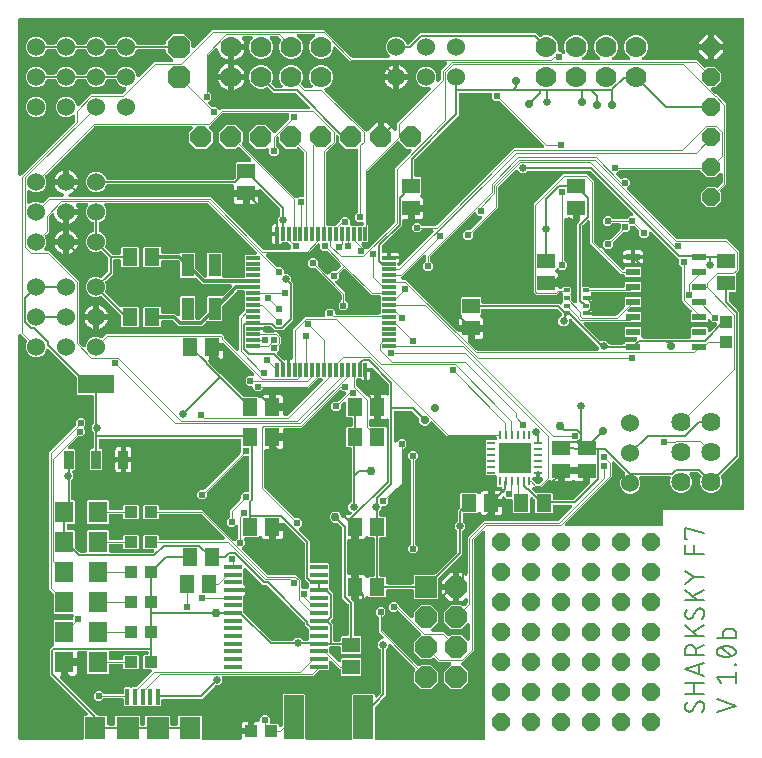
<source format=gbr>
G04 EAGLE Gerber RS-274X export*
G75*
%MOMM*%
%FSLAX34Y34*%
%LPD*%
%INTop Copper*%
%IPPOS*%
%AMOC8*
5,1,8,0,0,1.08239X$1,22.5*%
G01*
%ADD10C,0.152400*%
%ADD11R,1.300000X1.500000*%
%ADD12R,1.500000X1.300000*%
%ADD13R,1.193800X0.304800*%
%ADD14R,0.304800X1.193800*%
%ADD15R,1.100000X1.900000*%
%ADD16R,0.838200X1.600200*%
%ADD17R,3.098800X1.600200*%
%ADD18P,2.034460X8X202.500000*%
%ADD19R,1.879600X1.879600*%
%ADD20R,1.500000X0.400000*%
%ADD21P,1.924489X8X112.500000*%
%ADD22C,1.625600*%
%ADD23C,1.524000*%
%ADD24R,0.500000X0.350000*%
%ADD25R,1.200000X0.600000*%
%ADD26R,1.000000X1.100000*%
%ADD27C,1.778000*%
%ADD28P,1.649562X8X22.500000*%
%ADD29R,1.700000X3.700000*%
%ADD30R,1.600000X1.803000*%
%ADD31R,1.100000X1.000000*%
%ADD32P,1.649562X8X112.500000*%
%ADD33P,2.089446X8X22.500000*%
%ADD34R,0.350000X1.400000*%
%ADD35R,1.800000X1.900000*%
%ADD36R,1.900000X1.900000*%
%ADD37R,0.790000X0.260000*%
%ADD38R,0.260000X0.790000*%
%ADD39R,2.700000X2.600000*%
%ADD40C,0.203200*%
%ADD41C,0.660400*%
%ADD42C,0.756400*%
%ADD43C,0.706400*%
%ADD44C,0.304800*%
%ADD45C,0.101600*%
%ADD46C,0.609600*%

G36*
X134537Y403867D02*
X134537Y403867D01*
X134588Y403864D01*
X134710Y403886D01*
X134833Y403901D01*
X134881Y403918D01*
X134931Y403927D01*
X135044Y403976D01*
X135161Y404018D01*
X135204Y404046D01*
X135250Y404066D01*
X135349Y404140D01*
X135453Y404207D01*
X135489Y404244D01*
X135530Y404274D01*
X135610Y404369D01*
X135696Y404458D01*
X135722Y404502D01*
X135755Y404541D01*
X135811Y404651D01*
X135874Y404757D01*
X135890Y404805D01*
X135913Y404851D01*
X135943Y404971D01*
X135981Y405089D01*
X135985Y405140D01*
X135997Y405189D01*
X135999Y405313D01*
X136009Y405436D01*
X136001Y405487D01*
X136002Y405538D01*
X135958Y405778D01*
X135859Y406145D01*
X135859Y408981D01*
X142924Y408981D01*
X142950Y408984D01*
X142976Y408982D01*
X143123Y409004D01*
X143270Y409021D01*
X143295Y409029D01*
X143321Y409033D01*
X143458Y409088D01*
X143598Y409138D01*
X143620Y409152D01*
X143645Y409162D01*
X143766Y409247D01*
X143891Y409327D01*
X143909Y409346D01*
X143931Y409361D01*
X144030Y409471D01*
X144133Y409578D01*
X144147Y409600D01*
X144164Y409620D01*
X144236Y409750D01*
X144312Y409877D01*
X144320Y409902D01*
X144333Y409925D01*
X144373Y410068D01*
X144418Y410209D01*
X144420Y410235D01*
X144427Y410260D01*
X144447Y410504D01*
X144447Y410933D01*
X144876Y410933D01*
X144902Y410936D01*
X144928Y410934D01*
X145075Y410956D01*
X145222Y410973D01*
X145247Y410982D01*
X145273Y410986D01*
X145411Y411040D01*
X145550Y411090D01*
X145572Y411105D01*
X145597Y411114D01*
X145718Y411199D01*
X145843Y411279D01*
X145861Y411298D01*
X145883Y411313D01*
X145982Y411423D01*
X146085Y411530D01*
X146099Y411553D01*
X146116Y411572D01*
X146188Y411702D01*
X146264Y411829D01*
X146272Y411854D01*
X146285Y411877D01*
X146325Y412020D01*
X146370Y412161D01*
X146372Y412187D01*
X146380Y412212D01*
X146399Y412456D01*
X146399Y419021D01*
X149860Y419021D01*
X149886Y419024D01*
X149912Y419022D01*
X150059Y419044D01*
X150206Y419061D01*
X150231Y419069D01*
X150257Y419073D01*
X150395Y419128D01*
X150534Y419178D01*
X150556Y419192D01*
X150581Y419202D01*
X150702Y419287D01*
X150827Y419367D01*
X150845Y419386D01*
X150867Y419401D01*
X150966Y419511D01*
X151069Y419618D01*
X151083Y419640D01*
X151100Y419660D01*
X151172Y419790D01*
X151248Y419917D01*
X151256Y419942D01*
X151269Y419965D01*
X151309Y420108D01*
X151354Y420249D01*
X151356Y420275D01*
X151364Y420300D01*
X151383Y420544D01*
X151383Y422308D01*
X153764Y424689D01*
X157132Y424689D01*
X159513Y422308D01*
X159513Y419020D01*
X159516Y418994D01*
X159514Y418968D01*
X159536Y418821D01*
X159553Y418674D01*
X159561Y418649D01*
X159565Y418623D01*
X159620Y418485D01*
X159670Y418346D01*
X159684Y418324D01*
X159694Y418299D01*
X159779Y418178D01*
X159859Y418053D01*
X159878Y418035D01*
X159893Y418013D01*
X160003Y417914D01*
X160110Y417811D01*
X160132Y417797D01*
X160152Y417780D01*
X160282Y417708D01*
X160409Y417632D01*
X160434Y417624D01*
X160457Y417611D01*
X160600Y417571D01*
X160741Y417526D01*
X160767Y417524D01*
X160792Y417516D01*
X161036Y417497D01*
X166821Y417497D01*
X167417Y416901D01*
X167417Y416074D01*
X167428Y415975D01*
X167430Y415874D01*
X167448Y415802D01*
X167457Y415728D01*
X167490Y415634D01*
X167515Y415536D01*
X167549Y415470D01*
X167574Y415400D01*
X167629Y415316D01*
X167675Y415226D01*
X167723Y415170D01*
X167763Y415107D01*
X167835Y415037D01*
X167901Y414961D01*
X167960Y414917D01*
X168014Y414865D01*
X168100Y414814D01*
X168181Y414754D01*
X168249Y414724D01*
X168313Y414686D01*
X168409Y414656D01*
X168501Y414616D01*
X168574Y414603D01*
X168645Y414580D01*
X168745Y414572D01*
X168844Y414554D01*
X168918Y414558D01*
X168992Y414552D01*
X169092Y414567D01*
X169192Y414572D01*
X169263Y414593D01*
X169337Y414604D01*
X169430Y414641D01*
X169527Y414669D01*
X169592Y414705D01*
X169661Y414733D01*
X169743Y414790D01*
X169831Y414839D01*
X169907Y414904D01*
X169947Y414931D01*
X169971Y414958D01*
X170017Y414998D01*
X170087Y415068D01*
X170166Y415167D01*
X170250Y415260D01*
X170274Y415303D01*
X170304Y415341D01*
X170358Y415455D01*
X170419Y415565D01*
X170432Y415612D01*
X170453Y415656D01*
X170479Y415779D01*
X170514Y415901D01*
X170519Y415961D01*
X170526Y415997D01*
X170525Y416045D01*
X170533Y416145D01*
X170533Y441831D01*
X171129Y442427D01*
X188971Y442427D01*
X189567Y441831D01*
X189567Y405384D01*
X189570Y405358D01*
X189568Y405332D01*
X189590Y405185D01*
X189607Y405038D01*
X189615Y405013D01*
X189619Y404987D01*
X189674Y404849D01*
X189724Y404710D01*
X189738Y404688D01*
X189748Y404663D01*
X189833Y404542D01*
X189913Y404417D01*
X189932Y404399D01*
X189947Y404377D01*
X190057Y404278D01*
X190164Y404175D01*
X190186Y404161D01*
X190206Y404144D01*
X190336Y404072D01*
X190463Y403996D01*
X190488Y403988D01*
X190511Y403975D01*
X190654Y403935D01*
X190795Y403890D01*
X190821Y403888D01*
X190846Y403880D01*
X191090Y403861D01*
X228010Y403861D01*
X228036Y403864D01*
X228062Y403862D01*
X228209Y403884D01*
X228356Y403901D01*
X228381Y403909D01*
X228407Y403913D01*
X228545Y403968D01*
X228684Y404018D01*
X228706Y404032D01*
X228731Y404042D01*
X228852Y404127D01*
X228977Y404207D01*
X228995Y404226D01*
X229017Y404241D01*
X229116Y404351D01*
X229219Y404458D01*
X229233Y404480D01*
X229250Y404500D01*
X229322Y404630D01*
X229398Y404757D01*
X229406Y404782D01*
X229419Y404805D01*
X229459Y404948D01*
X229504Y405089D01*
X229506Y405115D01*
X229514Y405140D01*
X229533Y405384D01*
X229533Y441831D01*
X230129Y442427D01*
X247971Y442427D01*
X248567Y441831D01*
X248567Y441233D01*
X248585Y441076D01*
X248600Y440919D01*
X248605Y440903D01*
X248607Y440887D01*
X248660Y440738D01*
X248710Y440588D01*
X248719Y440574D01*
X248724Y440559D01*
X248810Y440426D01*
X248893Y440291D01*
X248904Y440280D01*
X248913Y440266D01*
X249027Y440156D01*
X249138Y440044D01*
X249152Y440035D01*
X249164Y440024D01*
X249300Y439943D01*
X249433Y439859D01*
X249449Y439853D01*
X249463Y439845D01*
X249613Y439797D01*
X249763Y439745D01*
X249779Y439744D01*
X249795Y439739D01*
X249952Y439726D01*
X250110Y439710D01*
X250126Y439712D01*
X250142Y439711D01*
X250299Y439734D01*
X250455Y439754D01*
X250471Y439760D01*
X250487Y439762D01*
X250634Y439821D01*
X250782Y439876D01*
X250796Y439885D01*
X250811Y439891D01*
X250940Y439981D01*
X251072Y440069D01*
X251086Y440083D01*
X251097Y440090D01*
X251124Y440120D01*
X251246Y440241D01*
X253378Y442725D01*
X253416Y442782D01*
X253462Y442833D01*
X253514Y442926D01*
X253573Y443014D01*
X253598Y443078D01*
X253631Y443138D01*
X253660Y443240D01*
X253698Y443339D01*
X253707Y443407D01*
X253726Y443473D01*
X253739Y443644D01*
X253745Y443685D01*
X253744Y443698D01*
X253745Y443717D01*
X253745Y479926D01*
X253731Y480052D01*
X253724Y480178D01*
X253711Y480224D01*
X253705Y480272D01*
X253663Y480391D01*
X253628Y480513D01*
X253604Y480555D01*
X253588Y480601D01*
X253519Y480707D01*
X253458Y480817D01*
X253418Y480863D01*
X253399Y480893D01*
X253364Y480927D01*
X253299Y481003D01*
X251459Y482843D01*
X251459Y486421D01*
X253989Y488951D01*
X254516Y488951D01*
X254615Y488962D01*
X254716Y488964D01*
X254788Y488982D01*
X254862Y488991D01*
X254956Y489024D01*
X255054Y489049D01*
X255120Y489083D01*
X255190Y489108D01*
X255274Y489163D01*
X255364Y489209D01*
X255420Y489257D01*
X255483Y489297D01*
X255552Y489369D01*
X255629Y489434D01*
X255673Y489494D01*
X255725Y489548D01*
X255776Y489634D01*
X255836Y489715D01*
X255866Y489783D01*
X255904Y489847D01*
X255934Y489943D01*
X255974Y490035D01*
X255987Y490108D01*
X256010Y490179D01*
X256018Y490279D01*
X256036Y490378D01*
X256032Y490452D01*
X256038Y490526D01*
X256023Y490626D01*
X256018Y490726D01*
X255997Y490797D01*
X255986Y490871D01*
X255949Y490964D01*
X255921Y491061D01*
X255885Y491126D01*
X255857Y491195D01*
X255800Y491277D01*
X255751Y491365D01*
X255686Y491441D01*
X255659Y491481D01*
X255632Y491505D01*
X255593Y491551D01*
X251967Y495176D01*
X251967Y507463D01*
X251965Y507481D01*
X251966Y507494D01*
X251955Y507569D01*
X251953Y507589D01*
X251946Y507715D01*
X251933Y507762D01*
X251927Y507810D01*
X251885Y507929D01*
X251850Y508050D01*
X251826Y508092D01*
X251810Y508138D01*
X251741Y508244D01*
X251680Y508354D01*
X251640Y508400D01*
X251621Y508430D01*
X251586Y508464D01*
X251521Y508540D01*
X249427Y510634D01*
X249427Y514002D01*
X251808Y516383D01*
X255176Y516383D01*
X257557Y514002D01*
X257557Y510634D01*
X255463Y508540D01*
X255384Y508441D01*
X255300Y508348D01*
X255276Y508305D01*
X255246Y508267D01*
X255192Y508153D01*
X255131Y508043D01*
X255118Y507996D01*
X255097Y507952D01*
X255071Y507829D01*
X255036Y507707D01*
X255031Y507646D01*
X255024Y507612D01*
X255025Y507564D01*
X255017Y507463D01*
X255017Y497071D01*
X255031Y496945D01*
X255038Y496819D01*
X255051Y496772D01*
X255057Y496724D01*
X255099Y496605D01*
X255134Y496484D01*
X255158Y496442D01*
X255174Y496396D01*
X255243Y496290D01*
X255304Y496180D01*
X255344Y496134D01*
X255363Y496103D01*
X255398Y496070D01*
X255463Y495993D01*
X284737Y466720D01*
X284757Y466703D01*
X284774Y466683D01*
X284880Y466605D01*
X284889Y466597D01*
X284896Y466593D01*
X285010Y466503D01*
X285033Y466492D01*
X285055Y466476D01*
X285191Y466417D01*
X285325Y466354D01*
X285351Y466348D01*
X285375Y466338D01*
X285521Y466312D01*
X285666Y466281D01*
X285692Y466281D01*
X285718Y466276D01*
X285866Y466284D01*
X286014Y466287D01*
X286039Y466293D01*
X286066Y466294D01*
X286208Y466335D01*
X286352Y466372D01*
X286375Y466384D01*
X286401Y466391D01*
X286530Y466463D01*
X286662Y466531D01*
X286682Y466548D01*
X286705Y466561D01*
X286821Y466660D01*
X286822Y466660D01*
X286822Y466661D01*
X286891Y466720D01*
X287786Y467615D01*
X296414Y467615D01*
X302515Y461514D01*
X302515Y452886D01*
X296414Y446785D01*
X287786Y446785D01*
X281685Y452886D01*
X281685Y461514D01*
X282580Y462409D01*
X282597Y462430D01*
X282617Y462447D01*
X282705Y462566D01*
X282797Y462682D01*
X282808Y462706D01*
X282824Y462727D01*
X282883Y462863D01*
X282946Y462997D01*
X282952Y463023D01*
X282962Y463047D01*
X282988Y463193D01*
X283019Y463338D01*
X283019Y463364D01*
X283024Y463390D01*
X283016Y463538D01*
X283013Y463686D01*
X283007Y463712D01*
X283006Y463738D01*
X282965Y463880D01*
X282928Y464024D01*
X282916Y464048D01*
X282909Y464073D01*
X282837Y464202D01*
X282769Y464334D01*
X282752Y464354D01*
X282739Y464377D01*
X282580Y464563D01*
X262697Y484447D01*
X262619Y484509D01*
X262546Y484579D01*
X262482Y484617D01*
X262424Y484663D01*
X262333Y484706D01*
X262247Y484758D01*
X262176Y484780D01*
X262109Y484812D01*
X262011Y484833D01*
X261915Y484864D01*
X261841Y484870D01*
X261768Y484886D01*
X261668Y484884D01*
X261568Y484892D01*
X261494Y484881D01*
X261420Y484880D01*
X261323Y484855D01*
X261223Y484840D01*
X261154Y484813D01*
X261082Y484795D01*
X260992Y484749D01*
X260899Y484711D01*
X260838Y484669D01*
X260772Y484635D01*
X260695Y484570D01*
X260613Y484513D01*
X260563Y484457D01*
X260507Y484409D01*
X260447Y484328D01*
X260380Y484254D01*
X260344Y484189D01*
X260299Y484129D01*
X260260Y484037D01*
X260211Y483949D01*
X260191Y483877D01*
X260161Y483809D01*
X260144Y483710D01*
X260116Y483613D01*
X260108Y483513D01*
X260100Y483466D01*
X260102Y483430D01*
X260097Y483370D01*
X260097Y482843D01*
X258257Y481003D01*
X258178Y480904D01*
X258094Y480810D01*
X258070Y480768D01*
X258040Y480730D01*
X257986Y480616D01*
X257925Y480505D01*
X257912Y480459D01*
X257891Y480415D01*
X257865Y480292D01*
X257830Y480170D01*
X257825Y480109D01*
X257818Y480075D01*
X257819Y480026D01*
X257811Y479926D01*
X257811Y442536D01*
X257815Y442495D01*
X257815Y442420D01*
X257876Y441624D01*
X257311Y441059D01*
X257285Y441026D01*
X257232Y440974D01*
X248934Y431305D01*
X248896Y431248D01*
X248850Y431197D01*
X248798Y431104D01*
X248739Y431017D01*
X248714Y430952D01*
X248681Y430892D01*
X248652Y430790D01*
X248614Y430691D01*
X248605Y430623D01*
X248586Y430557D01*
X248573Y430386D01*
X248567Y430346D01*
X248568Y430333D01*
X248567Y430313D01*
X248567Y405384D01*
X248570Y405358D01*
X248568Y405332D01*
X248590Y405185D01*
X248607Y405038D01*
X248615Y405013D01*
X248619Y404987D01*
X248674Y404849D01*
X248724Y404710D01*
X248738Y404688D01*
X248748Y404663D01*
X248833Y404542D01*
X248913Y404417D01*
X248932Y404399D01*
X248947Y404377D01*
X249057Y404278D01*
X249164Y404175D01*
X249186Y404161D01*
X249206Y404144D01*
X249336Y404072D01*
X249463Y403996D01*
X249488Y403988D01*
X249511Y403975D01*
X249654Y403935D01*
X249795Y403890D01*
X249821Y403888D01*
X249846Y403880D01*
X250090Y403861D01*
X340683Y403861D01*
X340783Y403872D01*
X340884Y403874D01*
X340956Y403892D01*
X341029Y403901D01*
X341124Y403934D01*
X341222Y403959D01*
X341288Y403993D01*
X341357Y404018D01*
X341442Y404073D01*
X341531Y404119D01*
X341588Y404167D01*
X341650Y404207D01*
X341720Y404279D01*
X341797Y404345D01*
X341841Y404404D01*
X341892Y404458D01*
X341944Y404544D01*
X342004Y404625D01*
X342033Y404693D01*
X342071Y404757D01*
X342102Y404853D01*
X342142Y404945D01*
X342155Y405018D01*
X342178Y405089D01*
X342186Y405189D01*
X342203Y405288D01*
X342200Y405362D01*
X342206Y405436D01*
X342191Y405536D01*
X342185Y405636D01*
X342165Y405707D01*
X342154Y405781D01*
X342137Y405823D01*
X342137Y579636D01*
X342126Y579735D01*
X342124Y579836D01*
X342106Y579908D01*
X342097Y579982D01*
X342064Y580076D01*
X342039Y580174D01*
X342005Y580240D01*
X341980Y580310D01*
X341925Y580394D01*
X341879Y580484D01*
X341831Y580540D01*
X341791Y580603D01*
X341719Y580672D01*
X341654Y580749D01*
X341594Y580793D01*
X341540Y580845D01*
X341454Y580896D01*
X341373Y580956D01*
X341305Y580986D01*
X341241Y581024D01*
X341145Y581054D01*
X341053Y581094D01*
X340980Y581107D01*
X340909Y581130D01*
X340809Y581138D01*
X340710Y581156D01*
X340636Y581152D01*
X340562Y581158D01*
X340462Y581143D01*
X340362Y581138D01*
X340291Y581117D01*
X340217Y581106D01*
X340124Y581069D01*
X340027Y581041D01*
X339962Y581005D01*
X339893Y580977D01*
X339811Y580920D01*
X339723Y580871D01*
X339647Y580806D01*
X339607Y580779D01*
X339583Y580752D01*
X339537Y580713D01*
X332679Y573855D01*
X332600Y573756D01*
X332516Y573662D01*
X332492Y573619D01*
X332462Y573582D01*
X332408Y573467D01*
X332347Y573357D01*
X332334Y573310D01*
X332313Y573266D01*
X332287Y573143D01*
X332252Y573021D01*
X332247Y572961D01*
X332240Y572926D01*
X332241Y572878D01*
X332233Y572777D01*
X332233Y479428D01*
X322554Y469750D01*
X322532Y469742D01*
X322448Y469687D01*
X322359Y469641D01*
X322302Y469593D01*
X322240Y469553D01*
X322170Y469481D01*
X322093Y469416D01*
X322049Y469356D01*
X321997Y469302D01*
X321946Y469216D01*
X321886Y469135D01*
X321857Y469067D01*
X321819Y469003D01*
X321788Y468907D01*
X321748Y468815D01*
X321735Y468742D01*
X321712Y468671D01*
X321704Y468571D01*
X321687Y468472D01*
X321690Y468398D01*
X321684Y468324D01*
X321699Y468224D01*
X321705Y468124D01*
X321725Y468053D01*
X321736Y467979D01*
X321773Y467886D01*
X321801Y467789D01*
X321837Y467724D01*
X321865Y467655D01*
X321922Y467573D01*
X321971Y467485D01*
X322036Y467409D01*
X322064Y467369D01*
X322090Y467345D01*
X322130Y467299D01*
X327915Y461514D01*
X327915Y452886D01*
X321814Y446785D01*
X313186Y446785D01*
X307085Y452886D01*
X307085Y461514D01*
X312870Y467299D01*
X312933Y467377D01*
X313003Y467450D01*
X313041Y467514D01*
X313087Y467572D01*
X313130Y467663D01*
X313181Y467749D01*
X313204Y467820D01*
X313236Y467887D01*
X313257Y467985D01*
X313288Y468081D01*
X313294Y468155D01*
X313309Y468228D01*
X313307Y468328D01*
X313316Y468428D01*
X313305Y468502D01*
X313303Y468576D01*
X313279Y468673D01*
X313264Y468773D01*
X313236Y468842D01*
X313218Y468914D01*
X313172Y469004D01*
X313135Y469097D01*
X313093Y469158D01*
X313059Y469224D01*
X312993Y469301D01*
X312936Y469383D01*
X312881Y469433D01*
X312833Y469489D01*
X312752Y469549D01*
X312677Y469616D01*
X312612Y469652D01*
X312552Y469697D01*
X312460Y469736D01*
X312372Y469785D01*
X312301Y469805D01*
X312232Y469835D01*
X312134Y469852D01*
X312037Y469880D01*
X311937Y469888D01*
X311889Y469896D01*
X311854Y469894D01*
X311793Y469899D01*
X302644Y469899D01*
X299463Y473080D01*
X299443Y473097D01*
X299426Y473117D01*
X299306Y473205D01*
X299190Y473297D01*
X299167Y473308D01*
X299145Y473324D01*
X299009Y473383D01*
X298875Y473446D01*
X298849Y473452D01*
X298825Y473462D01*
X298679Y473488D01*
X298534Y473519D01*
X298508Y473519D01*
X298482Y473524D01*
X298334Y473516D01*
X298186Y473513D01*
X298161Y473507D01*
X298134Y473506D01*
X297992Y473465D01*
X297848Y473428D01*
X297825Y473416D01*
X297799Y473409D01*
X297670Y473336D01*
X297538Y473269D01*
X297518Y473252D01*
X297495Y473239D01*
X297309Y473080D01*
X296414Y472185D01*
X287786Y472185D01*
X281685Y478286D01*
X281685Y486914D01*
X287406Y492635D01*
X287423Y492656D01*
X287443Y492673D01*
X287531Y492792D01*
X287623Y492908D01*
X287634Y492932D01*
X287650Y492953D01*
X287709Y493089D01*
X287772Y493223D01*
X287778Y493249D01*
X287788Y493273D01*
X287814Y493419D01*
X287845Y493564D01*
X287845Y493590D01*
X287850Y493616D01*
X287842Y493764D01*
X287839Y493912D01*
X287833Y493938D01*
X287832Y493964D01*
X287791Y494106D01*
X287754Y494250D01*
X287742Y494274D01*
X287735Y494299D01*
X287663Y494428D01*
X287655Y494444D01*
X287651Y494453D01*
X287647Y494460D01*
X287595Y494560D01*
X287578Y494580D01*
X287565Y494603D01*
X287466Y494719D01*
X287452Y494739D01*
X287439Y494751D01*
X287406Y494789D01*
X269065Y513131D01*
X269045Y513147D01*
X269028Y513167D01*
X268922Y513245D01*
X268914Y513252D01*
X268908Y513255D01*
X268792Y513347D01*
X268769Y513358D01*
X268747Y513374D01*
X268611Y513433D01*
X268477Y513496D01*
X268451Y513502D01*
X268427Y513512D01*
X268281Y513538D01*
X268136Y513569D01*
X268110Y513569D01*
X268084Y513574D01*
X267936Y513566D01*
X267788Y513563D01*
X267762Y513557D01*
X267736Y513556D01*
X267594Y513515D01*
X267450Y513478D01*
X267427Y513466D01*
X267401Y513459D01*
X267272Y513387D01*
X267140Y513319D01*
X267120Y513302D01*
X267097Y513289D01*
X266911Y513131D01*
X266352Y512571D01*
X262984Y512571D01*
X260603Y514952D01*
X260603Y518320D01*
X262984Y520701D01*
X266352Y520701D01*
X268744Y518308D01*
X268747Y518281D01*
X268754Y518155D01*
X268767Y518108D01*
X268773Y518060D01*
X268815Y517941D01*
X268850Y517820D01*
X268874Y517778D01*
X268890Y517732D01*
X268959Y517626D01*
X269020Y517516D01*
X269060Y517470D01*
X269079Y517439D01*
X269114Y517406D01*
X269179Y517329D01*
X279085Y507423D01*
X279163Y507361D01*
X279236Y507291D01*
X279300Y507253D01*
X279358Y507207D01*
X279449Y507164D01*
X279535Y507112D01*
X279606Y507090D01*
X279673Y507058D01*
X279771Y507037D01*
X279867Y507006D01*
X279941Y507000D01*
X280014Y506984D01*
X280114Y506986D01*
X280214Y506978D01*
X280288Y506989D01*
X280362Y506990D01*
X280459Y507015D01*
X280559Y507030D01*
X280628Y507057D01*
X280700Y507075D01*
X280790Y507121D01*
X280883Y507159D01*
X280944Y507201D01*
X281010Y507235D01*
X281087Y507300D01*
X281169Y507357D01*
X281219Y507413D01*
X281275Y507461D01*
X281335Y507542D01*
X281402Y507616D01*
X281438Y507681D01*
X281483Y507741D01*
X281522Y507833D01*
X281571Y507921D01*
X281591Y507993D01*
X281621Y508061D01*
X281638Y508160D01*
X281666Y508257D01*
X281674Y508357D01*
X281682Y508404D01*
X281680Y508440D01*
X281685Y508500D01*
X281685Y512314D01*
X287786Y518415D01*
X296414Y518415D01*
X302515Y512314D01*
X302515Y503686D01*
X296730Y497901D01*
X296667Y497823D01*
X296597Y497750D01*
X296559Y497686D01*
X296513Y497628D01*
X296470Y497537D01*
X296419Y497451D01*
X296396Y497380D01*
X296364Y497313D01*
X296343Y497215D01*
X296312Y497119D01*
X296306Y497045D01*
X296291Y496972D01*
X296293Y496872D01*
X296284Y496772D01*
X296295Y496698D01*
X296297Y496624D01*
X296321Y496527D01*
X296336Y496427D01*
X296364Y496358D01*
X296382Y496286D01*
X296428Y496196D01*
X296465Y496103D01*
X296507Y496042D01*
X296541Y495976D01*
X296607Y495899D01*
X296664Y495817D01*
X296719Y495767D01*
X296767Y495711D01*
X296848Y495651D01*
X296923Y495584D01*
X296988Y495548D01*
X297048Y495503D01*
X297140Y495464D01*
X297228Y495415D01*
X297299Y495395D01*
X297368Y495365D01*
X297466Y495348D01*
X297563Y495320D01*
X297663Y495312D01*
X297711Y495304D01*
X297746Y495306D01*
X297807Y495301D01*
X306956Y495301D01*
X310137Y492120D01*
X310157Y492103D01*
X310174Y492083D01*
X310294Y491995D01*
X310410Y491903D01*
X310433Y491892D01*
X310455Y491876D01*
X310591Y491817D01*
X310725Y491754D01*
X310751Y491748D01*
X310775Y491738D01*
X310921Y491712D01*
X311066Y491681D01*
X311092Y491681D01*
X311118Y491676D01*
X311266Y491684D01*
X311414Y491687D01*
X311439Y491693D01*
X311466Y491694D01*
X311608Y491735D01*
X311752Y491772D01*
X311775Y491784D01*
X311801Y491791D01*
X311930Y491864D01*
X312062Y491931D01*
X312082Y491948D01*
X312105Y491961D01*
X312291Y492120D01*
X313186Y493015D01*
X321814Y493015D01*
X326583Y488246D01*
X326661Y488183D01*
X326734Y488113D01*
X326798Y488075D01*
X326856Y488029D01*
X326947Y487986D01*
X327033Y487935D01*
X327104Y487912D01*
X327171Y487880D01*
X327269Y487859D01*
X327365Y487828D01*
X327439Y487822D01*
X327512Y487807D01*
X327612Y487809D01*
X327712Y487800D01*
X327786Y487811D01*
X327860Y487813D01*
X327957Y487837D01*
X328057Y487852D01*
X328126Y487880D01*
X328198Y487898D01*
X328288Y487944D01*
X328381Y487981D01*
X328442Y488023D01*
X328508Y488057D01*
X328585Y488123D01*
X328667Y488180D01*
X328717Y488235D01*
X328773Y488283D01*
X328833Y488364D01*
X328900Y488439D01*
X328936Y488504D01*
X328981Y488564D01*
X329020Y488656D01*
X329069Y488744D01*
X329089Y488815D01*
X329119Y488884D01*
X329136Y488982D01*
X329164Y489079D01*
X329172Y489179D01*
X329180Y489227D01*
X329178Y489262D01*
X329183Y489323D01*
X329183Y501277D01*
X329172Y501377D01*
X329170Y501477D01*
X329152Y501550D01*
X329143Y501623D01*
X329110Y501718D01*
X329085Y501815D01*
X329051Y501882D01*
X329026Y501952D01*
X328971Y502036D01*
X328925Y502125D01*
X328877Y502182D01*
X328837Y502244D01*
X328765Y502314D01*
X328700Y502391D01*
X328640Y502435D01*
X328586Y502487D01*
X328500Y502538D01*
X328419Y502598D01*
X328351Y502627D01*
X328287Y502665D01*
X328191Y502696D01*
X328099Y502736D01*
X328026Y502749D01*
X327955Y502772D01*
X327855Y502780D01*
X327756Y502797D01*
X327682Y502794D01*
X327608Y502800D01*
X327508Y502785D01*
X327408Y502779D01*
X327337Y502759D01*
X327263Y502748D01*
X327170Y502711D01*
X327073Y502683D01*
X327008Y502647D01*
X326939Y502619D01*
X326857Y502562D01*
X326769Y502513D01*
X326693Y502448D01*
X326653Y502420D01*
X326629Y502394D01*
X326583Y502354D01*
X321814Y497585D01*
X313186Y497585D01*
X307085Y503686D01*
X307085Y512314D01*
X313186Y518415D01*
X321814Y518415D01*
X322709Y517520D01*
X322730Y517503D01*
X322747Y517483D01*
X322866Y517395D01*
X322982Y517303D01*
X323006Y517292D01*
X323027Y517276D01*
X323163Y517217D01*
X323297Y517154D01*
X323323Y517148D01*
X323347Y517138D01*
X323493Y517112D01*
X323638Y517081D01*
X323664Y517081D01*
X323690Y517076D01*
X323838Y517084D01*
X323986Y517087D01*
X324012Y517093D01*
X324038Y517094D01*
X324180Y517135D01*
X324324Y517172D01*
X324348Y517184D01*
X324373Y517191D01*
X324502Y517263D01*
X324634Y517331D01*
X324654Y517348D01*
X324677Y517361D01*
X324863Y517520D01*
X326705Y519361D01*
X326784Y519460D01*
X326868Y519554D01*
X326892Y519597D01*
X326922Y519634D01*
X326976Y519749D01*
X327037Y519859D01*
X327050Y519906D01*
X327071Y519949D01*
X327097Y520073D01*
X327132Y520195D01*
X327137Y520255D01*
X327144Y520290D01*
X327143Y520338D01*
X327151Y520438D01*
X327151Y522490D01*
X327140Y522590D01*
X327138Y522690D01*
X327120Y522762D01*
X327111Y522836D01*
X327078Y522931D01*
X327053Y523028D01*
X327019Y523094D01*
X326994Y523164D01*
X326939Y523249D01*
X326893Y523338D01*
X326845Y523395D01*
X326805Y523457D01*
X326733Y523527D01*
X326668Y523603D01*
X326608Y523647D01*
X326554Y523699D01*
X326468Y523751D01*
X326387Y523810D01*
X326319Y523840D01*
X326255Y523878D01*
X326159Y523909D01*
X326067Y523948D01*
X325994Y523962D01*
X325923Y523984D01*
X325823Y523992D01*
X325724Y524010D01*
X325650Y524006D01*
X325576Y524012D01*
X325476Y523997D01*
X325376Y523992D01*
X325305Y523972D01*
X325231Y523961D01*
X325138Y523924D01*
X325041Y523896D01*
X324976Y523859D01*
X324907Y523832D01*
X324825Y523775D01*
X324737Y523726D01*
X324661Y523660D01*
X324621Y523633D01*
X324597Y523606D01*
X324551Y523567D01*
X322445Y521461D01*
X320039Y521461D01*
X320039Y532384D01*
X320036Y532410D01*
X320038Y532436D01*
X320016Y532583D01*
X319999Y532730D01*
X319991Y532755D01*
X319987Y532781D01*
X319932Y532918D01*
X319882Y533058D01*
X319868Y533080D01*
X319858Y533105D01*
X319773Y533226D01*
X319693Y533351D01*
X319674Y533369D01*
X319659Y533391D01*
X319643Y533405D01*
X319725Y533490D01*
X319739Y533513D01*
X319756Y533532D01*
X319828Y533662D01*
X319904Y533789D01*
X319912Y533814D01*
X319925Y533837D01*
X319965Y533980D01*
X320010Y534121D01*
X320012Y534147D01*
X320020Y534172D01*
X320039Y534416D01*
X320039Y545339D01*
X322445Y545339D01*
X324551Y543233D01*
X324629Y543171D01*
X324702Y543101D01*
X324766Y543063D01*
X324824Y543016D01*
X324915Y542973D01*
X325001Y542922D01*
X325072Y542899D01*
X325139Y542867D01*
X325237Y542846D01*
X325333Y542816D01*
X325407Y542810D01*
X325480Y542794D01*
X325580Y542796D01*
X325680Y542788D01*
X325754Y542799D01*
X325828Y542800D01*
X325925Y542825D01*
X326025Y542839D01*
X326094Y542867D01*
X326166Y542885D01*
X326255Y542931D01*
X326349Y542968D01*
X326410Y543011D01*
X326476Y543045D01*
X326552Y543110D01*
X326635Y543167D01*
X326685Y543222D01*
X326741Y543271D01*
X326801Y543351D01*
X326868Y543426D01*
X326904Y543491D01*
X326949Y543551D01*
X326988Y543643D01*
X327037Y543731D01*
X327057Y543803D01*
X327087Y543871D01*
X327104Y543970D01*
X327132Y544066D01*
X327140Y544166D01*
X327148Y544214D01*
X327146Y544250D01*
X327151Y544310D01*
X327151Y575688D01*
X340744Y589281D01*
X403613Y589281D01*
X403739Y589295D01*
X403865Y589302D01*
X403912Y589315D01*
X403960Y589321D01*
X404079Y589363D01*
X404200Y589398D01*
X404242Y589422D01*
X404288Y589438D01*
X404394Y589507D01*
X404504Y589568D01*
X404550Y589608D01*
X404581Y589627D01*
X404614Y589662D01*
X404691Y589727D01*
X415359Y600395D01*
X415421Y600473D01*
X415491Y600546D01*
X415529Y600610D01*
X415575Y600668D01*
X415618Y600759D01*
X415670Y600845D01*
X415692Y600916D01*
X415724Y600983D01*
X415745Y601081D01*
X415776Y601177D01*
X415782Y601251D01*
X415798Y601324D01*
X415796Y601424D01*
X415804Y601524D01*
X415793Y601598D01*
X415792Y601672D01*
X415767Y601769D01*
X415752Y601869D01*
X415725Y601938D01*
X415707Y602010D01*
X415661Y602100D01*
X415623Y602193D01*
X415581Y602254D01*
X415547Y602320D01*
X415482Y602397D01*
X415425Y602479D01*
X415369Y602529D01*
X415321Y602585D01*
X415240Y602645D01*
X415166Y602712D01*
X415101Y602748D01*
X415041Y602793D01*
X414949Y602832D01*
X414861Y602881D01*
X414789Y602901D01*
X414721Y602931D01*
X414622Y602948D01*
X414525Y602976D01*
X414425Y602984D01*
X414378Y602992D01*
X414342Y602990D01*
X414282Y602995D01*
X400810Y602995D01*
X400784Y602992D01*
X400758Y602994D01*
X400611Y602972D01*
X400464Y602955D01*
X400439Y602947D01*
X400413Y602943D01*
X400275Y602888D01*
X400136Y602838D01*
X400114Y602824D01*
X400089Y602814D01*
X399968Y602729D01*
X399843Y602649D01*
X399825Y602630D01*
X399803Y602615D01*
X399704Y602505D01*
X399601Y602398D01*
X399587Y602376D01*
X399570Y602356D01*
X399498Y602226D01*
X399422Y602099D01*
X399414Y602074D01*
X399401Y602051D01*
X399361Y601908D01*
X399316Y601767D01*
X399314Y601741D01*
X399306Y601716D01*
X399287Y601472D01*
X399287Y596599D01*
X398691Y596003D01*
X384849Y596003D01*
X384253Y596599D01*
X384253Y606905D01*
X384239Y607030D01*
X384232Y607157D01*
X384219Y607203D01*
X384213Y607251D01*
X384171Y607370D01*
X384136Y607492D01*
X384112Y607534D01*
X384096Y607579D01*
X384027Y607686D01*
X383966Y607796D01*
X383926Y607842D01*
X383907Y607872D01*
X383872Y607906D01*
X383807Y607982D01*
X382887Y608902D01*
X382808Y608965D01*
X382736Y609034D01*
X382672Y609073D01*
X382614Y609119D01*
X382523Y609162D01*
X382437Y609213D01*
X382366Y609236D01*
X382299Y609268D01*
X382201Y609289D01*
X382105Y609319D01*
X382031Y609325D01*
X381958Y609341D01*
X381858Y609339D01*
X381758Y609347D01*
X381684Y609336D01*
X381610Y609335D01*
X381513Y609311D01*
X381413Y609296D01*
X381344Y609268D01*
X381272Y609250D01*
X381183Y609204D01*
X381089Y609167D01*
X381028Y609125D01*
X380962Y609091D01*
X380885Y609025D01*
X380803Y608968D01*
X380753Y608913D01*
X380697Y608865D01*
X380637Y608784D01*
X380570Y608709D01*
X380534Y608644D01*
X380489Y608584D01*
X380450Y608492D01*
X380401Y608404D01*
X380381Y608333D01*
X380351Y608264D01*
X380334Y608166D01*
X380306Y608069D01*
X380298Y607969D01*
X380290Y607921D01*
X380292Y607886D01*
X380287Y607825D01*
X380287Y596599D01*
X379691Y596003D01*
X365849Y596003D01*
X365253Y596599D01*
X365253Y606552D01*
X365250Y606578D01*
X365252Y606604D01*
X365230Y606751D01*
X365213Y606898D01*
X365205Y606923D01*
X365201Y606949D01*
X365146Y607087D01*
X365096Y607226D01*
X365082Y607248D01*
X365072Y607273D01*
X364987Y607394D01*
X364907Y607519D01*
X364888Y607537D01*
X364873Y607559D01*
X364763Y607658D01*
X364656Y607761D01*
X364634Y607775D01*
X364614Y607792D01*
X364484Y607864D01*
X364357Y607940D01*
X364332Y607948D01*
X364309Y607961D01*
X364166Y608001D01*
X364025Y608046D01*
X363999Y608048D01*
X363974Y608056D01*
X363730Y608075D01*
X360520Y608075D01*
X358961Y609635D01*
X358883Y609697D01*
X358810Y609767D01*
X358746Y609805D01*
X358688Y609851D01*
X358597Y609894D01*
X358511Y609946D01*
X358440Y609968D01*
X358373Y610000D01*
X358275Y610021D01*
X358179Y610052D01*
X358105Y610058D01*
X358032Y610073D01*
X357932Y610072D01*
X357832Y610080D01*
X357758Y610069D01*
X357684Y610067D01*
X357587Y610043D01*
X357487Y610028D01*
X357418Y610001D01*
X357346Y609982D01*
X357257Y609936D01*
X357163Y609899D01*
X357102Y609857D01*
X357036Y609823D01*
X356960Y609758D01*
X356877Y609700D01*
X356827Y609645D01*
X356771Y609597D01*
X356711Y609516D01*
X356644Y609442D01*
X356608Y609377D01*
X356563Y609317D01*
X356524Y609224D01*
X356475Y609137D01*
X356455Y609065D01*
X356425Y608997D01*
X356408Y608898D01*
X356380Y608801D01*
X356372Y608701D01*
X356364Y608654D01*
X356366Y608618D01*
X356361Y608557D01*
X356361Y607567D01*
X350367Y607567D01*
X350367Y614561D01*
X354155Y614561D01*
X354801Y614388D01*
X355380Y614053D01*
X355797Y613636D01*
X355818Y613620D01*
X355835Y613600D01*
X355954Y613511D01*
X356070Y613419D01*
X356094Y613408D01*
X356115Y613392D01*
X356251Y613334D01*
X356385Y613270D01*
X356411Y613265D01*
X356435Y613254D01*
X356581Y613228D01*
X356726Y613197D01*
X356752Y613197D01*
X356778Y613193D01*
X356927Y613200D01*
X357074Y613203D01*
X357100Y613209D01*
X357126Y613211D01*
X357269Y613252D01*
X357412Y613288D01*
X357436Y613300D01*
X357461Y613307D01*
X357591Y613380D01*
X357722Y613448D01*
X357742Y613465D01*
X357765Y613477D01*
X357952Y613636D01*
X358277Y613962D01*
X358324Y614021D01*
X358379Y614074D01*
X358432Y614157D01*
X358494Y614235D01*
X358526Y614303D01*
X358567Y614367D01*
X358600Y614460D01*
X358643Y614550D01*
X358659Y614624D01*
X358684Y614695D01*
X358695Y614793D01*
X358716Y614890D01*
X358715Y614966D01*
X358723Y615041D01*
X358712Y615140D01*
X358710Y615239D01*
X358692Y615312D01*
X358683Y615388D01*
X358649Y615481D01*
X358625Y615577D01*
X358590Y615644D01*
X358565Y615715D01*
X358511Y615798D01*
X358465Y615887D01*
X358416Y615944D01*
X358375Y616008D01*
X358304Y616077D01*
X358240Y616152D01*
X358179Y616197D01*
X358124Y616250D01*
X358039Y616300D01*
X357959Y616359D01*
X357890Y616389D01*
X357825Y616428D01*
X357682Y616479D01*
X357639Y616497D01*
X357621Y616500D01*
X357594Y616510D01*
X357249Y616602D01*
X356670Y616937D01*
X356100Y617507D01*
X356001Y617586D01*
X355907Y617670D01*
X355865Y617694D01*
X355827Y617724D01*
X355713Y617778D01*
X355602Y617839D01*
X355555Y617852D01*
X355512Y617873D01*
X355388Y617899D01*
X355266Y617934D01*
X355206Y617939D01*
X355171Y617946D01*
X355123Y617945D01*
X355023Y617953D01*
X352809Y617953D01*
X352213Y618549D01*
X352213Y626280D01*
X352211Y626296D01*
X352212Y626307D01*
X352211Y626316D01*
X352212Y626332D01*
X352190Y626479D01*
X352173Y626626D01*
X352165Y626651D01*
X352161Y626677D01*
X352106Y626815D01*
X352056Y626954D01*
X352042Y626976D01*
X352032Y627001D01*
X351947Y627122D01*
X351867Y627247D01*
X351848Y627265D01*
X351833Y627287D01*
X351723Y627386D01*
X351616Y627489D01*
X351594Y627503D01*
X351574Y627520D01*
X351444Y627592D01*
X351317Y627668D01*
X351292Y627676D01*
X351269Y627689D01*
X351126Y627729D01*
X350985Y627774D01*
X350959Y627776D01*
X350934Y627784D01*
X350690Y627803D01*
X342959Y627803D01*
X342363Y628399D01*
X342363Y631988D01*
X342367Y631997D01*
X342431Y632131D01*
X342436Y632157D01*
X342447Y632181D01*
X342473Y632327D01*
X342504Y632472D01*
X342503Y632498D01*
X342508Y632524D01*
X342500Y632673D01*
X342498Y632820D01*
X342492Y632846D01*
X342490Y632872D01*
X342449Y633015D01*
X342413Y633158D01*
X342401Y633182D01*
X342394Y633207D01*
X342363Y633261D01*
X342363Y636988D01*
X342367Y636997D01*
X342431Y637131D01*
X342436Y637157D01*
X342447Y637181D01*
X342473Y637327D01*
X342504Y637472D01*
X342503Y637498D01*
X342508Y637524D01*
X342500Y637673D01*
X342498Y637820D01*
X342492Y637846D01*
X342490Y637872D01*
X342449Y638015D01*
X342413Y638158D01*
X342401Y638182D01*
X342394Y638207D01*
X342363Y638261D01*
X342363Y641988D01*
X342367Y641997D01*
X342431Y642131D01*
X342436Y642157D01*
X342447Y642181D01*
X342473Y642327D01*
X342504Y642472D01*
X342503Y642498D01*
X342508Y642524D01*
X342500Y642673D01*
X342498Y642820D01*
X342492Y642846D01*
X342490Y642872D01*
X342449Y643015D01*
X342413Y643158D01*
X342401Y643182D01*
X342394Y643207D01*
X342363Y643261D01*
X342363Y646988D01*
X342367Y646997D01*
X342431Y647131D01*
X342436Y647157D01*
X342447Y647181D01*
X342473Y647327D01*
X342504Y647472D01*
X342503Y647498D01*
X342508Y647524D01*
X342500Y647673D01*
X342498Y647820D01*
X342492Y647846D01*
X342490Y647872D01*
X342449Y648015D01*
X342413Y648158D01*
X342401Y648182D01*
X342394Y648207D01*
X342363Y648261D01*
X342363Y651988D01*
X342367Y651997D01*
X342431Y652131D01*
X342436Y652157D01*
X342447Y652181D01*
X342473Y652327D01*
X342504Y652472D01*
X342503Y652498D01*
X342508Y652524D01*
X342500Y652673D01*
X342498Y652820D01*
X342492Y652846D01*
X342490Y652872D01*
X342449Y653015D01*
X342413Y653158D01*
X342401Y653182D01*
X342394Y653207D01*
X342363Y653261D01*
X342363Y656841D01*
X342959Y657437D01*
X350690Y657437D01*
X350716Y657440D01*
X350742Y657438D01*
X350889Y657460D01*
X351036Y657477D01*
X351061Y657485D01*
X351087Y657489D01*
X351225Y657544D01*
X351364Y657594D01*
X351386Y657608D01*
X351411Y657618D01*
X351532Y657703D01*
X351657Y657783D01*
X351675Y657802D01*
X351697Y657817D01*
X351796Y657927D01*
X351899Y658034D01*
X351913Y658056D01*
X351930Y658076D01*
X352002Y658206D01*
X352078Y658333D01*
X352086Y658358D01*
X352099Y658381D01*
X352139Y658524D01*
X352184Y658665D01*
X352186Y658691D01*
X352194Y658716D01*
X352213Y658960D01*
X352213Y659384D01*
X352210Y659410D01*
X352212Y659436D01*
X352190Y659583D01*
X352173Y659730D01*
X352165Y659755D01*
X352161Y659781D01*
X352106Y659919D01*
X352056Y660058D01*
X352042Y660080D01*
X352032Y660105D01*
X351947Y660226D01*
X351867Y660351D01*
X351848Y660369D01*
X351833Y660391D01*
X351723Y660490D01*
X351616Y660593D01*
X351594Y660607D01*
X351574Y660624D01*
X351444Y660696D01*
X351317Y660772D01*
X351292Y660780D01*
X351269Y660793D01*
X351126Y660833D01*
X350985Y660878D01*
X350959Y660880D01*
X350934Y660888D01*
X350690Y660907D01*
X309756Y660907D01*
X297524Y673140D01*
X297406Y673233D01*
X297291Y673331D01*
X297270Y673342D01*
X297251Y673357D01*
X297115Y673421D01*
X296981Y673489D01*
X296958Y673495D01*
X296936Y673506D01*
X296789Y673537D01*
X296643Y673573D01*
X296619Y673574D01*
X296595Y673579D01*
X296445Y673576D01*
X296294Y673579D01*
X296271Y673573D01*
X296246Y673573D01*
X296101Y673536D01*
X295954Y673504D01*
X295932Y673494D01*
X295908Y673488D01*
X295775Y673419D01*
X295639Y673354D01*
X295620Y673339D01*
X295599Y673328D01*
X295484Y673231D01*
X295367Y673137D01*
X295352Y673118D01*
X295333Y673102D01*
X295244Y672982D01*
X295151Y672864D01*
X295137Y672837D01*
X295126Y672822D01*
X295108Y672779D01*
X295039Y672646D01*
X294686Y671793D01*
X293407Y670514D01*
X291735Y669821D01*
X289925Y669821D01*
X288253Y670514D01*
X286974Y671793D01*
X286281Y673465D01*
X286281Y675413D01*
X286267Y675539D01*
X286260Y675665D01*
X286247Y675711D01*
X286241Y675759D01*
X286199Y675878D01*
X286164Y676000D01*
X286140Y676042D01*
X286124Y676087D01*
X286055Y676194D01*
X285994Y676304D01*
X285954Y676350D01*
X285935Y676380D01*
X285900Y676414D01*
X285835Y676490D01*
X280274Y682051D01*
X280175Y682130D01*
X280081Y682214D01*
X280039Y682238D01*
X280001Y682268D01*
X279887Y682322D01*
X279776Y682383D01*
X279730Y682396D01*
X279686Y682417D01*
X279563Y682443D01*
X279441Y682478D01*
X279380Y682483D01*
X279345Y682490D01*
X279297Y682489D01*
X279197Y682497D01*
X266192Y682497D01*
X266166Y682494D01*
X266140Y682496D01*
X265993Y682474D01*
X265846Y682457D01*
X265821Y682449D01*
X265795Y682445D01*
X265657Y682390D01*
X265518Y682340D01*
X265496Y682326D01*
X265471Y682316D01*
X265350Y682231D01*
X265225Y682151D01*
X265207Y682132D01*
X265185Y682117D01*
X265086Y682007D01*
X264983Y681900D01*
X264969Y681878D01*
X264952Y681858D01*
X264880Y681728D01*
X264804Y681601D01*
X264796Y681576D01*
X264783Y681553D01*
X264743Y681410D01*
X264698Y681269D01*
X264696Y681243D01*
X264688Y681218D01*
X264669Y680974D01*
X264669Y657127D01*
X264680Y657027D01*
X264682Y656926D01*
X264700Y656854D01*
X264709Y656780D01*
X264742Y656686D01*
X264767Y656588D01*
X264801Y656522D01*
X264826Y656452D01*
X264881Y656368D01*
X264927Y656279D01*
X264975Y656222D01*
X265015Y656159D01*
X265087Y656090D01*
X265152Y656013D01*
X265212Y655969D01*
X265266Y655917D01*
X265352Y655866D01*
X265433Y655806D01*
X265501Y655777D01*
X265565Y655738D01*
X265661Y655708D01*
X265753Y655668D01*
X265826Y655655D01*
X265897Y655632D01*
X265997Y655624D01*
X266096Y655606D01*
X266170Y655610D01*
X266244Y655604D01*
X266344Y655619D01*
X266444Y655624D01*
X266515Y655645D01*
X266589Y655656D01*
X266682Y655693D01*
X266779Y655721D01*
X266844Y655757D01*
X266913Y655785D01*
X266995Y655842D01*
X267083Y655891D01*
X267159Y655956D01*
X267199Y655984D01*
X267223Y656010D01*
X267269Y656049D01*
X269588Y658369D01*
X272956Y658369D01*
X275337Y655988D01*
X275337Y652620D01*
X273243Y650526D01*
X273164Y650427D01*
X273080Y650334D01*
X273056Y650291D01*
X273026Y650253D01*
X272972Y650139D01*
X272911Y650029D01*
X272898Y649982D01*
X272877Y649938D01*
X272851Y649815D01*
X272816Y649693D01*
X272811Y649632D01*
X272804Y649598D01*
X272805Y649550D01*
X272797Y649449D01*
X272797Y621160D01*
X260035Y608399D01*
X259956Y608300D01*
X259872Y608206D01*
X259848Y608163D01*
X259818Y608126D01*
X259764Y608011D01*
X259703Y607901D01*
X259690Y607854D01*
X259669Y607811D01*
X259643Y607687D01*
X259608Y607565D01*
X259603Y607505D01*
X259596Y607470D01*
X259597Y607422D01*
X259589Y607322D01*
X259589Y604360D01*
X257208Y601979D01*
X255778Y601979D01*
X255752Y601976D01*
X255726Y601978D01*
X255579Y601956D01*
X255432Y601939D01*
X255407Y601931D01*
X255381Y601927D01*
X255243Y601872D01*
X255104Y601822D01*
X255082Y601808D01*
X255057Y601798D01*
X254936Y601713D01*
X254811Y601633D01*
X254793Y601614D01*
X254771Y601599D01*
X254672Y601489D01*
X254569Y601382D01*
X254555Y601360D01*
X254538Y601340D01*
X254466Y601210D01*
X254390Y601083D01*
X254382Y601058D01*
X254369Y601035D01*
X254329Y600892D01*
X254284Y600751D01*
X254282Y600725D01*
X254274Y600700D01*
X254255Y600456D01*
X254255Y599175D01*
X252923Y597843D01*
X252844Y597744D01*
X252760Y597650D01*
X252736Y597608D01*
X252706Y597570D01*
X252652Y597456D01*
X252591Y597345D01*
X252578Y597299D01*
X252557Y597255D01*
X252531Y597132D01*
X252496Y597010D01*
X252491Y596949D01*
X252484Y596914D01*
X252485Y596866D01*
X252477Y596766D01*
X252477Y594240D01*
X252478Y594225D01*
X252478Y594215D01*
X252479Y594205D01*
X252478Y594188D01*
X252500Y594041D01*
X252517Y593894D01*
X252525Y593869D01*
X252529Y593843D01*
X252584Y593705D01*
X252634Y593566D01*
X252648Y593544D01*
X252658Y593519D01*
X252743Y593398D01*
X252823Y593273D01*
X252842Y593255D01*
X252857Y593233D01*
X252967Y593134D01*
X253074Y593031D01*
X253096Y593017D01*
X253116Y593000D01*
X253246Y592928D01*
X253373Y592852D01*
X253398Y592844D01*
X253421Y592831D01*
X253564Y592791D01*
X253705Y592746D01*
X253731Y592744D01*
X253756Y592736D01*
X254000Y592717D01*
X257721Y592717D01*
X258317Y592121D01*
X258317Y576279D01*
X257721Y575683D01*
X254000Y575683D01*
X253974Y575680D01*
X253948Y575682D01*
X253801Y575660D01*
X253654Y575643D01*
X253629Y575635D01*
X253603Y575631D01*
X253465Y575576D01*
X253326Y575526D01*
X253304Y575512D01*
X253279Y575502D01*
X253158Y575417D01*
X253033Y575337D01*
X253015Y575318D01*
X252993Y575303D01*
X252894Y575193D01*
X252791Y575086D01*
X252777Y575064D01*
X252760Y575044D01*
X252688Y574914D01*
X252612Y574787D01*
X252604Y574762D01*
X252591Y574739D01*
X252551Y574596D01*
X252506Y574455D01*
X252504Y574429D01*
X252496Y574404D01*
X252477Y574160D01*
X252477Y543440D01*
X252480Y543414D01*
X252478Y543388D01*
X252500Y543241D01*
X252517Y543094D01*
X252525Y543069D01*
X252529Y543043D01*
X252584Y542905D01*
X252634Y542766D01*
X252648Y542744D01*
X252658Y542719D01*
X252743Y542598D01*
X252823Y542473D01*
X252842Y542455D01*
X252857Y542433D01*
X252967Y542334D01*
X253074Y542231D01*
X253096Y542217D01*
X253116Y542200D01*
X253246Y542128D01*
X253373Y542052D01*
X253398Y542044D01*
X253421Y542031D01*
X253564Y541991D01*
X253705Y541946D01*
X253731Y541944D01*
X253756Y541936D01*
X254000Y541917D01*
X257721Y541917D01*
X258317Y541321D01*
X258317Y536956D01*
X258320Y536930D01*
X258318Y536904D01*
X258340Y536757D01*
X258357Y536610D01*
X258365Y536585D01*
X258369Y536559D01*
X258424Y536421D01*
X258474Y536282D01*
X258488Y536260D01*
X258498Y536235D01*
X258583Y536114D01*
X258663Y535989D01*
X258682Y535971D01*
X258697Y535949D01*
X258807Y535850D01*
X258914Y535747D01*
X258936Y535733D01*
X258956Y535716D01*
X259086Y535644D01*
X259213Y535568D01*
X259238Y535560D01*
X259261Y535547D01*
X259404Y535507D01*
X259545Y535462D01*
X259571Y535460D01*
X259596Y535452D01*
X259840Y535433D01*
X280162Y535433D01*
X280188Y535436D01*
X280214Y535434D01*
X280361Y535456D01*
X280508Y535473D01*
X280533Y535481D01*
X280559Y535485D01*
X280697Y535540D01*
X280836Y535590D01*
X280858Y535604D01*
X280883Y535614D01*
X281004Y535699D01*
X281129Y535779D01*
X281147Y535798D01*
X281169Y535813D01*
X281268Y535923D01*
X281371Y536030D01*
X281385Y536052D01*
X281402Y536072D01*
X281474Y536202D01*
X281550Y536329D01*
X281558Y536354D01*
X281571Y536377D01*
X281611Y536520D01*
X281656Y536661D01*
X281658Y536687D01*
X281666Y536712D01*
X281685Y536956D01*
X281685Y543219D01*
X282281Y543815D01*
X299009Y543815D01*
X299135Y543829D01*
X299261Y543836D01*
X299307Y543849D01*
X299355Y543855D01*
X299474Y543897D01*
X299596Y543932D01*
X299638Y543956D01*
X299683Y543972D01*
X299790Y544041D01*
X299900Y544102D01*
X299946Y544142D01*
X299976Y544161D01*
X300010Y544196D01*
X300086Y544261D01*
X318069Y562244D01*
X318148Y562343D01*
X318232Y562437D01*
X318256Y562479D01*
X318286Y562517D01*
X318340Y562631D01*
X318401Y562742D01*
X318414Y562788D01*
X318435Y562832D01*
X318461Y562955D01*
X318496Y563077D01*
X318501Y563138D01*
X318508Y563173D01*
X318507Y563221D01*
X318515Y563321D01*
X318515Y580510D01*
X318501Y580636D01*
X318494Y580762D01*
X318481Y580808D01*
X318475Y580856D01*
X318433Y580975D01*
X318398Y581097D01*
X318374Y581139D01*
X318358Y581184D01*
X318289Y581291D01*
X318228Y581401D01*
X318188Y581447D01*
X318169Y581477D01*
X318134Y581511D01*
X318069Y581587D01*
X316737Y582919D01*
X316737Y586497D01*
X318577Y588337D01*
X318656Y588436D01*
X318740Y588530D01*
X318764Y588572D01*
X318794Y588610D01*
X318848Y588724D01*
X318909Y588835D01*
X318922Y588881D01*
X318943Y588925D01*
X318969Y589048D01*
X319004Y589170D01*
X319009Y589231D01*
X319016Y589266D01*
X319015Y589314D01*
X319023Y589414D01*
X319023Y598250D01*
X320357Y599584D01*
X320436Y599683D01*
X320520Y599777D01*
X320544Y599819D01*
X320574Y599857D01*
X320628Y599971D01*
X320689Y600082D01*
X320702Y600128D01*
X320723Y600172D01*
X320749Y600295D01*
X320784Y600417D01*
X320789Y600478D01*
X320796Y600513D01*
X320795Y600561D01*
X320803Y600661D01*
X320803Y612441D01*
X321399Y613037D01*
X335241Y613037D01*
X335916Y612362D01*
X335975Y612315D01*
X336028Y612260D01*
X336111Y612207D01*
X336189Y612145D01*
X336257Y612113D01*
X336321Y612072D01*
X336414Y612039D01*
X336504Y611997D01*
X336578Y611981D01*
X336650Y611955D01*
X336748Y611944D01*
X336845Y611923D01*
X336920Y611924D01*
X336996Y611916D01*
X337094Y611927D01*
X337193Y611929D01*
X337267Y611948D01*
X337342Y611956D01*
X337435Y611990D01*
X337531Y612014D01*
X337599Y612049D01*
X337670Y612075D01*
X337753Y612128D01*
X337841Y612174D01*
X337899Y612223D01*
X337962Y612264D01*
X338031Y612335D01*
X338106Y612400D01*
X338151Y612461D01*
X338204Y612515D01*
X338255Y612600D01*
X338313Y612680D01*
X338343Y612750D01*
X338382Y612815D01*
X338433Y612957D01*
X338450Y612996D01*
X338787Y613580D01*
X339260Y614053D01*
X339839Y614388D01*
X340485Y614561D01*
X344273Y614561D01*
X344273Y606044D01*
X344276Y606018D01*
X344274Y605992D01*
X344296Y605845D01*
X344313Y605698D01*
X344321Y605673D01*
X344325Y605647D01*
X344380Y605509D01*
X344430Y605370D01*
X344444Y605348D01*
X344454Y605323D01*
X344539Y605202D01*
X344619Y605077D01*
X344638Y605059D01*
X344653Y605037D01*
X344763Y604938D01*
X344870Y604835D01*
X344892Y604821D01*
X344912Y604804D01*
X345042Y604732D01*
X345169Y604656D01*
X345194Y604648D01*
X345217Y604635D01*
X345360Y604595D01*
X345501Y604550D01*
X345527Y604548D01*
X345552Y604540D01*
X345796Y604521D01*
X347321Y604521D01*
X347321Y604519D01*
X345796Y604519D01*
X345770Y604516D01*
X345744Y604518D01*
X345597Y604496D01*
X345450Y604479D01*
X345425Y604470D01*
X345399Y604467D01*
X345261Y604412D01*
X345122Y604362D01*
X345100Y604348D01*
X345075Y604338D01*
X344954Y604253D01*
X344829Y604173D01*
X344811Y604154D01*
X344789Y604139D01*
X344690Y604029D01*
X344587Y603922D01*
X344573Y603900D01*
X344556Y603880D01*
X344484Y603750D01*
X344408Y603623D01*
X344400Y603598D01*
X344387Y603575D01*
X344347Y603432D01*
X344302Y603291D01*
X344300Y603265D01*
X344292Y603240D01*
X344273Y602996D01*
X344273Y594479D01*
X340485Y594479D01*
X339839Y594652D01*
X339260Y594987D01*
X338787Y595460D01*
X338436Y596068D01*
X338418Y596139D01*
X338373Y596227D01*
X338336Y596319D01*
X338293Y596381D01*
X338258Y596449D01*
X338194Y596524D01*
X338138Y596606D01*
X338082Y596656D01*
X338032Y596714D01*
X337953Y596773D01*
X337880Y596839D01*
X337813Y596876D01*
X337752Y596921D01*
X337661Y596961D01*
X337575Y597009D01*
X337502Y597029D01*
X337432Y597059D01*
X337335Y597077D01*
X337240Y597104D01*
X337164Y597108D01*
X337089Y597121D01*
X336990Y597116D01*
X336891Y597121D01*
X336817Y597107D01*
X336741Y597103D01*
X336646Y597076D01*
X336549Y597058D01*
X336479Y597028D01*
X336406Y597007D01*
X336320Y596958D01*
X336229Y596919D01*
X336168Y596873D01*
X336102Y596836D01*
X335987Y596739D01*
X335950Y596711D01*
X335937Y596696D01*
X335916Y596678D01*
X335241Y596003D01*
X324612Y596003D01*
X324586Y596000D01*
X324560Y596002D01*
X324413Y595980D01*
X324266Y595963D01*
X324241Y595955D01*
X324215Y595951D01*
X324077Y595896D01*
X323938Y595846D01*
X323916Y595832D01*
X323891Y595822D01*
X323770Y595737D01*
X323645Y595657D01*
X323627Y595638D01*
X323605Y595623D01*
X323506Y595513D01*
X323403Y595406D01*
X323389Y595384D01*
X323372Y595364D01*
X323300Y595234D01*
X323224Y595107D01*
X323216Y595082D01*
X323203Y595059D01*
X323163Y594916D01*
X323118Y594775D01*
X323116Y594749D01*
X323108Y594724D01*
X323089Y594480D01*
X323089Y589414D01*
X323103Y589288D01*
X323110Y589162D01*
X323123Y589116D01*
X323129Y589068D01*
X323171Y588949D01*
X323206Y588827D01*
X323230Y588785D01*
X323246Y588740D01*
X323315Y588633D01*
X323376Y588523D01*
X323416Y588477D01*
X323435Y588447D01*
X323470Y588413D01*
X323535Y588337D01*
X325375Y586497D01*
X325375Y582919D01*
X323027Y580571D01*
X322948Y580472D01*
X322864Y580378D01*
X322840Y580336D01*
X322810Y580298D01*
X322756Y580184D01*
X322695Y580073D01*
X322682Y580027D01*
X322661Y579983D01*
X322635Y579860D01*
X322600Y579738D01*
X322595Y579677D01*
X322588Y579642D01*
X322589Y579594D01*
X322581Y579494D01*
X322581Y561006D01*
X302961Y541386D01*
X302882Y541287D01*
X302798Y541193D01*
X302774Y541151D01*
X302744Y541113D01*
X302690Y540999D01*
X302629Y540888D01*
X302616Y540842D01*
X302595Y540798D01*
X302569Y540675D01*
X302534Y540553D01*
X302529Y540492D01*
X302522Y540457D01*
X302523Y540409D01*
X302515Y540309D01*
X302515Y523581D01*
X301919Y522985D01*
X282281Y522985D01*
X281685Y523581D01*
X281685Y529844D01*
X281682Y529870D01*
X281684Y529896D01*
X281662Y530043D01*
X281645Y530190D01*
X281637Y530215D01*
X281633Y530241D01*
X281578Y530379D01*
X281528Y530518D01*
X281514Y530540D01*
X281504Y530565D01*
X281419Y530686D01*
X281339Y530811D01*
X281320Y530829D01*
X281305Y530851D01*
X281196Y530950D01*
X281088Y531053D01*
X281066Y531067D01*
X281046Y531084D01*
X280916Y531156D01*
X280789Y531232D01*
X280764Y531240D01*
X280741Y531253D01*
X280598Y531293D01*
X280457Y531338D01*
X280431Y531340D01*
X280406Y531348D01*
X280162Y531367D01*
X259840Y531367D01*
X259814Y531364D01*
X259788Y531366D01*
X259641Y531344D01*
X259494Y531327D01*
X259469Y531319D01*
X259443Y531315D01*
X259305Y531260D01*
X259166Y531210D01*
X259144Y531196D01*
X259119Y531186D01*
X258998Y531101D01*
X258873Y531021D01*
X258855Y531002D01*
X258833Y530987D01*
X258734Y530877D01*
X258631Y530770D01*
X258617Y530748D01*
X258600Y530728D01*
X258528Y530598D01*
X258452Y530471D01*
X258444Y530446D01*
X258431Y530423D01*
X258391Y530280D01*
X258346Y530139D01*
X258344Y530113D01*
X258336Y530088D01*
X258317Y529844D01*
X258317Y525479D01*
X257721Y524883D01*
X243879Y524883D01*
X243204Y525558D01*
X243145Y525605D01*
X243092Y525660D01*
X243009Y525713D01*
X242931Y525775D01*
X242862Y525807D01*
X242799Y525848D01*
X242706Y525881D01*
X242616Y525923D01*
X242542Y525939D01*
X242470Y525965D01*
X242372Y525976D01*
X242275Y525997D01*
X242200Y525996D01*
X242124Y526004D01*
X242026Y525993D01*
X241927Y525991D01*
X241853Y525972D01*
X241778Y525964D01*
X241685Y525930D01*
X241589Y525906D01*
X241522Y525871D01*
X241450Y525845D01*
X241367Y525792D01*
X241279Y525746D01*
X241221Y525697D01*
X241158Y525656D01*
X241089Y525585D01*
X241014Y525520D01*
X240969Y525459D01*
X240916Y525405D01*
X240865Y525320D01*
X240807Y525240D01*
X240777Y525170D01*
X240738Y525105D01*
X240687Y524963D01*
X240670Y524923D01*
X240333Y524340D01*
X239860Y523867D01*
X239281Y523532D01*
X238635Y523359D01*
X234847Y523359D01*
X234847Y531876D01*
X234844Y531902D01*
X234846Y531928D01*
X234824Y532075D01*
X234807Y532222D01*
X234798Y532247D01*
X234795Y532273D01*
X234740Y532411D01*
X234690Y532550D01*
X234676Y532572D01*
X234666Y532597D01*
X234581Y532718D01*
X234501Y532843D01*
X234482Y532861D01*
X234467Y532883D01*
X234357Y532982D01*
X234250Y533085D01*
X234228Y533099D01*
X234208Y533116D01*
X234078Y533188D01*
X233951Y533264D01*
X233926Y533272D01*
X233903Y533285D01*
X233760Y533325D01*
X233619Y533370D01*
X233593Y533372D01*
X233568Y533380D01*
X233324Y533399D01*
X230276Y533399D01*
X230250Y533396D01*
X230224Y533398D01*
X230077Y533376D01*
X229930Y533359D01*
X229905Y533350D01*
X229879Y533347D01*
X229741Y533292D01*
X229602Y533242D01*
X229580Y533228D01*
X229555Y533218D01*
X229434Y533133D01*
X229309Y533053D01*
X229291Y533034D01*
X229269Y533019D01*
X229170Y532909D01*
X229067Y532802D01*
X229053Y532780D01*
X229036Y532760D01*
X228964Y532630D01*
X228888Y532503D01*
X228880Y532478D01*
X228867Y532455D01*
X228827Y532312D01*
X228782Y532171D01*
X228780Y532145D01*
X228772Y532120D01*
X228753Y531876D01*
X228753Y523079D01*
X228767Y522954D01*
X228774Y522827D01*
X228787Y522781D01*
X228793Y522733D01*
X228835Y522614D01*
X228870Y522493D01*
X228894Y522450D01*
X228910Y522405D01*
X228979Y522299D01*
X229040Y522188D01*
X229080Y522142D01*
X229099Y522112D01*
X229134Y522079D01*
X229199Y522002D01*
X230633Y520568D01*
X230633Y493520D01*
X230636Y493494D01*
X230634Y493468D01*
X230656Y493321D01*
X230673Y493174D01*
X230681Y493149D01*
X230685Y493123D01*
X230740Y492985D01*
X230790Y492846D01*
X230804Y492824D01*
X230814Y492799D01*
X230899Y492678D01*
X230979Y492553D01*
X230998Y492535D01*
X231013Y492513D01*
X231123Y492414D01*
X231230Y492311D01*
X231252Y492297D01*
X231272Y492280D01*
X231402Y492208D01*
X231529Y492132D01*
X231554Y492124D01*
X231577Y492111D01*
X231720Y492071D01*
X231861Y492026D01*
X231887Y492024D01*
X231912Y492016D01*
X232156Y491997D01*
X236521Y491997D01*
X237117Y491401D01*
X237117Y477559D01*
X236521Y476963D01*
X220679Y476963D01*
X220083Y477559D01*
X220083Y481584D01*
X220082Y481595D01*
X220082Y481599D01*
X220080Y481612D01*
X220082Y481636D01*
X220060Y481783D01*
X220043Y481930D01*
X220035Y481955D01*
X220031Y481981D01*
X219976Y482119D01*
X219926Y482258D01*
X219912Y482280D01*
X219902Y482305D01*
X219817Y482426D01*
X219737Y482551D01*
X219718Y482569D01*
X219703Y482591D01*
X219593Y482690D01*
X219486Y482793D01*
X219464Y482807D01*
X219444Y482824D01*
X219314Y482896D01*
X219187Y482972D01*
X219162Y482980D01*
X219139Y482993D01*
X218996Y483033D01*
X218855Y483078D01*
X218829Y483080D01*
X218804Y483088D01*
X218560Y483107D01*
X211390Y483107D01*
X211364Y483104D01*
X211338Y483106D01*
X211191Y483084D01*
X211044Y483067D01*
X211019Y483059D01*
X210993Y483055D01*
X210855Y483000D01*
X210716Y482950D01*
X210694Y482936D01*
X210669Y482926D01*
X210548Y482841D01*
X210423Y482761D01*
X210405Y482742D01*
X210383Y482727D01*
X210284Y482617D01*
X210181Y482510D01*
X210167Y482488D01*
X210150Y482468D01*
X210078Y482338D01*
X210002Y482211D01*
X209994Y482186D01*
X209981Y482163D01*
X209941Y482020D01*
X209896Y481879D01*
X209894Y481853D01*
X209886Y481828D01*
X209867Y481584D01*
X209867Y478213D01*
X209881Y478087D01*
X209888Y477961D01*
X209901Y477914D01*
X209907Y477866D01*
X209949Y477747D01*
X209984Y477626D01*
X210008Y477584D01*
X210024Y477538D01*
X210093Y477432D01*
X210154Y477322D01*
X210194Y477276D01*
X210213Y477245D01*
X210248Y477212D01*
X210313Y477135D01*
X217483Y469965D01*
X217561Y469903D01*
X217634Y469833D01*
X217698Y469795D01*
X217756Y469749D01*
X217847Y469706D01*
X217933Y469654D01*
X218004Y469632D01*
X218071Y469600D01*
X218169Y469579D01*
X218265Y469548D01*
X218339Y469542D01*
X218412Y469526D01*
X218512Y469528D01*
X218612Y469520D01*
X218686Y469531D01*
X218760Y469532D01*
X218857Y469557D01*
X218957Y469572D01*
X219026Y469599D01*
X219098Y469617D01*
X219188Y469663D01*
X219281Y469701D01*
X219342Y469743D01*
X219408Y469777D01*
X219485Y469842D01*
X219567Y469899D01*
X219617Y469955D01*
X219673Y470003D01*
X219733Y470084D01*
X219800Y470158D01*
X219836Y470223D01*
X219881Y470283D01*
X219920Y470375D01*
X219969Y470463D01*
X219989Y470535D01*
X220019Y470603D01*
X220036Y470702D01*
X220064Y470799D01*
X220072Y470899D01*
X220080Y470946D01*
X220078Y470982D01*
X220083Y471042D01*
X220083Y472401D01*
X220679Y472997D01*
X236521Y472997D01*
X237117Y472401D01*
X237117Y458559D01*
X236521Y457963D01*
X220679Y457963D01*
X220083Y458559D01*
X220083Y462788D01*
X220080Y462814D01*
X220082Y462840D01*
X220060Y462987D01*
X220043Y463134D01*
X220035Y463159D01*
X220031Y463185D01*
X219976Y463323D01*
X219926Y463462D01*
X219912Y463484D01*
X219902Y463509D01*
X219817Y463630D01*
X219737Y463755D01*
X219718Y463773D01*
X219703Y463795D01*
X219593Y463894D01*
X219486Y463997D01*
X219464Y464011D01*
X219444Y464028D01*
X219314Y464100D01*
X219187Y464176D01*
X219162Y464184D01*
X219139Y464197D01*
X218996Y464237D01*
X218855Y464282D01*
X218853Y464283D01*
X212467Y470669D01*
X212389Y470731D01*
X212316Y470801D01*
X212252Y470839D01*
X212194Y470885D01*
X212103Y470928D01*
X212017Y470980D01*
X211946Y471002D01*
X211879Y471034D01*
X211781Y471055D01*
X211685Y471086D01*
X211611Y471092D01*
X211538Y471108D01*
X211438Y471106D01*
X211338Y471114D01*
X211264Y471103D01*
X211190Y471102D01*
X211093Y471077D01*
X210993Y471062D01*
X210924Y471035D01*
X210852Y471017D01*
X210762Y470971D01*
X210669Y470933D01*
X210608Y470891D01*
X210542Y470857D01*
X210465Y470792D01*
X210383Y470735D01*
X210333Y470679D01*
X210277Y470631D01*
X210217Y470550D01*
X210150Y470476D01*
X210114Y470411D01*
X210069Y470351D01*
X210030Y470259D01*
X209981Y470171D01*
X209961Y470099D01*
X209931Y470031D01*
X209914Y469932D01*
X209886Y469835D01*
X209881Y469772D01*
X209871Y469759D01*
X209813Y469623D01*
X209749Y469489D01*
X209744Y469463D01*
X209734Y469439D01*
X209707Y469293D01*
X209676Y469148D01*
X209677Y469122D01*
X209672Y469096D01*
X209680Y468948D01*
X209682Y468800D01*
X209688Y468774D01*
X209690Y468748D01*
X209731Y468606D01*
X209767Y468462D01*
X209779Y468438D01*
X209786Y468413D01*
X209859Y468284D01*
X209867Y468268D01*
X209867Y463329D01*
X209271Y462733D01*
X201360Y462733D01*
X201235Y462719D01*
X201109Y462712D01*
X201062Y462699D01*
X201014Y462693D01*
X200895Y462651D01*
X200774Y462616D01*
X200732Y462592D01*
X200686Y462576D01*
X200580Y462507D01*
X200470Y462446D01*
X200423Y462406D01*
X200393Y462387D01*
X200360Y462352D01*
X200283Y462287D01*
X196212Y458215D01*
X120650Y458215D01*
X120624Y458212D01*
X120598Y458214D01*
X120451Y458192D01*
X120304Y458175D01*
X120279Y458167D01*
X120253Y458163D01*
X120115Y458108D01*
X119976Y458058D01*
X119954Y458044D01*
X119929Y458034D01*
X119808Y457949D01*
X119683Y457869D01*
X119665Y457850D01*
X119643Y457835D01*
X119544Y457725D01*
X119441Y457618D01*
X119427Y457596D01*
X119410Y457576D01*
X119338Y457446D01*
X119262Y457319D01*
X119254Y457294D01*
X119241Y457271D01*
X119201Y457128D01*
X119156Y456987D01*
X119154Y456961D01*
X119146Y456936D01*
X119127Y456692D01*
X119127Y452871D01*
X116597Y450341D01*
X113995Y450341D01*
X113869Y450327D01*
X113743Y450320D01*
X113697Y450307D01*
X113649Y450301D01*
X113530Y450259D01*
X113408Y450224D01*
X113366Y450200D01*
X113321Y450184D01*
X113214Y450115D01*
X113104Y450054D01*
X113058Y450014D01*
X113028Y449995D01*
X112994Y449960D01*
X112918Y449895D01*
X101934Y438911D01*
X69360Y438911D01*
X69334Y438908D01*
X69308Y438910D01*
X69161Y438888D01*
X69014Y438871D01*
X68989Y438863D01*
X68963Y438859D01*
X68825Y438804D01*
X68686Y438754D01*
X68664Y438740D01*
X68639Y438730D01*
X68518Y438645D01*
X68393Y438565D01*
X68375Y438546D01*
X68353Y438531D01*
X68254Y438421D01*
X68151Y438314D01*
X68137Y438292D01*
X68120Y438272D01*
X68048Y438142D01*
X67972Y438015D01*
X67964Y437990D01*
X67951Y437967D01*
X67911Y437824D01*
X67866Y437683D01*
X67864Y437657D01*
X67856Y437632D01*
X67837Y437388D01*
X67837Y433099D01*
X67241Y432503D01*
X62899Y432503D01*
X62897Y432505D01*
X62877Y432521D01*
X62860Y432541D01*
X62740Y432630D01*
X62624Y432722D01*
X62600Y432733D01*
X62579Y432748D01*
X62443Y432807D01*
X62309Y432871D01*
X62283Y432876D01*
X62259Y432886D01*
X62113Y432913D01*
X61968Y432944D01*
X61942Y432943D01*
X61916Y432948D01*
X61768Y432941D01*
X61620Y432938D01*
X61594Y432932D01*
X61568Y432930D01*
X61426Y432889D01*
X61282Y432853D01*
X61259Y432841D01*
X61233Y432834D01*
X61104Y432761D01*
X60972Y432693D01*
X60952Y432676D01*
X60929Y432664D01*
X60743Y432505D01*
X60741Y432503D01*
X56399Y432503D01*
X56397Y432505D01*
X56376Y432521D01*
X56359Y432541D01*
X56240Y432630D01*
X56124Y432722D01*
X56100Y432733D01*
X56079Y432748D01*
X55943Y432807D01*
X55809Y432871D01*
X55783Y432876D01*
X55759Y432886D01*
X55613Y432913D01*
X55468Y432944D01*
X55442Y432943D01*
X55416Y432948D01*
X55268Y432940D01*
X55120Y432938D01*
X55094Y432932D01*
X55068Y432930D01*
X54926Y432889D01*
X54782Y432853D01*
X54758Y432841D01*
X54733Y432834D01*
X54604Y432761D01*
X54472Y432693D01*
X54452Y432676D01*
X54429Y432663D01*
X54243Y432505D01*
X54241Y432503D01*
X49899Y432503D01*
X49897Y432505D01*
X49876Y432521D01*
X49859Y432541D01*
X49740Y432630D01*
X49624Y432722D01*
X49600Y432733D01*
X49579Y432748D01*
X49443Y432807D01*
X49309Y432871D01*
X49283Y432876D01*
X49259Y432886D01*
X49113Y432913D01*
X48968Y432944D01*
X48942Y432943D01*
X48916Y432948D01*
X48768Y432940D01*
X48620Y432938D01*
X48594Y432932D01*
X48568Y432930D01*
X48426Y432889D01*
X48282Y432853D01*
X48258Y432841D01*
X48233Y432834D01*
X48104Y432761D01*
X47972Y432693D01*
X47952Y432676D01*
X47929Y432663D01*
X47743Y432505D01*
X47741Y432503D01*
X43399Y432503D01*
X43397Y432505D01*
X43376Y432521D01*
X43359Y432541D01*
X43240Y432630D01*
X43124Y432722D01*
X43100Y432733D01*
X43079Y432748D01*
X42943Y432807D01*
X42809Y432871D01*
X42783Y432876D01*
X42759Y432886D01*
X42613Y432913D01*
X42468Y432944D01*
X42442Y432943D01*
X42416Y432948D01*
X42268Y432940D01*
X42120Y432938D01*
X42094Y432932D01*
X42068Y432930D01*
X41926Y432889D01*
X41782Y432853D01*
X41758Y432841D01*
X41733Y432834D01*
X41604Y432761D01*
X41472Y432693D01*
X41452Y432676D01*
X41429Y432663D01*
X41243Y432505D01*
X41241Y432503D01*
X36899Y432503D01*
X36303Y433099D01*
X36303Y437896D01*
X36300Y437922D01*
X36302Y437948D01*
X36280Y438095D01*
X36263Y438242D01*
X36255Y438267D01*
X36251Y438293D01*
X36196Y438431D01*
X36146Y438570D01*
X36132Y438592D01*
X36122Y438617D01*
X36038Y438738D01*
X35957Y438863D01*
X35938Y438881D01*
X35923Y438903D01*
X35813Y439002D01*
X35706Y439105D01*
X35684Y439119D01*
X35664Y439136D01*
X35534Y439208D01*
X35407Y439284D01*
X35382Y439292D01*
X35359Y439305D01*
X35216Y439345D01*
X35075Y439390D01*
X35049Y439392D01*
X35024Y439400D01*
X34780Y439419D01*
X19587Y439419D01*
X19461Y439405D01*
X19335Y439398D01*
X19288Y439385D01*
X19240Y439379D01*
X19121Y439337D01*
X19000Y439302D01*
X18958Y439278D01*
X18912Y439262D01*
X18806Y439193D01*
X18696Y439132D01*
X18650Y439092D01*
X18620Y439073D01*
X18586Y439038D01*
X18510Y438973D01*
X16416Y436879D01*
X13048Y436879D01*
X10667Y439260D01*
X10667Y442628D01*
X13048Y445009D01*
X16416Y445009D01*
X18510Y442915D01*
X18609Y442836D01*
X18702Y442752D01*
X18745Y442728D01*
X18783Y442698D01*
X18897Y442644D01*
X19007Y442583D01*
X19054Y442570D01*
X19098Y442549D01*
X19221Y442523D01*
X19343Y442488D01*
X19404Y442483D01*
X19438Y442476D01*
X19486Y442477D01*
X19587Y442469D01*
X34780Y442469D01*
X34806Y442472D01*
X34832Y442470D01*
X34979Y442492D01*
X35126Y442509D01*
X35151Y442517D01*
X35177Y442521D01*
X35315Y442576D01*
X35454Y442626D01*
X35476Y442640D01*
X35501Y442650D01*
X35622Y442735D01*
X35747Y442815D01*
X35765Y442834D01*
X35787Y442849D01*
X35886Y442959D01*
X35989Y443066D01*
X36003Y443088D01*
X36020Y443108D01*
X36092Y443238D01*
X36168Y443365D01*
X36176Y443390D01*
X36189Y443413D01*
X36229Y443556D01*
X36274Y443697D01*
X36276Y443723D01*
X36284Y443748D01*
X36303Y443992D01*
X36303Y447941D01*
X36899Y448537D01*
X41241Y448537D01*
X41243Y448535D01*
X41263Y448519D01*
X41280Y448499D01*
X41400Y448410D01*
X41516Y448318D01*
X41540Y448307D01*
X41561Y448292D01*
X41697Y448233D01*
X41831Y448169D01*
X41857Y448164D01*
X41881Y448154D01*
X42027Y448127D01*
X42172Y448096D01*
X42198Y448097D01*
X42224Y448092D01*
X42372Y448099D01*
X42520Y448102D01*
X42546Y448108D01*
X42572Y448110D01*
X42714Y448151D01*
X42858Y448187D01*
X42881Y448199D01*
X42907Y448206D01*
X43036Y448279D01*
X43168Y448347D01*
X43188Y448364D01*
X43211Y448376D01*
X43397Y448535D01*
X43399Y448537D01*
X45953Y448537D01*
X46079Y448551D01*
X46205Y448558D01*
X46252Y448571D01*
X46300Y448577D01*
X46419Y448619D01*
X46540Y448654D01*
X46582Y448678D01*
X46628Y448694D01*
X46734Y448763D01*
X46844Y448824D01*
X46890Y448864D01*
X46921Y448883D01*
X46954Y448918D01*
X47031Y448983D01*
X59331Y461283D01*
X59393Y461361D01*
X59463Y461434D01*
X59501Y461498D01*
X59547Y461556D01*
X59590Y461647D01*
X59642Y461733D01*
X59664Y461804D01*
X59696Y461871D01*
X59717Y461969D01*
X59748Y462065D01*
X59754Y462139D01*
X59770Y462212D01*
X59768Y462312D01*
X59776Y462412D01*
X59765Y462486D01*
X59764Y462560D01*
X59739Y462657D01*
X59724Y462757D01*
X59697Y462826D01*
X59679Y462898D01*
X59633Y462988D01*
X59595Y463081D01*
X59553Y463142D01*
X59519Y463208D01*
X59454Y463285D01*
X59397Y463367D01*
X59341Y463417D01*
X59293Y463473D01*
X59212Y463533D01*
X59138Y463600D01*
X59073Y463636D01*
X59013Y463681D01*
X58921Y463720D01*
X58833Y463769D01*
X58761Y463789D01*
X58693Y463819D01*
X58594Y463836D01*
X58497Y463864D01*
X58397Y463872D01*
X58350Y463880D01*
X58314Y463878D01*
X58254Y463883D01*
X53379Y463883D01*
X52783Y464479D01*
X52783Y475321D01*
X53379Y475917D01*
X55880Y475917D01*
X55906Y475920D01*
X55932Y475918D01*
X56079Y475940D01*
X56226Y475957D01*
X56251Y475965D01*
X56277Y475969D01*
X56415Y476024D01*
X56554Y476074D01*
X56576Y476088D01*
X56601Y476098D01*
X56722Y476183D01*
X56847Y476263D01*
X56865Y476282D01*
X56887Y476297D01*
X56986Y476407D01*
X57089Y476514D01*
X57103Y476536D01*
X57120Y476556D01*
X57192Y476686D01*
X57268Y476813D01*
X57276Y476838D01*
X57289Y476861D01*
X57329Y477004D01*
X57374Y477145D01*
X57376Y477171D01*
X57384Y477196D01*
X57403Y477440D01*
X57403Y477520D01*
X57400Y477546D01*
X57402Y477572D01*
X57380Y477719D01*
X57363Y477866D01*
X57355Y477891D01*
X57351Y477917D01*
X57296Y478055D01*
X57246Y478194D01*
X57232Y478216D01*
X57222Y478241D01*
X57137Y478362D01*
X57057Y478487D01*
X57038Y478505D01*
X57023Y478527D01*
X56913Y478626D01*
X56806Y478729D01*
X56784Y478743D01*
X56764Y478760D01*
X56634Y478832D01*
X56507Y478908D01*
X56482Y478916D01*
X56459Y478929D01*
X56316Y478969D01*
X56175Y479014D01*
X56149Y479016D01*
X56124Y479024D01*
X55880Y479043D01*
X24760Y479043D01*
X24734Y479040D01*
X24708Y479042D01*
X24561Y479020D01*
X24414Y479003D01*
X24389Y478995D01*
X24363Y478991D01*
X24225Y478936D01*
X24086Y478886D01*
X24064Y478872D01*
X24039Y478862D01*
X23918Y478777D01*
X23793Y478697D01*
X23775Y478678D01*
X23753Y478663D01*
X23654Y478553D01*
X23551Y478446D01*
X23537Y478424D01*
X23520Y478404D01*
X23448Y478274D01*
X23372Y478147D01*
X23364Y478122D01*
X23351Y478099D01*
X23311Y477956D01*
X23266Y477815D01*
X23264Y477789D01*
X23256Y477764D01*
X23237Y477520D01*
X23237Y472948D01*
X23240Y472922D01*
X23238Y472896D01*
X23260Y472749D01*
X23277Y472602D01*
X23285Y472577D01*
X23289Y472551D01*
X23344Y472413D01*
X23394Y472274D01*
X23408Y472252D01*
X23418Y472227D01*
X23503Y472106D01*
X23583Y471981D01*
X23602Y471963D01*
X23617Y471941D01*
X23727Y471842D01*
X23834Y471739D01*
X23856Y471725D01*
X23876Y471708D01*
X24006Y471636D01*
X24133Y471560D01*
X24158Y471552D01*
X24181Y471539D01*
X24324Y471499D01*
X24465Y471454D01*
X24491Y471452D01*
X24516Y471444D01*
X24760Y471425D01*
X34260Y471425D01*
X34286Y471428D01*
X34312Y471426D01*
X34459Y471448D01*
X34606Y471465D01*
X34631Y471473D01*
X34657Y471477D01*
X34795Y471532D01*
X34934Y471582D01*
X34956Y471596D01*
X34981Y471606D01*
X35102Y471691D01*
X35227Y471771D01*
X35245Y471790D01*
X35267Y471805D01*
X35366Y471915D01*
X35469Y472022D01*
X35483Y472044D01*
X35500Y472064D01*
X35572Y472194D01*
X35648Y472321D01*
X35656Y472346D01*
X35669Y472369D01*
X35709Y472512D01*
X35754Y472653D01*
X35756Y472679D01*
X35764Y472704D01*
X35783Y472948D01*
X35783Y475321D01*
X36379Y475917D01*
X48221Y475917D01*
X48817Y475321D01*
X48817Y464479D01*
X48221Y463883D01*
X36379Y463883D01*
X35783Y464479D01*
X35783Y466852D01*
X35780Y466878D01*
X35782Y466904D01*
X35760Y467051D01*
X35743Y467198D01*
X35735Y467223D01*
X35731Y467249D01*
X35676Y467387D01*
X35626Y467526D01*
X35612Y467548D01*
X35602Y467573D01*
X35517Y467694D01*
X35437Y467819D01*
X35418Y467837D01*
X35403Y467859D01*
X35293Y467958D01*
X35186Y468061D01*
X35164Y468075D01*
X35144Y468092D01*
X35014Y468164D01*
X34887Y468240D01*
X34862Y468248D01*
X34839Y468261D01*
X34696Y468301D01*
X34555Y468346D01*
X34529Y468348D01*
X34504Y468356D01*
X34260Y468375D01*
X24760Y468375D01*
X24734Y468372D01*
X24708Y468374D01*
X24561Y468352D01*
X24414Y468335D01*
X24389Y468327D01*
X24363Y468323D01*
X24225Y468268D01*
X24086Y468218D01*
X24064Y468204D01*
X24039Y468194D01*
X23918Y468109D01*
X23793Y468029D01*
X23775Y468010D01*
X23753Y467995D01*
X23654Y467885D01*
X23551Y467778D01*
X23537Y467756D01*
X23520Y467736D01*
X23448Y467606D01*
X23372Y467479D01*
X23364Y467454D01*
X23351Y467431D01*
X23311Y467288D01*
X23266Y467147D01*
X23264Y467121D01*
X23256Y467096D01*
X23237Y466852D01*
X23237Y460464D01*
X22641Y459868D01*
X5799Y459868D01*
X5203Y460464D01*
X5203Y477520D01*
X5200Y477546D01*
X5202Y477572D01*
X5180Y477719D01*
X5163Y477866D01*
X5155Y477891D01*
X5151Y477917D01*
X5096Y478055D01*
X5046Y478194D01*
X5032Y478216D01*
X5022Y478241D01*
X4937Y478362D01*
X4857Y478487D01*
X4838Y478505D01*
X4823Y478527D01*
X4713Y478626D01*
X4606Y478729D01*
X4584Y478743D01*
X4564Y478760D01*
X4434Y478832D01*
X4307Y478908D01*
X4282Y478916D01*
X4259Y478929D01*
X4116Y478969D01*
X3975Y479014D01*
X3949Y479016D01*
X3924Y479024D01*
X3680Y479043D01*
X-2156Y479043D01*
X-2182Y479040D01*
X-2208Y479042D01*
X-2355Y479020D01*
X-2502Y479003D01*
X-2527Y478995D01*
X-2553Y478991D01*
X-2691Y478936D01*
X-2830Y478886D01*
X-2852Y478872D01*
X-2877Y478862D01*
X-2998Y478777D01*
X-3123Y478697D01*
X-3141Y478678D01*
X-3163Y478663D01*
X-3262Y478553D01*
X-3365Y478446D01*
X-3379Y478424D01*
X-3396Y478404D01*
X-3468Y478274D01*
X-3544Y478147D01*
X-3552Y478122D01*
X-3565Y478099D01*
X-3605Y477956D01*
X-3650Y477815D01*
X-3652Y477789D01*
X-3660Y477764D01*
X-3679Y477520D01*
X-3679Y472947D01*
X-12696Y472947D01*
X-12722Y472944D01*
X-12748Y472946D01*
X-12895Y472924D01*
X-13042Y472907D01*
X-13067Y472898D01*
X-13093Y472895D01*
X-13231Y472840D01*
X-13370Y472790D01*
X-13392Y472776D01*
X-13417Y472766D01*
X-13538Y472681D01*
X-13663Y472601D01*
X-13681Y472582D01*
X-13703Y472567D01*
X-13802Y472457D01*
X-13905Y472350D01*
X-13919Y472328D01*
X-13936Y472308D01*
X-14008Y472178D01*
X-14084Y472051D01*
X-14092Y472026D01*
X-14105Y472003D01*
X-14145Y471860D01*
X-14190Y471719D01*
X-14192Y471693D01*
X-14200Y471668D01*
X-14219Y471424D01*
X-14219Y469899D01*
X-15744Y469899D01*
X-15770Y469896D01*
X-15796Y469898D01*
X-15943Y469876D01*
X-16090Y469859D01*
X-16115Y469850D01*
X-16141Y469847D01*
X-16279Y469792D01*
X-16418Y469742D01*
X-16440Y469728D01*
X-16465Y469718D01*
X-16586Y469633D01*
X-16711Y469553D01*
X-16729Y469534D01*
X-16751Y469519D01*
X-16850Y469409D01*
X-16953Y469302D01*
X-16967Y469280D01*
X-16984Y469260D01*
X-17056Y469130D01*
X-17132Y469003D01*
X-17140Y468978D01*
X-17153Y468955D01*
X-17193Y468812D01*
X-17238Y468671D01*
X-17240Y468645D01*
X-17248Y468620D01*
X-17267Y468376D01*
X-17267Y458095D01*
X-17284Y458086D01*
X-17341Y458038D01*
X-17403Y457998D01*
X-17473Y457926D01*
X-17549Y457861D01*
X-17594Y457801D01*
X-17645Y457747D01*
X-17697Y457661D01*
X-17757Y457580D01*
X-17786Y457512D01*
X-17824Y457448D01*
X-17855Y457352D01*
X-17895Y457260D01*
X-17908Y457187D01*
X-17930Y457116D01*
X-17939Y457016D01*
X-17956Y456917D01*
X-17952Y456843D01*
X-17958Y456769D01*
X-17944Y456669D01*
X-17938Y456569D01*
X-17918Y456498D01*
X-17907Y456424D01*
X-17870Y456331D01*
X-17842Y456234D01*
X-17805Y456169D01*
X-17778Y456100D01*
X-17721Y456018D01*
X-17672Y455930D01*
X-17607Y455854D01*
X-17579Y455814D01*
X-17553Y455790D01*
X-17513Y455744D01*
X13248Y424983D01*
X13347Y424904D01*
X13441Y424820D01*
X13483Y424796D01*
X13521Y424766D01*
X13635Y424712D01*
X13746Y424651D01*
X13792Y424638D01*
X13836Y424617D01*
X13959Y424591D01*
X14081Y424556D01*
X14142Y424551D01*
X14177Y424544D01*
X14225Y424545D01*
X14325Y424537D01*
X21491Y424537D01*
X22087Y423941D01*
X22087Y417576D01*
X22090Y417550D01*
X22088Y417524D01*
X22110Y417377D01*
X22127Y417230D01*
X22135Y417205D01*
X22139Y417179D01*
X22194Y417041D01*
X22244Y416902D01*
X22258Y416880D01*
X22268Y416855D01*
X22353Y416734D01*
X22433Y416609D01*
X22452Y416591D01*
X22467Y416569D01*
X22577Y416470D01*
X22684Y416367D01*
X22706Y416353D01*
X22726Y416336D01*
X22856Y416264D01*
X22983Y416188D01*
X23008Y416180D01*
X23031Y416167D01*
X23174Y416127D01*
X23315Y416082D01*
X23341Y416080D01*
X23366Y416072D01*
X23610Y416053D01*
X27330Y416053D01*
X27356Y416056D01*
X27382Y416054D01*
X27529Y416076D01*
X27676Y416093D01*
X27701Y416101D01*
X27727Y416105D01*
X27865Y416160D01*
X28004Y416210D01*
X28026Y416224D01*
X28051Y416234D01*
X28172Y416319D01*
X28297Y416399D01*
X28315Y416418D01*
X28337Y416433D01*
X28436Y416543D01*
X28539Y416650D01*
X28553Y416672D01*
X28570Y416692D01*
X28642Y416822D01*
X28718Y416949D01*
X28726Y416974D01*
X28739Y416997D01*
X28779Y417140D01*
X28824Y417281D01*
X28826Y417307D01*
X28834Y417332D01*
X28853Y417576D01*
X28853Y423941D01*
X29449Y424537D01*
X49291Y424537D01*
X49887Y423941D01*
X49887Y417576D01*
X49890Y417550D01*
X49888Y417524D01*
X49910Y417377D01*
X49927Y417230D01*
X49935Y417205D01*
X49939Y417179D01*
X49994Y417041D01*
X50044Y416902D01*
X50058Y416880D01*
X50068Y416855D01*
X50153Y416734D01*
X50233Y416609D01*
X50252Y416591D01*
X50267Y416569D01*
X50377Y416470D01*
X50484Y416367D01*
X50506Y416353D01*
X50526Y416336D01*
X50656Y416264D01*
X50783Y416188D01*
X50808Y416180D01*
X50831Y416167D01*
X50974Y416127D01*
X51115Y416082D01*
X51141Y416080D01*
X51166Y416072D01*
X51410Y416053D01*
X52730Y416053D01*
X52756Y416056D01*
X52782Y416054D01*
X52929Y416076D01*
X53076Y416093D01*
X53101Y416101D01*
X53127Y416105D01*
X53265Y416160D01*
X53404Y416210D01*
X53426Y416224D01*
X53451Y416234D01*
X53572Y416319D01*
X53697Y416399D01*
X53715Y416418D01*
X53737Y416433D01*
X53836Y416543D01*
X53939Y416650D01*
X53953Y416672D01*
X53970Y416692D01*
X54042Y416822D01*
X54118Y416949D01*
X54126Y416974D01*
X54139Y416997D01*
X54179Y417140D01*
X54224Y417281D01*
X54226Y417307D01*
X54234Y417332D01*
X54253Y417576D01*
X54253Y423941D01*
X54849Y424537D01*
X74691Y424537D01*
X75287Y423941D01*
X75287Y417576D01*
X75290Y417550D01*
X75288Y417524D01*
X75310Y417377D01*
X75327Y417230D01*
X75335Y417205D01*
X75339Y417179D01*
X75394Y417041D01*
X75444Y416902D01*
X75458Y416880D01*
X75468Y416855D01*
X75553Y416734D01*
X75633Y416609D01*
X75652Y416591D01*
X75667Y416569D01*
X75777Y416470D01*
X75884Y416367D01*
X75906Y416353D01*
X75926Y416336D01*
X76056Y416264D01*
X76183Y416188D01*
X76208Y416180D01*
X76231Y416167D01*
X76374Y416127D01*
X76515Y416082D01*
X76541Y416080D01*
X76566Y416072D01*
X76810Y416053D01*
X80530Y416053D01*
X80556Y416056D01*
X80582Y416054D01*
X80729Y416076D01*
X80876Y416093D01*
X80901Y416101D01*
X80927Y416105D01*
X81065Y416160D01*
X81204Y416210D01*
X81226Y416224D01*
X81251Y416234D01*
X81372Y416319D01*
X81497Y416399D01*
X81515Y416418D01*
X81537Y416433D01*
X81636Y416543D01*
X81739Y416650D01*
X81753Y416672D01*
X81770Y416692D01*
X81842Y416822D01*
X81918Y416949D01*
X81926Y416974D01*
X81939Y416997D01*
X81979Y417140D01*
X82024Y417281D01*
X82026Y417307D01*
X82034Y417332D01*
X82053Y417576D01*
X82053Y423941D01*
X82649Y424537D01*
X101491Y424537D01*
X102087Y423941D01*
X102087Y405384D01*
X102090Y405358D01*
X102088Y405332D01*
X102110Y405185D01*
X102127Y405038D01*
X102135Y405013D01*
X102139Y404987D01*
X102194Y404849D01*
X102244Y404710D01*
X102258Y404688D01*
X102268Y404663D01*
X102353Y404542D01*
X102433Y404417D01*
X102452Y404399D01*
X102467Y404377D01*
X102577Y404278D01*
X102684Y404175D01*
X102706Y404161D01*
X102726Y404144D01*
X102856Y404072D01*
X102983Y403996D01*
X103008Y403988D01*
X103031Y403975D01*
X103174Y403935D01*
X103315Y403890D01*
X103341Y403888D01*
X103366Y403880D01*
X103610Y403861D01*
X134486Y403861D01*
X134537Y403867D01*
G37*
G36*
X491262Y584966D02*
X491262Y584966D01*
X491288Y584964D01*
X491435Y584986D01*
X491582Y585003D01*
X491607Y585011D01*
X491633Y585015D01*
X491771Y585070D01*
X491910Y585120D01*
X491932Y585134D01*
X491957Y585144D01*
X492078Y585229D01*
X492203Y585309D01*
X492221Y585328D01*
X492243Y585343D01*
X492342Y585453D01*
X492445Y585560D01*
X492459Y585582D01*
X492476Y585602D01*
X492548Y585732D01*
X492624Y585859D01*
X492632Y585884D01*
X492645Y585907D01*
X492685Y586050D01*
X492730Y586191D01*
X492732Y586217D01*
X492740Y586242D01*
X492759Y586486D01*
X492759Y598170D01*
X492760Y598171D01*
X559616Y598171D01*
X559642Y598174D01*
X559668Y598172D01*
X559815Y598194D01*
X559962Y598211D01*
X559987Y598219D01*
X560013Y598223D01*
X560151Y598278D01*
X560290Y598328D01*
X560312Y598342D01*
X560337Y598352D01*
X560458Y598437D01*
X560583Y598517D01*
X560601Y598536D01*
X560623Y598551D01*
X560722Y598661D01*
X560825Y598768D01*
X560839Y598790D01*
X560856Y598810D01*
X560928Y598940D01*
X561004Y599067D01*
X561012Y599092D01*
X561025Y599115D01*
X561065Y599258D01*
X561110Y599399D01*
X561112Y599425D01*
X561120Y599450D01*
X561139Y599694D01*
X561139Y1013716D01*
X561136Y1013742D01*
X561138Y1013768D01*
X561116Y1013915D01*
X561099Y1014062D01*
X561091Y1014087D01*
X561087Y1014113D01*
X561032Y1014251D01*
X560982Y1014390D01*
X560968Y1014412D01*
X560958Y1014437D01*
X560873Y1014558D01*
X560793Y1014683D01*
X560774Y1014701D01*
X560759Y1014723D01*
X560649Y1014822D01*
X560542Y1014925D01*
X560520Y1014939D01*
X560500Y1014956D01*
X560370Y1015028D01*
X560243Y1015104D01*
X560218Y1015112D01*
X560195Y1015125D01*
X560052Y1015165D01*
X559911Y1015210D01*
X559885Y1015212D01*
X559860Y1015220D01*
X559616Y1015239D01*
X-51816Y1015239D01*
X-51842Y1015236D01*
X-51868Y1015238D01*
X-52015Y1015216D01*
X-52162Y1015199D01*
X-52187Y1015191D01*
X-52213Y1015187D01*
X-52351Y1015132D01*
X-52490Y1015082D01*
X-52512Y1015068D01*
X-52537Y1015058D01*
X-52658Y1014973D01*
X-52783Y1014893D01*
X-52801Y1014874D01*
X-52823Y1014859D01*
X-52922Y1014749D01*
X-53025Y1014642D01*
X-53039Y1014620D01*
X-53056Y1014600D01*
X-53128Y1014470D01*
X-53204Y1014343D01*
X-53212Y1014318D01*
X-53225Y1014295D01*
X-53265Y1014152D01*
X-53310Y1014011D01*
X-53312Y1013985D01*
X-53320Y1013960D01*
X-53339Y1013716D01*
X-53339Y883150D01*
X-53328Y883051D01*
X-53326Y882950D01*
X-53308Y882878D01*
X-53299Y882804D01*
X-53266Y882710D01*
X-53241Y882612D01*
X-53207Y882546D01*
X-53182Y882476D01*
X-53127Y882392D01*
X-53081Y882302D01*
X-53033Y882246D01*
X-52993Y882183D01*
X-52921Y882114D01*
X-52856Y882037D01*
X-52796Y881993D01*
X-52742Y881941D01*
X-52656Y881890D01*
X-52575Y881830D01*
X-52507Y881800D01*
X-52443Y881762D01*
X-52347Y881732D01*
X-52255Y881692D01*
X-52182Y881679D01*
X-52111Y881656D01*
X-52011Y881648D01*
X-51912Y881630D01*
X-51838Y881634D01*
X-51764Y881628D01*
X-51665Y881643D01*
X-51564Y881648D01*
X-51493Y881669D01*
X-51419Y881680D01*
X-51326Y881717D01*
X-51229Y881745D01*
X-51164Y881781D01*
X-51095Y881809D01*
X-51013Y881866D01*
X-50925Y881915D01*
X-50849Y881980D01*
X-50809Y882007D01*
X-50785Y882034D01*
X-50739Y882073D01*
X-50477Y882335D01*
X-5527Y927285D01*
X-5448Y927384D01*
X-5364Y927478D01*
X-5340Y927521D01*
X-5310Y927558D01*
X-5256Y927672D01*
X-5195Y927783D01*
X-5182Y927830D01*
X-5161Y927874D01*
X-5135Y927997D01*
X-5100Y928119D01*
X-5095Y928179D01*
X-5088Y928214D01*
X-5089Y928262D01*
X-5081Y928363D01*
X-5081Y931528D01*
X-5092Y931627D01*
X-5094Y931728D01*
X-5112Y931800D01*
X-5121Y931874D01*
X-5154Y931968D01*
X-5179Y932066D01*
X-5213Y932132D01*
X-5238Y932202D01*
X-5293Y932286D01*
X-5339Y932376D01*
X-5387Y932432D01*
X-5427Y932495D01*
X-5499Y932565D01*
X-5564Y932641D01*
X-5624Y932685D01*
X-5678Y932737D01*
X-5764Y932789D01*
X-5845Y932848D01*
X-5913Y932878D01*
X-5977Y932916D01*
X-6072Y932946D01*
X-6165Y932986D01*
X-6238Y932999D01*
X-6309Y933022D01*
X-6409Y933030D01*
X-6508Y933048D01*
X-6582Y933044D01*
X-6656Y933050D01*
X-6755Y933035D01*
X-6856Y933030D01*
X-6927Y933009D01*
X-7001Y932998D01*
X-7094Y932961D01*
X-7191Y932933D01*
X-7256Y932897D01*
X-7325Y932870D01*
X-7407Y932812D01*
X-7495Y932763D01*
X-7571Y932698D01*
X-7611Y932671D01*
X-7635Y932644D01*
X-7681Y932605D01*
X-7808Y932478D01*
X-10982Y931163D01*
X-14418Y931163D01*
X-17592Y932478D01*
X-20022Y934908D01*
X-21337Y938082D01*
X-21337Y941518D01*
X-20022Y944692D01*
X-17592Y947122D01*
X-14418Y948437D01*
X-10982Y948437D01*
X-7808Y947122D01*
X-5378Y944692D01*
X-4023Y941420D01*
X-3950Y941289D01*
X-3881Y941155D01*
X-3865Y941137D01*
X-3853Y941115D01*
X-3753Y941004D01*
X-3655Y940890D01*
X-3636Y940875D01*
X-3619Y940857D01*
X-3496Y940772D01*
X-3375Y940682D01*
X-3352Y940673D01*
X-3333Y940659D01*
X-3193Y940604D01*
X-3055Y940544D01*
X-3031Y940540D01*
X-3008Y940531D01*
X-2860Y940509D01*
X-2712Y940483D01*
X-2688Y940484D01*
X-2664Y940481D01*
X-2513Y940493D01*
X-2364Y940501D01*
X-2340Y940507D01*
X-2316Y940509D01*
X-2173Y940556D01*
X-2029Y940597D01*
X-2008Y940609D01*
X-1985Y940617D01*
X-1856Y940694D01*
X-1725Y940767D01*
X-1702Y940786D01*
X-1686Y940796D01*
X-1652Y940829D01*
X-1538Y940926D01*
X8004Y950469D01*
X33789Y950469D01*
X33915Y950483D01*
X34041Y950490D01*
X34088Y950503D01*
X34136Y950509D01*
X34255Y950551D01*
X34376Y950586D01*
X34418Y950610D01*
X34464Y950626D01*
X34570Y950695D01*
X34680Y950756D01*
X34726Y950796D01*
X34757Y950815D01*
X34790Y950850D01*
X34867Y950915D01*
X37915Y953963D01*
X37977Y954041D01*
X38047Y954114D01*
X38085Y954178D01*
X38131Y954236D01*
X38174Y954327D01*
X38226Y954413D01*
X38248Y954484D01*
X38280Y954551D01*
X38301Y954649D01*
X38332Y954745D01*
X38338Y954819D01*
X38354Y954892D01*
X38352Y954992D01*
X38360Y955092D01*
X38349Y955166D01*
X38348Y955240D01*
X38323Y955337D01*
X38308Y955437D01*
X38281Y955506D01*
X38263Y955578D01*
X38217Y955667D01*
X38179Y955761D01*
X38137Y955822D01*
X38103Y955888D01*
X38038Y955964D01*
X37981Y956047D01*
X37925Y956097D01*
X37877Y956153D01*
X37796Y956213D01*
X37722Y956280D01*
X37657Y956316D01*
X37597Y956361D01*
X37505Y956400D01*
X37417Y956449D01*
X37345Y956469D01*
X37277Y956499D01*
X37178Y956516D01*
X37081Y956544D01*
X36981Y956552D01*
X36934Y956560D01*
X36898Y956558D01*
X36838Y956563D01*
X36382Y956563D01*
X33208Y957878D01*
X30778Y960308D01*
X29983Y962227D01*
X29946Y962294D01*
X29918Y962365D01*
X29862Y962446D01*
X29814Y962532D01*
X29762Y962588D01*
X29719Y962651D01*
X29646Y962717D01*
X29580Y962790D01*
X29517Y962833D01*
X29460Y962884D01*
X29374Y962932D01*
X29293Y962988D01*
X29222Y963016D01*
X29155Y963053D01*
X29060Y963080D01*
X28969Y963116D01*
X28893Y963127D01*
X28820Y963148D01*
X28671Y963160D01*
X28624Y963167D01*
X28605Y963165D01*
X28576Y963167D01*
X22224Y963167D01*
X22148Y963159D01*
X22072Y963160D01*
X21976Y963139D01*
X21878Y963127D01*
X21806Y963102D01*
X21731Y963085D01*
X21643Y963043D01*
X21550Y963010D01*
X21486Y962968D01*
X21417Y962936D01*
X21340Y962874D01*
X21257Y962821D01*
X21204Y962766D01*
X21144Y962718D01*
X21083Y962641D01*
X21015Y962570D01*
X20976Y962505D01*
X20928Y962445D01*
X20860Y962312D01*
X20836Y962271D01*
X20830Y962253D01*
X20817Y962227D01*
X20022Y960308D01*
X17592Y957878D01*
X14418Y956563D01*
X10982Y956563D01*
X7808Y957878D01*
X5378Y960308D01*
X4583Y962227D01*
X4546Y962294D01*
X4518Y962365D01*
X4462Y962446D01*
X4414Y962532D01*
X4362Y962588D01*
X4319Y962651D01*
X4246Y962717D01*
X4180Y962790D01*
X4117Y962833D01*
X4060Y962884D01*
X3974Y962932D01*
X3893Y962988D01*
X3822Y963016D01*
X3755Y963053D01*
X3660Y963080D01*
X3569Y963116D01*
X3493Y963127D01*
X3420Y963148D01*
X3271Y963160D01*
X3224Y963167D01*
X3205Y963165D01*
X3176Y963167D01*
X-3176Y963167D01*
X-3252Y963159D01*
X-3328Y963160D01*
X-3424Y963139D01*
X-3522Y963127D01*
X-3594Y963102D01*
X-3669Y963085D01*
X-3757Y963043D01*
X-3850Y963010D01*
X-3914Y962968D01*
X-3983Y962936D01*
X-4060Y962874D01*
X-4143Y962821D01*
X-4196Y962766D01*
X-4256Y962718D01*
X-4317Y962641D01*
X-4385Y962570D01*
X-4424Y962505D01*
X-4472Y962445D01*
X-4540Y962312D01*
X-4564Y962271D01*
X-4570Y962253D01*
X-4583Y962227D01*
X-5378Y960308D01*
X-7808Y957878D01*
X-10982Y956563D01*
X-14418Y956563D01*
X-17592Y957878D01*
X-20022Y960308D01*
X-20817Y962227D01*
X-20854Y962294D01*
X-20882Y962365D01*
X-20938Y962446D01*
X-20986Y962532D01*
X-21038Y962588D01*
X-21081Y962651D01*
X-21154Y962717D01*
X-21220Y962790D01*
X-21283Y962833D01*
X-21340Y962884D01*
X-21426Y962932D01*
X-21507Y962988D01*
X-21578Y963016D01*
X-21645Y963053D01*
X-21740Y963080D01*
X-21831Y963116D01*
X-21907Y963127D01*
X-21980Y963148D01*
X-22129Y963160D01*
X-22176Y963167D01*
X-22195Y963165D01*
X-22224Y963167D01*
X-28576Y963167D01*
X-28652Y963159D01*
X-28728Y963160D01*
X-28824Y963139D01*
X-28922Y963127D01*
X-28994Y963102D01*
X-29069Y963085D01*
X-29157Y963043D01*
X-29250Y963010D01*
X-29314Y962968D01*
X-29383Y962936D01*
X-29460Y962874D01*
X-29543Y962821D01*
X-29596Y962766D01*
X-29656Y962718D01*
X-29717Y962641D01*
X-29785Y962570D01*
X-29824Y962505D01*
X-29872Y962445D01*
X-29940Y962312D01*
X-29964Y962271D01*
X-29970Y962253D01*
X-29983Y962227D01*
X-30778Y960308D01*
X-33208Y957878D01*
X-36382Y956563D01*
X-39818Y956563D01*
X-42992Y957878D01*
X-45422Y960308D01*
X-46737Y963482D01*
X-46737Y966918D01*
X-45422Y970092D01*
X-42992Y972522D01*
X-39818Y973837D01*
X-36382Y973837D01*
X-33208Y972522D01*
X-30778Y970092D01*
X-29983Y968173D01*
X-29946Y968106D01*
X-29918Y968035D01*
X-29862Y967954D01*
X-29814Y967868D01*
X-29762Y967812D01*
X-29719Y967749D01*
X-29646Y967683D01*
X-29580Y967610D01*
X-29517Y967567D01*
X-29460Y967516D01*
X-29374Y967468D01*
X-29293Y967412D01*
X-29222Y967384D01*
X-29155Y967347D01*
X-29060Y967320D01*
X-28969Y967284D01*
X-28893Y967273D01*
X-28820Y967252D01*
X-28671Y967240D01*
X-28624Y967233D01*
X-28605Y967235D01*
X-28576Y967233D01*
X-22224Y967233D01*
X-22148Y967241D01*
X-22072Y967240D01*
X-21976Y967261D01*
X-21878Y967273D01*
X-21806Y967298D01*
X-21731Y967315D01*
X-21643Y967357D01*
X-21550Y967390D01*
X-21486Y967432D01*
X-21417Y967464D01*
X-21340Y967526D01*
X-21257Y967579D01*
X-21204Y967634D01*
X-21144Y967682D01*
X-21083Y967759D01*
X-21015Y967830D01*
X-20976Y967895D01*
X-20928Y967955D01*
X-20860Y968088D01*
X-20836Y968129D01*
X-20830Y968147D01*
X-20817Y968173D01*
X-20022Y970092D01*
X-17592Y972522D01*
X-14418Y973837D01*
X-10982Y973837D01*
X-7808Y972522D01*
X-5378Y970092D01*
X-4583Y968173D01*
X-4546Y968106D01*
X-4518Y968035D01*
X-4462Y967954D01*
X-4414Y967868D01*
X-4362Y967812D01*
X-4319Y967749D01*
X-4246Y967683D01*
X-4180Y967610D01*
X-4117Y967567D01*
X-4060Y967516D01*
X-3974Y967468D01*
X-3893Y967412D01*
X-3822Y967384D01*
X-3755Y967347D01*
X-3660Y967320D01*
X-3569Y967284D01*
X-3493Y967273D01*
X-3420Y967252D01*
X-3271Y967240D01*
X-3224Y967233D01*
X-3205Y967235D01*
X-3176Y967233D01*
X3176Y967233D01*
X3252Y967241D01*
X3328Y967240D01*
X3424Y967261D01*
X3522Y967273D01*
X3594Y967298D01*
X3669Y967315D01*
X3757Y967357D01*
X3850Y967390D01*
X3914Y967432D01*
X3983Y967464D01*
X4060Y967526D01*
X4143Y967579D01*
X4196Y967634D01*
X4256Y967682D01*
X4317Y967759D01*
X4385Y967830D01*
X4424Y967895D01*
X4472Y967955D01*
X4540Y968088D01*
X4564Y968129D01*
X4570Y968147D01*
X4583Y968173D01*
X5378Y970092D01*
X7808Y972522D01*
X10982Y973837D01*
X14418Y973837D01*
X17592Y972522D01*
X20022Y970092D01*
X20817Y968173D01*
X20854Y968106D01*
X20882Y968035D01*
X20938Y967954D01*
X20986Y967868D01*
X21038Y967812D01*
X21081Y967749D01*
X21154Y967683D01*
X21220Y967610D01*
X21283Y967567D01*
X21340Y967516D01*
X21426Y967468D01*
X21507Y967412D01*
X21578Y967384D01*
X21645Y967347D01*
X21740Y967320D01*
X21831Y967284D01*
X21907Y967273D01*
X21980Y967252D01*
X22129Y967240D01*
X22176Y967233D01*
X22195Y967235D01*
X22224Y967233D01*
X28576Y967233D01*
X28652Y967241D01*
X28728Y967240D01*
X28824Y967261D01*
X28922Y967273D01*
X28994Y967298D01*
X29069Y967315D01*
X29157Y967357D01*
X29250Y967390D01*
X29314Y967432D01*
X29383Y967464D01*
X29460Y967526D01*
X29543Y967579D01*
X29596Y967634D01*
X29656Y967682D01*
X29717Y967759D01*
X29785Y967830D01*
X29824Y967895D01*
X29872Y967955D01*
X29940Y968088D01*
X29964Y968129D01*
X29970Y968147D01*
X29983Y968173D01*
X30778Y970092D01*
X33208Y972522D01*
X36382Y973837D01*
X39818Y973837D01*
X42992Y972522D01*
X45422Y970092D01*
X46737Y966918D01*
X46737Y966462D01*
X46748Y966363D01*
X46750Y966262D01*
X46768Y966190D01*
X46777Y966116D01*
X46810Y966022D01*
X46835Y965924D01*
X46869Y965858D01*
X46894Y965788D01*
X46949Y965704D01*
X46995Y965614D01*
X47043Y965558D01*
X47083Y965495D01*
X47155Y965426D01*
X47220Y965349D01*
X47280Y965305D01*
X47334Y965253D01*
X47420Y965202D01*
X47501Y965142D01*
X47569Y965112D01*
X47633Y965074D01*
X47729Y965044D01*
X47821Y965004D01*
X47894Y964991D01*
X47965Y964968D01*
X48065Y964960D01*
X48164Y964942D01*
X48238Y964946D01*
X48312Y964940D01*
X48412Y964955D01*
X48512Y964960D01*
X48583Y964981D01*
X48657Y964992D01*
X48750Y965029D01*
X48847Y965057D01*
X48912Y965093D01*
X48981Y965121D01*
X49063Y965178D01*
X49151Y965227D01*
X49227Y965292D01*
X49267Y965319D01*
X49291Y965346D01*
X49337Y965385D01*
X61852Y977901D01*
X76484Y977901D01*
X76584Y977912D01*
X76684Y977914D01*
X76756Y977932D01*
X76830Y977941D01*
X76925Y977974D01*
X77022Y977999D01*
X77088Y978033D01*
X77158Y978058D01*
X77243Y978113D01*
X77332Y978159D01*
X77389Y978207D01*
X77451Y978247D01*
X77521Y978319D01*
X77597Y978384D01*
X77642Y978444D01*
X77693Y978498D01*
X77745Y978584D01*
X77805Y978665D01*
X77834Y978733D01*
X77872Y978797D01*
X77903Y978893D01*
X77943Y978985D01*
X77956Y979058D01*
X77978Y979129D01*
X77986Y979229D01*
X78004Y979328D01*
X78000Y979402D01*
X78006Y979476D01*
X77991Y979576D01*
X77986Y979676D01*
X77966Y979747D01*
X77955Y979821D01*
X77918Y979914D01*
X77890Y980011D01*
X77853Y980076D01*
X77826Y980145D01*
X77769Y980227D01*
X77720Y980315D01*
X77654Y980391D01*
X77627Y980431D01*
X77601Y980455D01*
X77561Y980501D01*
X71881Y986181D01*
X71881Y987044D01*
X71878Y987070D01*
X71880Y987096D01*
X71858Y987243D01*
X71841Y987390D01*
X71833Y987415D01*
X71829Y987441D01*
X71774Y987579D01*
X71724Y987718D01*
X71710Y987740D01*
X71700Y987765D01*
X71615Y987886D01*
X71535Y988011D01*
X71516Y988029D01*
X71501Y988051D01*
X71391Y988150D01*
X71284Y988253D01*
X71262Y988267D01*
X71242Y988284D01*
X71112Y988356D01*
X70985Y988432D01*
X70960Y988440D01*
X70937Y988453D01*
X70794Y988493D01*
X70653Y988538D01*
X70627Y988540D01*
X70602Y988548D01*
X70358Y988567D01*
X47624Y988567D01*
X47548Y988559D01*
X47472Y988560D01*
X47376Y988539D01*
X47278Y988527D01*
X47206Y988502D01*
X47131Y988485D01*
X47043Y988443D01*
X46950Y988410D01*
X46886Y988368D01*
X46817Y988336D01*
X46740Y988274D01*
X46657Y988221D01*
X46604Y988166D01*
X46544Y988118D01*
X46483Y988041D01*
X46415Y987970D01*
X46376Y987905D01*
X46328Y987845D01*
X46260Y987712D01*
X46236Y987671D01*
X46230Y987653D01*
X46217Y987627D01*
X45422Y985708D01*
X42992Y983278D01*
X39818Y981963D01*
X36382Y981963D01*
X33208Y983278D01*
X30778Y985708D01*
X29983Y987627D01*
X29946Y987694D01*
X29918Y987765D01*
X29862Y987846D01*
X29814Y987932D01*
X29762Y987988D01*
X29719Y988051D01*
X29646Y988117D01*
X29580Y988190D01*
X29517Y988233D01*
X29460Y988284D01*
X29374Y988332D01*
X29293Y988388D01*
X29222Y988416D01*
X29155Y988453D01*
X29060Y988480D01*
X28969Y988516D01*
X28893Y988527D01*
X28820Y988548D01*
X28671Y988560D01*
X28624Y988567D01*
X28605Y988565D01*
X28576Y988567D01*
X22224Y988567D01*
X22148Y988559D01*
X22072Y988560D01*
X21976Y988539D01*
X21878Y988527D01*
X21806Y988502D01*
X21731Y988485D01*
X21643Y988443D01*
X21550Y988410D01*
X21486Y988368D01*
X21417Y988336D01*
X21340Y988274D01*
X21257Y988221D01*
X21204Y988166D01*
X21144Y988118D01*
X21083Y988041D01*
X21015Y987970D01*
X20976Y987905D01*
X20928Y987845D01*
X20860Y987712D01*
X20836Y987671D01*
X20830Y987653D01*
X20817Y987627D01*
X20022Y985708D01*
X17592Y983278D01*
X14418Y981963D01*
X10982Y981963D01*
X7808Y983278D01*
X5378Y985708D01*
X4583Y987627D01*
X4546Y987694D01*
X4518Y987765D01*
X4462Y987846D01*
X4414Y987932D01*
X4362Y987988D01*
X4319Y988051D01*
X4246Y988117D01*
X4180Y988190D01*
X4117Y988233D01*
X4060Y988284D01*
X3974Y988332D01*
X3893Y988388D01*
X3822Y988416D01*
X3755Y988453D01*
X3660Y988480D01*
X3569Y988516D01*
X3493Y988527D01*
X3420Y988548D01*
X3271Y988560D01*
X3224Y988567D01*
X3205Y988565D01*
X3176Y988567D01*
X-3176Y988567D01*
X-3252Y988559D01*
X-3328Y988560D01*
X-3424Y988539D01*
X-3522Y988527D01*
X-3594Y988502D01*
X-3669Y988485D01*
X-3757Y988443D01*
X-3850Y988410D01*
X-3914Y988368D01*
X-3983Y988336D01*
X-4060Y988274D01*
X-4143Y988221D01*
X-4196Y988166D01*
X-4256Y988118D01*
X-4317Y988041D01*
X-4385Y987970D01*
X-4424Y987905D01*
X-4472Y987845D01*
X-4540Y987712D01*
X-4564Y987671D01*
X-4570Y987653D01*
X-4583Y987627D01*
X-5378Y985708D01*
X-7808Y983278D01*
X-10982Y981963D01*
X-14418Y981963D01*
X-17592Y983278D01*
X-20022Y985708D01*
X-20817Y987627D01*
X-20854Y987694D01*
X-20882Y987765D01*
X-20938Y987846D01*
X-20986Y987932D01*
X-21038Y987988D01*
X-21081Y988051D01*
X-21154Y988117D01*
X-21220Y988190D01*
X-21283Y988233D01*
X-21340Y988284D01*
X-21426Y988332D01*
X-21507Y988388D01*
X-21578Y988416D01*
X-21645Y988453D01*
X-21740Y988480D01*
X-21831Y988516D01*
X-21907Y988527D01*
X-21980Y988548D01*
X-22129Y988560D01*
X-22176Y988567D01*
X-22195Y988565D01*
X-22224Y988567D01*
X-28576Y988567D01*
X-28652Y988559D01*
X-28728Y988560D01*
X-28824Y988539D01*
X-28922Y988527D01*
X-28994Y988502D01*
X-29069Y988485D01*
X-29157Y988443D01*
X-29250Y988410D01*
X-29314Y988368D01*
X-29383Y988336D01*
X-29460Y988274D01*
X-29543Y988221D01*
X-29596Y988166D01*
X-29656Y988118D01*
X-29717Y988041D01*
X-29785Y987970D01*
X-29824Y987905D01*
X-29872Y987845D01*
X-29940Y987712D01*
X-29964Y987671D01*
X-29970Y987653D01*
X-29983Y987627D01*
X-30778Y985708D01*
X-33208Y983278D01*
X-36382Y981963D01*
X-39818Y981963D01*
X-42992Y983278D01*
X-45422Y985708D01*
X-46737Y988882D01*
X-46737Y992318D01*
X-45422Y995492D01*
X-42992Y997922D01*
X-39818Y999237D01*
X-36382Y999237D01*
X-33208Y997922D01*
X-30778Y995492D01*
X-29983Y993573D01*
X-29946Y993506D01*
X-29918Y993435D01*
X-29862Y993354D01*
X-29814Y993268D01*
X-29762Y993212D01*
X-29719Y993149D01*
X-29646Y993083D01*
X-29580Y993010D01*
X-29517Y992967D01*
X-29460Y992916D01*
X-29374Y992868D01*
X-29293Y992812D01*
X-29222Y992784D01*
X-29155Y992747D01*
X-29060Y992720D01*
X-28969Y992684D01*
X-28893Y992673D01*
X-28820Y992652D01*
X-28671Y992640D01*
X-28624Y992633D01*
X-28605Y992635D01*
X-28576Y992633D01*
X-22224Y992633D01*
X-22148Y992641D01*
X-22072Y992640D01*
X-21976Y992661D01*
X-21878Y992673D01*
X-21806Y992698D01*
X-21731Y992715D01*
X-21643Y992757D01*
X-21550Y992790D01*
X-21486Y992832D01*
X-21417Y992864D01*
X-21340Y992926D01*
X-21257Y992979D01*
X-21204Y993034D01*
X-21144Y993082D01*
X-21083Y993159D01*
X-21015Y993230D01*
X-20976Y993295D01*
X-20928Y993355D01*
X-20860Y993488D01*
X-20836Y993529D01*
X-20830Y993547D01*
X-20817Y993573D01*
X-20022Y995492D01*
X-17592Y997922D01*
X-14418Y999237D01*
X-10982Y999237D01*
X-7808Y997922D01*
X-5378Y995492D01*
X-4583Y993573D01*
X-4546Y993506D01*
X-4518Y993435D01*
X-4462Y993354D01*
X-4414Y993268D01*
X-4362Y993212D01*
X-4319Y993149D01*
X-4246Y993083D01*
X-4180Y993010D01*
X-4117Y992967D01*
X-4060Y992916D01*
X-3974Y992868D01*
X-3893Y992812D01*
X-3822Y992784D01*
X-3755Y992747D01*
X-3660Y992720D01*
X-3569Y992684D01*
X-3493Y992673D01*
X-3420Y992652D01*
X-3271Y992640D01*
X-3224Y992633D01*
X-3205Y992635D01*
X-3176Y992633D01*
X3176Y992633D01*
X3252Y992641D01*
X3328Y992640D01*
X3424Y992661D01*
X3522Y992673D01*
X3594Y992698D01*
X3669Y992715D01*
X3757Y992757D01*
X3850Y992790D01*
X3914Y992832D01*
X3983Y992864D01*
X4060Y992926D01*
X4143Y992979D01*
X4196Y993034D01*
X4256Y993082D01*
X4317Y993159D01*
X4385Y993230D01*
X4424Y993295D01*
X4472Y993355D01*
X4540Y993488D01*
X4564Y993529D01*
X4570Y993547D01*
X4583Y993573D01*
X5378Y995492D01*
X7808Y997922D01*
X10982Y999237D01*
X14418Y999237D01*
X17592Y997922D01*
X20022Y995492D01*
X20817Y993573D01*
X20854Y993506D01*
X20882Y993435D01*
X20938Y993354D01*
X20986Y993268D01*
X21038Y993212D01*
X21081Y993149D01*
X21154Y993083D01*
X21220Y993010D01*
X21283Y992967D01*
X21340Y992916D01*
X21426Y992868D01*
X21507Y992812D01*
X21578Y992784D01*
X21645Y992747D01*
X21740Y992720D01*
X21831Y992684D01*
X21907Y992673D01*
X21980Y992652D01*
X22129Y992640D01*
X22176Y992633D01*
X22195Y992635D01*
X22224Y992633D01*
X28576Y992633D01*
X28652Y992641D01*
X28728Y992640D01*
X28824Y992661D01*
X28922Y992673D01*
X28994Y992698D01*
X29069Y992715D01*
X29157Y992757D01*
X29250Y992790D01*
X29314Y992832D01*
X29383Y992864D01*
X29460Y992926D01*
X29543Y992979D01*
X29596Y993034D01*
X29656Y993082D01*
X29717Y993159D01*
X29785Y993230D01*
X29824Y993295D01*
X29872Y993355D01*
X29940Y993488D01*
X29964Y993529D01*
X29970Y993547D01*
X29983Y993573D01*
X30778Y995492D01*
X33208Y997922D01*
X36382Y999237D01*
X39818Y999237D01*
X42992Y997922D01*
X45422Y995492D01*
X46217Y993573D01*
X46254Y993506D01*
X46282Y993435D01*
X46338Y993354D01*
X46386Y993268D01*
X46438Y993212D01*
X46481Y993149D01*
X46554Y993083D01*
X46620Y993010D01*
X46683Y992967D01*
X46740Y992916D01*
X46826Y992868D01*
X46907Y992812D01*
X46978Y992784D01*
X47045Y992747D01*
X47140Y992720D01*
X47231Y992684D01*
X47307Y992673D01*
X47380Y992652D01*
X47529Y992640D01*
X47576Y992633D01*
X47595Y992635D01*
X47624Y992633D01*
X70358Y992633D01*
X70384Y992636D01*
X70410Y992634D01*
X70557Y992656D01*
X70704Y992673D01*
X70729Y992681D01*
X70755Y992685D01*
X70893Y992740D01*
X71032Y992790D01*
X71054Y992804D01*
X71079Y992814D01*
X71200Y992899D01*
X71325Y992979D01*
X71343Y992998D01*
X71365Y993013D01*
X71464Y993123D01*
X71567Y993230D01*
X71581Y993252D01*
X71598Y993272D01*
X71670Y993402D01*
X71746Y993529D01*
X71754Y993554D01*
X71767Y993577D01*
X71807Y993720D01*
X71852Y993861D01*
X71854Y993887D01*
X71862Y993912D01*
X71881Y994156D01*
X71881Y995019D01*
X78131Y1001269D01*
X86969Y1001269D01*
X93219Y995019D01*
X93219Y991100D01*
X93230Y991001D01*
X93232Y990900D01*
X93250Y990828D01*
X93259Y990754D01*
X93292Y990660D01*
X93317Y990562D01*
X93351Y990496D01*
X93376Y990426D01*
X93431Y990342D01*
X93477Y990252D01*
X93525Y990196D01*
X93565Y990133D01*
X93637Y990064D01*
X93702Y989987D01*
X93762Y989943D01*
X93816Y989891D01*
X93902Y989840D01*
X93983Y989780D01*
X94051Y989750D01*
X94115Y989712D01*
X94211Y989682D01*
X94303Y989642D01*
X94376Y989629D01*
X94447Y989606D01*
X94547Y989598D01*
X94646Y989580D01*
X94720Y989584D01*
X94794Y989578D01*
X94894Y989593D01*
X94994Y989598D01*
X95065Y989619D01*
X95139Y989630D01*
X95232Y989667D01*
X95329Y989695D01*
X95394Y989731D01*
X95463Y989759D01*
X95545Y989816D01*
X95633Y989865D01*
X95709Y989930D01*
X95749Y989957D01*
X95773Y989984D01*
X95819Y990023D01*
X110620Y1004825D01*
X205864Y1004825D01*
X207203Y1003486D01*
X207203Y1003485D01*
X228785Y981903D01*
X228884Y981824D01*
X228978Y981740D01*
X229021Y981716D01*
X229058Y981686D01*
X229173Y981632D01*
X229283Y981571D01*
X229330Y981558D01*
X229373Y981537D01*
X229497Y981511D01*
X229619Y981476D01*
X229679Y981471D01*
X229714Y981464D01*
X229762Y981465D01*
X229862Y981457D01*
X259952Y981457D01*
X260051Y981468D01*
X260152Y981470D01*
X260224Y981488D01*
X260298Y981497D01*
X260392Y981530D01*
X260490Y981555D01*
X260556Y981589D01*
X260626Y981614D01*
X260710Y981669D01*
X260800Y981715D01*
X260856Y981763D01*
X260919Y981803D01*
X260989Y981875D01*
X261065Y981940D01*
X261109Y982000D01*
X261161Y982054D01*
X261212Y982140D01*
X261272Y982221D01*
X261302Y982289D01*
X261340Y982353D01*
X261370Y982449D01*
X261410Y982541D01*
X261423Y982614D01*
X261446Y982685D01*
X261454Y982785D01*
X261472Y982884D01*
X261468Y982958D01*
X261474Y983032D01*
X261459Y983132D01*
X261454Y983232D01*
X261433Y983303D01*
X261422Y983377D01*
X261385Y983470D01*
X261357Y983567D01*
X261321Y983632D01*
X261294Y983701D01*
X261236Y983783D01*
X261187Y983871D01*
X261122Y983947D01*
X261095Y983987D01*
X261068Y984011D01*
X261029Y984057D01*
X259378Y985708D01*
X258063Y988882D01*
X258063Y992318D01*
X259378Y995492D01*
X261808Y997922D01*
X264982Y999237D01*
X268418Y999237D01*
X271592Y997922D01*
X274022Y995492D01*
X274817Y993573D01*
X274854Y993506D01*
X274882Y993435D01*
X274938Y993354D01*
X274986Y993268D01*
X275038Y993212D01*
X275081Y993149D01*
X275154Y993083D01*
X275220Y993010D01*
X275283Y992967D01*
X275340Y992916D01*
X275426Y992868D01*
X275507Y992812D01*
X275578Y992784D01*
X275645Y992747D01*
X275740Y992720D01*
X275831Y992684D01*
X275907Y992673D01*
X275980Y992652D01*
X276129Y992640D01*
X276176Y992633D01*
X276195Y992635D01*
X276224Y992633D01*
X276911Y992633D01*
X277037Y992647D01*
X277163Y992654D01*
X277209Y992667D01*
X277257Y992673D01*
X277376Y992715D01*
X277498Y992750D01*
X277540Y992774D01*
X277585Y992790D01*
X277692Y992859D01*
X277802Y992920D01*
X277848Y992960D01*
X277878Y992979D01*
X277912Y993014D01*
X277988Y993079D01*
X287194Y1002285D01*
X384890Y1002285D01*
X387431Y999744D01*
X387491Y999697D01*
X387544Y999642D01*
X387627Y999588D01*
X387704Y999527D01*
X387773Y999495D01*
X387837Y999453D01*
X387930Y999420D01*
X388019Y999378D01*
X388094Y999362D01*
X388166Y999337D01*
X388263Y999326D01*
X388360Y999305D01*
X388436Y999306D01*
X388512Y999298D01*
X388610Y999309D01*
X388708Y999311D01*
X388782Y999330D01*
X388858Y999339D01*
X389000Y999385D01*
X389046Y999396D01*
X389063Y999405D01*
X389091Y999414D01*
X391729Y1000507D01*
X395671Y1000507D01*
X399312Y998999D01*
X402099Y996212D01*
X403607Y992571D01*
X403607Y988623D01*
X403571Y988498D01*
X403525Y988355D01*
X403523Y988331D01*
X403517Y988308D01*
X403509Y988158D01*
X403497Y988008D01*
X403501Y987984D01*
X403500Y987960D01*
X403527Y987812D01*
X403549Y987663D01*
X403558Y987641D01*
X403562Y987617D01*
X403622Y987479D01*
X403678Y987339D01*
X403691Y987319D01*
X403701Y987297D01*
X403791Y987176D01*
X403877Y987053D01*
X403894Y987037D01*
X403909Y987018D01*
X404024Y986920D01*
X404135Y986820D01*
X404157Y986808D01*
X404175Y986792D01*
X404309Y986724D01*
X404440Y986651D01*
X404464Y986645D01*
X404485Y986634D01*
X404631Y986597D01*
X404776Y986556D01*
X404805Y986554D01*
X404823Y986549D01*
X404871Y986549D01*
X405020Y986537D01*
X406052Y986537D01*
X407479Y985109D01*
X407519Y985078D01*
X407553Y985040D01*
X407655Y984970D01*
X407753Y984892D01*
X407798Y984871D01*
X407839Y984842D01*
X407955Y984796D01*
X408068Y984743D01*
X408117Y984733D01*
X408164Y984714D01*
X408287Y984696D01*
X408408Y984670D01*
X408459Y984671D01*
X408508Y984663D01*
X408633Y984674D01*
X408757Y984676D01*
X408805Y984688D01*
X408856Y984692D01*
X408974Y984731D01*
X409095Y984761D01*
X409139Y984784D01*
X409187Y984799D01*
X409294Y984864D01*
X409405Y984921D01*
X409443Y984953D01*
X409486Y984979D01*
X409575Y985066D01*
X409670Y985146D01*
X409700Y985187D01*
X409736Y985222D01*
X409803Y985327D01*
X409877Y985427D01*
X409897Y985473D01*
X409924Y985515D01*
X409966Y985633D01*
X410015Y985747D01*
X410024Y985796D01*
X410041Y985844D01*
X410055Y985967D01*
X410077Y986090D01*
X410074Y986140D01*
X410080Y986190D01*
X410065Y986314D01*
X410059Y986438D01*
X410045Y986486D01*
X410039Y986536D01*
X409964Y986769D01*
X409193Y988629D01*
X409193Y992571D01*
X410701Y996212D01*
X413488Y998999D01*
X417129Y1000507D01*
X421071Y1000507D01*
X424712Y998999D01*
X427499Y996212D01*
X429007Y992571D01*
X429007Y988629D01*
X427499Y984988D01*
X424535Y982025D01*
X424473Y981947D01*
X424403Y981874D01*
X424365Y981810D01*
X424319Y981752D01*
X424276Y981661D01*
X424224Y981575D01*
X424202Y981504D01*
X424170Y981437D01*
X424149Y981339D01*
X424118Y981243D01*
X424112Y981169D01*
X424096Y981096D01*
X424098Y980996D01*
X424090Y980896D01*
X424101Y980822D01*
X424102Y980748D01*
X424127Y980651D01*
X424142Y980551D01*
X424169Y980482D01*
X424187Y980410D01*
X424233Y980321D01*
X424270Y980227D01*
X424313Y980166D01*
X424347Y980100D01*
X424412Y980024D01*
X424469Y979941D01*
X424525Y979891D01*
X424573Y979835D01*
X424654Y979775D01*
X424728Y979708D01*
X424793Y979672D01*
X424853Y979627D01*
X424945Y979588D01*
X425033Y979539D01*
X425105Y979519D01*
X425173Y979489D01*
X425272Y979472D01*
X425369Y979444D01*
X425469Y979436D01*
X425516Y979428D01*
X425552Y979430D01*
X425612Y979425D01*
X437988Y979425D01*
X438087Y979436D01*
X438188Y979438D01*
X438260Y979456D01*
X438334Y979465D01*
X438428Y979498D01*
X438526Y979523D01*
X438592Y979557D01*
X438662Y979582D01*
X438746Y979637D01*
X438836Y979683D01*
X438892Y979731D01*
X438955Y979771D01*
X439024Y979843D01*
X439101Y979908D01*
X439145Y979968D01*
X439197Y980022D01*
X439248Y980108D01*
X439308Y980189D01*
X439338Y980257D01*
X439376Y980321D01*
X439406Y980417D01*
X439446Y980509D01*
X439459Y980582D01*
X439482Y980653D01*
X439490Y980753D01*
X439508Y980852D01*
X439504Y980926D01*
X439510Y981000D01*
X439495Y981100D01*
X439490Y981200D01*
X439469Y981271D01*
X439458Y981345D01*
X439421Y981438D01*
X439393Y981535D01*
X439357Y981600D01*
X439330Y981669D01*
X439272Y981751D01*
X439223Y981839D01*
X439158Y981915D01*
X439131Y981955D01*
X439104Y981979D01*
X439065Y982025D01*
X436101Y984988D01*
X434593Y988629D01*
X434593Y992571D01*
X436101Y996212D01*
X438888Y998999D01*
X442529Y1000507D01*
X446471Y1000507D01*
X450112Y998999D01*
X452899Y996212D01*
X454407Y992571D01*
X454407Y988629D01*
X452899Y984988D01*
X449935Y982025D01*
X449873Y981947D01*
X449803Y981874D01*
X449765Y981810D01*
X449719Y981752D01*
X449676Y981661D01*
X449624Y981575D01*
X449602Y981504D01*
X449570Y981437D01*
X449549Y981339D01*
X449518Y981243D01*
X449512Y981169D01*
X449496Y981096D01*
X449498Y980996D01*
X449490Y980896D01*
X449501Y980822D01*
X449502Y980748D01*
X449527Y980651D01*
X449542Y980551D01*
X449569Y980482D01*
X449587Y980410D01*
X449633Y980321D01*
X449670Y980227D01*
X449713Y980166D01*
X449747Y980100D01*
X449812Y980024D01*
X449869Y979941D01*
X449925Y979891D01*
X449973Y979835D01*
X450054Y979775D01*
X450128Y979708D01*
X450193Y979672D01*
X450253Y979627D01*
X450345Y979588D01*
X450433Y979539D01*
X450505Y979519D01*
X450573Y979489D01*
X450672Y979472D01*
X450769Y979444D01*
X450869Y979436D01*
X450916Y979428D01*
X450952Y979430D01*
X451012Y979425D01*
X463388Y979425D01*
X463487Y979436D01*
X463588Y979438D01*
X463660Y979456D01*
X463734Y979465D01*
X463828Y979498D01*
X463926Y979523D01*
X463992Y979557D01*
X464062Y979582D01*
X464146Y979637D01*
X464236Y979683D01*
X464292Y979731D01*
X464355Y979771D01*
X464424Y979843D01*
X464501Y979908D01*
X464545Y979968D01*
X464597Y980022D01*
X464648Y980108D01*
X464708Y980189D01*
X464738Y980257D01*
X464776Y980321D01*
X464806Y980417D01*
X464846Y980509D01*
X464859Y980582D01*
X464882Y980653D01*
X464890Y980753D01*
X464908Y980852D01*
X464904Y980926D01*
X464910Y981000D01*
X464895Y981100D01*
X464890Y981200D01*
X464869Y981271D01*
X464858Y981345D01*
X464821Y981438D01*
X464793Y981535D01*
X464757Y981600D01*
X464730Y981669D01*
X464672Y981751D01*
X464623Y981839D01*
X464558Y981915D01*
X464531Y981955D01*
X464504Y981979D01*
X464465Y982025D01*
X461501Y984988D01*
X459993Y988629D01*
X459993Y992571D01*
X461501Y996212D01*
X464288Y998999D01*
X467929Y1000507D01*
X471871Y1000507D01*
X475512Y998999D01*
X478299Y996212D01*
X479807Y992571D01*
X479807Y988629D01*
X478299Y984988D01*
X475335Y982025D01*
X475273Y981947D01*
X475203Y981874D01*
X475165Y981810D01*
X475119Y981752D01*
X475076Y981661D01*
X475024Y981575D01*
X475002Y981504D01*
X474970Y981437D01*
X474949Y981339D01*
X474918Y981243D01*
X474912Y981169D01*
X474896Y981096D01*
X474898Y980996D01*
X474890Y980896D01*
X474901Y980822D01*
X474902Y980748D01*
X474927Y980651D01*
X474942Y980551D01*
X474969Y980482D01*
X474987Y980410D01*
X475033Y980321D01*
X475070Y980227D01*
X475113Y980166D01*
X475147Y980100D01*
X475212Y980024D01*
X475269Y979941D01*
X475325Y979891D01*
X475373Y979835D01*
X475454Y979775D01*
X475528Y979708D01*
X475593Y979672D01*
X475653Y979627D01*
X475745Y979588D01*
X475833Y979539D01*
X475905Y979519D01*
X475973Y979489D01*
X476072Y979472D01*
X476169Y979444D01*
X476269Y979436D01*
X476316Y979428D01*
X476352Y979430D01*
X476412Y979425D01*
X521332Y979425D01*
X527294Y973462D01*
X527314Y973446D01*
X527332Y973426D01*
X527451Y973338D01*
X527567Y973246D01*
X527591Y973234D01*
X527612Y973219D01*
X527748Y973160D01*
X527882Y973097D01*
X527908Y973091D01*
X527932Y973081D01*
X528079Y973054D01*
X528223Y973023D01*
X528249Y973024D01*
X528275Y973019D01*
X528423Y973027D01*
X528571Y973029D01*
X528597Y973036D01*
X528623Y973037D01*
X528765Y973078D01*
X528909Y973114D01*
X528933Y973126D01*
X528958Y973134D01*
X529087Y973206D01*
X529219Y973274D01*
X529239Y973291D01*
X529262Y973304D01*
X529448Y973462D01*
X529823Y973837D01*
X536977Y973837D01*
X542037Y968777D01*
X542037Y961623D01*
X536977Y956563D01*
X534662Y956563D01*
X534563Y956552D01*
X534462Y956550D01*
X534390Y956532D01*
X534316Y956523D01*
X534222Y956490D01*
X534124Y956465D01*
X534058Y956431D01*
X533988Y956406D01*
X533904Y956351D01*
X533814Y956305D01*
X533758Y956257D01*
X533695Y956217D01*
X533626Y956145D01*
X533549Y956080D01*
X533505Y956020D01*
X533453Y955966D01*
X533402Y955880D01*
X533342Y955799D01*
X533312Y955731D01*
X533274Y955667D01*
X533244Y955571D01*
X533204Y955479D01*
X533191Y955406D01*
X533168Y955335D01*
X533160Y955235D01*
X533142Y955136D01*
X533146Y955062D01*
X533140Y954988D01*
X533155Y954888D01*
X533160Y954788D01*
X533181Y954717D01*
X533192Y954643D01*
X533229Y954550D01*
X533257Y954453D01*
X533293Y954388D01*
X533321Y954319D01*
X533378Y954237D01*
X533427Y954149D01*
X533492Y954073D01*
X533519Y954033D01*
X533546Y954009D01*
X533585Y953963D01*
X536633Y950915D01*
X536732Y950836D01*
X536826Y950752D01*
X536869Y950728D01*
X536906Y950698D01*
X537021Y950644D01*
X537131Y950583D01*
X537178Y950570D01*
X537222Y950549D01*
X537345Y950523D01*
X537467Y950488D01*
X537527Y950483D01*
X537562Y950476D01*
X537610Y950477D01*
X537711Y950469D01*
X538096Y950469D01*
X546101Y942464D01*
X546101Y874144D01*
X541662Y869706D01*
X541646Y869686D01*
X541626Y869669D01*
X541538Y869549D01*
X541446Y869433D01*
X541435Y869409D01*
X541419Y869388D01*
X541360Y869252D01*
X541297Y869118D01*
X541291Y869092D01*
X541281Y869068D01*
X541255Y868922D01*
X541223Y868777D01*
X541224Y868751D01*
X541219Y868725D01*
X541227Y868577D01*
X541229Y868429D01*
X541236Y868403D01*
X541237Y868377D01*
X541278Y868235D01*
X541314Y868091D01*
X541326Y868067D01*
X541334Y868042D01*
X541406Y867913D01*
X541474Y867781D01*
X541491Y867761D01*
X541504Y867738D01*
X541662Y867552D01*
X542037Y867177D01*
X542037Y860023D01*
X536977Y854963D01*
X529823Y854963D01*
X524763Y860023D01*
X524763Y867177D01*
X529823Y872237D01*
X536977Y872237D01*
X537352Y871862D01*
X537372Y871846D01*
X537389Y871826D01*
X537509Y871738D01*
X537625Y871646D01*
X537649Y871635D01*
X537670Y871619D01*
X537806Y871560D01*
X537940Y871497D01*
X537966Y871491D01*
X537990Y871481D01*
X538136Y871455D01*
X538281Y871423D01*
X538307Y871424D01*
X538333Y871419D01*
X538481Y871427D01*
X538629Y871429D01*
X538655Y871436D01*
X538681Y871437D01*
X538823Y871478D01*
X538967Y871514D01*
X538990Y871526D01*
X539016Y871534D01*
X539145Y871606D01*
X539277Y871674D01*
X539297Y871691D01*
X539320Y871704D01*
X539506Y871862D01*
X542605Y874961D01*
X542684Y875060D01*
X542768Y875154D01*
X542792Y875197D01*
X542822Y875234D01*
X542876Y875349D01*
X542937Y875459D01*
X542950Y875506D01*
X542971Y875550D01*
X542997Y875673D01*
X543032Y875795D01*
X543037Y875855D01*
X543044Y875890D01*
X543043Y875938D01*
X543051Y876039D01*
X543051Y882760D01*
X543040Y882860D01*
X543038Y882960D01*
X543020Y883032D01*
X543011Y883106D01*
X542978Y883200D01*
X542953Y883298D01*
X542919Y883364D01*
X542894Y883434D01*
X542839Y883518D01*
X542793Y883608D01*
X542745Y883664D01*
X542705Y883727D01*
X542633Y883797D01*
X542568Y883873D01*
X542508Y883917D01*
X542454Y883969D01*
X542368Y884021D01*
X542287Y884080D01*
X542219Y884110D01*
X542155Y884148D01*
X542059Y884178D01*
X541967Y884218D01*
X541894Y884231D01*
X541823Y884254D01*
X541723Y884262D01*
X541624Y884280D01*
X541550Y884276D01*
X541476Y884282D01*
X541376Y884267D01*
X541276Y884262D01*
X541205Y884241D01*
X541131Y884230D01*
X541038Y884193D01*
X540941Y884165D01*
X540876Y884129D01*
X540807Y884102D01*
X540725Y884044D01*
X540637Y883995D01*
X540561Y883930D01*
X540521Y883903D01*
X540497Y883876D01*
X540451Y883837D01*
X536977Y880363D01*
X529823Y880363D01*
X524623Y885563D01*
X524606Y885610D01*
X524592Y885632D01*
X524582Y885657D01*
X524497Y885778D01*
X524417Y885903D01*
X524398Y885921D01*
X524383Y885943D01*
X524273Y886042D01*
X524166Y886145D01*
X524144Y886159D01*
X524124Y886176D01*
X523994Y886248D01*
X523867Y886324D01*
X523842Y886332D01*
X523819Y886345D01*
X523676Y886385D01*
X523535Y886430D01*
X523509Y886432D01*
X523484Y886440D01*
X523240Y886459D01*
X456467Y886459D01*
X456341Y886445D01*
X456215Y886438D01*
X456168Y886425D01*
X456120Y886419D01*
X456001Y886377D01*
X455880Y886342D01*
X455838Y886318D01*
X455792Y886302D01*
X455686Y886233D01*
X455576Y886172D01*
X455529Y886132D01*
X455499Y886113D01*
X455466Y886078D01*
X455390Y886013D01*
X453339Y883963D01*
X453323Y883943D01*
X453303Y883926D01*
X453215Y883806D01*
X453123Y883690D01*
X453112Y883666D01*
X453096Y883645D01*
X453037Y883509D01*
X452974Y883375D01*
X452968Y883349D01*
X452958Y883325D01*
X452932Y883179D01*
X452901Y883034D01*
X452901Y883008D01*
X452896Y882982D01*
X452904Y882834D01*
X452907Y882686D01*
X452913Y882660D01*
X452914Y882634D01*
X452955Y882492D01*
X452992Y882348D01*
X453004Y882324D01*
X453011Y882299D01*
X453083Y882170D01*
X453151Y882038D01*
X453168Y882018D01*
X453181Y881995D01*
X453339Y881809D01*
X456105Y879043D01*
X456125Y879027D01*
X456142Y879007D01*
X456262Y878919D01*
X456378Y878827D01*
X456401Y878816D01*
X456423Y878800D01*
X456559Y878741D01*
X456693Y878678D01*
X456719Y878672D01*
X456743Y878662D01*
X456889Y878636D01*
X457034Y878605D01*
X457060Y878605D01*
X457086Y878600D01*
X457234Y878608D01*
X457382Y878611D01*
X457408Y878617D01*
X457434Y878618D01*
X457576Y878659D01*
X457720Y878696D01*
X457743Y878708D01*
X457769Y878715D01*
X457898Y878787D01*
X458030Y878855D01*
X458050Y878872D01*
X458073Y878885D01*
X458259Y879043D01*
X459072Y879857D01*
X462440Y879857D01*
X464821Y877476D01*
X464821Y874108D01*
X462483Y871771D01*
X462467Y871751D01*
X462447Y871733D01*
X462359Y871614D01*
X462267Y871498D01*
X462256Y871474D01*
X462240Y871453D01*
X462181Y871317D01*
X462118Y871183D01*
X462112Y871157D01*
X462102Y871133D01*
X462076Y870987D01*
X462045Y870842D01*
X462045Y870816D01*
X462040Y870790D01*
X462048Y870642D01*
X462051Y870494D01*
X462057Y870468D01*
X462058Y870442D01*
X462099Y870300D01*
X462136Y870156D01*
X462148Y870132D01*
X462155Y870107D01*
X462227Y869978D01*
X462295Y869846D01*
X462312Y869826D01*
X462325Y869803D01*
X462483Y869617D01*
X503613Y828487D01*
X503712Y828408D01*
X503806Y828324D01*
X503849Y828300D01*
X503886Y828270D01*
X504001Y828216D01*
X504111Y828155D01*
X504158Y828142D01*
X504202Y828121D01*
X504325Y828095D01*
X504447Y828060D01*
X504507Y828055D01*
X504542Y828048D01*
X504590Y828049D01*
X504691Y828041D01*
X546224Y828041D01*
X556769Y817496D01*
X556769Y801500D01*
X554780Y799512D01*
X554764Y799491D01*
X554744Y799474D01*
X554655Y799355D01*
X554564Y799239D01*
X554552Y799215D01*
X554537Y799194D01*
X554478Y799058D01*
X554415Y798924D01*
X554409Y798898D01*
X554399Y798874D01*
X554372Y798728D01*
X554341Y798583D01*
X554342Y798557D01*
X554337Y798531D01*
X554345Y798382D01*
X554347Y798235D01*
X554354Y798209D01*
X554355Y798183D01*
X554396Y798040D01*
X554432Y797897D01*
X554444Y797873D01*
X554452Y797848D01*
X554524Y797718D01*
X554592Y797587D01*
X554609Y797567D01*
X554617Y797553D01*
X554617Y783679D01*
X554021Y783083D01*
X549656Y783083D01*
X549630Y783080D01*
X549604Y783082D01*
X549457Y783060D01*
X549310Y783043D01*
X549285Y783035D01*
X549259Y783031D01*
X549121Y782976D01*
X548982Y782926D01*
X548960Y782912D01*
X548935Y782902D01*
X548814Y782817D01*
X548689Y782737D01*
X548671Y782718D01*
X548649Y782703D01*
X548550Y782593D01*
X548447Y782486D01*
X548433Y782464D01*
X548416Y782444D01*
X548344Y782314D01*
X548268Y782187D01*
X548260Y782162D01*
X548247Y782139D01*
X548207Y781996D01*
X548162Y781855D01*
X548160Y781829D01*
X548152Y781804D01*
X548133Y781560D01*
X548133Y776173D01*
X548147Y776047D01*
X548154Y775921D01*
X548167Y775875D01*
X548173Y775827D01*
X548215Y775708D01*
X548250Y775586D01*
X548274Y775544D01*
X548290Y775499D01*
X548359Y775392D01*
X548420Y775282D01*
X548460Y775236D01*
X548479Y775206D01*
X548514Y775172D01*
X548579Y775096D01*
X555640Y768035D01*
X557277Y766398D01*
X557277Y643302D01*
X541961Y627986D01*
X541913Y627926D01*
X541858Y627873D01*
X541805Y627790D01*
X541744Y627713D01*
X541711Y627644D01*
X541670Y627580D01*
X541637Y627487D01*
X541595Y627398D01*
X541579Y627323D01*
X541554Y627251D01*
X541543Y627153D01*
X541522Y627057D01*
X541523Y626981D01*
X541515Y626905D01*
X541526Y626807D01*
X541528Y626709D01*
X541546Y626635D01*
X541555Y626559D01*
X541601Y626416D01*
X541613Y626371D01*
X541622Y626354D01*
X541631Y626326D01*
X542545Y624119D01*
X542545Y620481D01*
X541152Y617120D01*
X538580Y614548D01*
X535219Y613155D01*
X531581Y613155D01*
X528220Y614548D01*
X525648Y617120D01*
X524255Y620481D01*
X524255Y624119D01*
X525169Y626326D01*
X525190Y626400D01*
X525221Y626470D01*
X525238Y626566D01*
X525265Y626661D01*
X525269Y626737D01*
X525282Y626813D01*
X525277Y626911D01*
X525282Y627009D01*
X525268Y627084D01*
X525264Y627161D01*
X525237Y627255D01*
X525220Y627352D01*
X525189Y627422D01*
X525168Y627496D01*
X525120Y627582D01*
X525081Y627672D01*
X525035Y627733D01*
X524998Y627800D01*
X524901Y627914D01*
X524873Y627951D01*
X524858Y627964D01*
X524839Y627986D01*
X522844Y629981D01*
X522745Y630060D01*
X522651Y630144D01*
X522609Y630168D01*
X522571Y630198D01*
X522457Y630252D01*
X522346Y630313D01*
X522300Y630326D01*
X522256Y630347D01*
X522133Y630373D01*
X522011Y630408D01*
X521950Y630413D01*
X521915Y630420D01*
X521867Y630419D01*
X521767Y630427D01*
X516483Y630427D01*
X516383Y630416D01*
X516283Y630414D01*
X516210Y630396D01*
X516137Y630387D01*
X516042Y630354D01*
X515945Y630329D01*
X515879Y630295D01*
X515808Y630270D01*
X515724Y630215D01*
X515635Y630169D01*
X515578Y630121D01*
X515516Y630081D01*
X515446Y630009D01*
X515369Y629944D01*
X515325Y629884D01*
X515273Y629830D01*
X515222Y629744D01*
X515162Y629663D01*
X515133Y629595D01*
X515095Y629531D01*
X515064Y629436D01*
X515024Y629343D01*
X515011Y629270D01*
X514988Y629199D01*
X514980Y629099D01*
X514963Y629000D01*
X514966Y628926D01*
X514960Y628852D01*
X514975Y628753D01*
X514980Y628652D01*
X515001Y628581D01*
X515012Y628507D01*
X515049Y628414D01*
X515077Y628317D01*
X515113Y628252D01*
X515141Y628183D01*
X515198Y628101D01*
X515247Y628013D01*
X515312Y627937D01*
X515340Y627897D01*
X515366Y627873D01*
X515406Y627827D01*
X515753Y627480D01*
X517145Y624119D01*
X517145Y620481D01*
X515752Y617120D01*
X513180Y614548D01*
X509819Y613155D01*
X506181Y613155D01*
X502820Y614548D01*
X500248Y617120D01*
X498855Y620481D01*
X498855Y624119D01*
X499333Y625273D01*
X499375Y625418D01*
X499420Y625561D01*
X499422Y625585D01*
X499429Y625608D01*
X499436Y625759D01*
X499448Y625908D01*
X499445Y625932D01*
X499446Y625956D01*
X499419Y626104D01*
X499397Y626253D01*
X499388Y626275D01*
X499383Y626299D01*
X499323Y626437D01*
X499268Y626577D01*
X499254Y626597D01*
X499245Y626619D01*
X499155Y626740D01*
X499069Y626863D01*
X499051Y626879D01*
X499037Y626899D01*
X498922Y626996D01*
X498810Y627096D01*
X498789Y627108D01*
X498771Y627124D01*
X498637Y627192D01*
X498505Y627265D01*
X498482Y627271D01*
X498460Y627282D01*
X498315Y627319D01*
X498170Y627360D01*
X498141Y627362D01*
X498122Y627367D01*
X498075Y627367D01*
X497926Y627379D01*
X473818Y627379D01*
X473669Y627362D01*
X473519Y627350D01*
X473496Y627342D01*
X473472Y627339D01*
X473331Y627289D01*
X473187Y627243D01*
X473167Y627230D01*
X473144Y627222D01*
X473017Y627140D01*
X472889Y627063D01*
X472871Y627046D01*
X472851Y627033D01*
X472746Y626924D01*
X472639Y626820D01*
X472626Y626800D01*
X472609Y626782D01*
X472532Y626653D01*
X472450Y626527D01*
X472442Y626504D01*
X472430Y626483D01*
X472384Y626340D01*
X472334Y626198D01*
X472331Y626174D01*
X472324Y626151D01*
X472312Y626002D01*
X472295Y625852D01*
X472298Y625828D01*
X472296Y625804D01*
X472318Y625655D01*
X472336Y625506D01*
X472345Y625478D01*
X472347Y625459D01*
X472365Y625415D01*
X472411Y625273D01*
X473457Y622748D01*
X473457Y619312D01*
X472142Y616138D01*
X469712Y613708D01*
X466538Y612393D01*
X463102Y612393D01*
X459928Y613708D01*
X457498Y616138D01*
X456183Y619312D01*
X456183Y622748D01*
X457498Y625922D01*
X460135Y628560D01*
X460152Y628580D01*
X460172Y628597D01*
X460260Y628717D01*
X460352Y628833D01*
X460363Y628856D01*
X460379Y628877D01*
X460438Y629014D01*
X460501Y629148D01*
X460507Y629173D01*
X460517Y629197D01*
X460543Y629343D01*
X460574Y629488D01*
X460574Y629515D01*
X460579Y629540D01*
X460571Y629689D01*
X460568Y629837D01*
X460562Y629862D01*
X460561Y629889D01*
X460520Y630031D01*
X460483Y630175D01*
X460471Y630198D01*
X460464Y630223D01*
X460392Y630353D01*
X460324Y630485D01*
X460307Y630505D01*
X460294Y630528D01*
X460135Y630714D01*
X451673Y639176D01*
X451595Y639239D01*
X451522Y639308D01*
X451458Y639347D01*
X451400Y639393D01*
X451309Y639436D01*
X451223Y639487D01*
X451152Y639510D01*
X451085Y639542D01*
X450987Y639563D01*
X450891Y639593D01*
X450817Y639599D01*
X450744Y639615D01*
X450644Y639613D01*
X450544Y639621D01*
X450470Y639610D01*
X450396Y639609D01*
X450299Y639585D01*
X450199Y639570D01*
X450130Y639542D01*
X450058Y639524D01*
X449968Y639478D01*
X449875Y639441D01*
X449814Y639399D01*
X449748Y639365D01*
X449671Y639299D01*
X449589Y639242D01*
X449539Y639187D01*
X449483Y639139D01*
X449423Y639058D01*
X449356Y638983D01*
X449320Y638918D01*
X449275Y638858D01*
X449236Y638766D01*
X449187Y638678D01*
X449167Y638607D01*
X449137Y638538D01*
X449120Y638440D01*
X449092Y638343D01*
X449084Y638243D01*
X449076Y638195D01*
X449078Y638160D01*
X449073Y638099D01*
X449073Y626748D01*
X409887Y587563D01*
X409825Y587485D01*
X409755Y587412D01*
X409717Y587348D01*
X409671Y587290D01*
X409628Y587199D01*
X409576Y587113D01*
X409554Y587042D01*
X409522Y586975D01*
X409501Y586877D01*
X409470Y586781D01*
X409464Y586707D01*
X409448Y586634D01*
X409450Y586534D01*
X409442Y586434D01*
X409453Y586360D01*
X409454Y586286D01*
X409479Y586189D01*
X409494Y586089D01*
X409521Y586020D01*
X409539Y585948D01*
X409585Y585858D01*
X409623Y585765D01*
X409665Y585704D01*
X409699Y585638D01*
X409764Y585561D01*
X409821Y585479D01*
X409877Y585429D01*
X409925Y585373D01*
X410006Y585313D01*
X410080Y585246D01*
X410145Y585210D01*
X410205Y585165D01*
X410297Y585126D01*
X410385Y585077D01*
X410457Y585057D01*
X410525Y585027D01*
X410624Y585010D01*
X410721Y584982D01*
X410821Y584974D01*
X410868Y584966D01*
X410904Y584968D01*
X410964Y584963D01*
X491236Y584963D01*
X491262Y584966D01*
G37*
G36*
X556Y403864D02*
X556Y403864D01*
X582Y403862D01*
X729Y403884D01*
X876Y403901D01*
X901Y403909D01*
X927Y403913D01*
X1065Y403968D01*
X1204Y404018D01*
X1226Y404032D01*
X1251Y404042D01*
X1372Y404127D01*
X1497Y404207D01*
X1515Y404226D01*
X1537Y404241D01*
X1636Y404351D01*
X1739Y404458D01*
X1753Y404480D01*
X1770Y404500D01*
X1842Y404630D01*
X1918Y404757D01*
X1926Y404782D01*
X1939Y404805D01*
X1979Y404948D01*
X2024Y405089D01*
X2026Y405115D01*
X2034Y405140D01*
X2053Y405384D01*
X2053Y423941D01*
X2649Y424537D01*
X4267Y424537D01*
X4367Y424548D01*
X4467Y424550D01*
X4539Y424568D01*
X4613Y424577D01*
X4708Y424610D01*
X4805Y424635D01*
X4871Y424669D01*
X4941Y424694D01*
X5026Y424749D01*
X5115Y424795D01*
X5172Y424843D01*
X5234Y424883D01*
X5304Y424955D01*
X5380Y425020D01*
X5425Y425080D01*
X5476Y425134D01*
X5528Y425220D01*
X5588Y425301D01*
X5617Y425369D01*
X5655Y425433D01*
X5686Y425529D01*
X5726Y425621D01*
X5739Y425694D01*
X5761Y425765D01*
X5770Y425865D01*
X5787Y425964D01*
X5783Y426038D01*
X5789Y426112D01*
X5775Y426212D01*
X5769Y426312D01*
X5749Y426383D01*
X5738Y426457D01*
X5701Y426550D01*
X5673Y426647D01*
X5637Y426712D01*
X5609Y426781D01*
X5552Y426863D01*
X5503Y426951D01*
X5438Y427027D01*
X5410Y427067D01*
X5384Y427091D01*
X5344Y427137D01*
X-26417Y458898D01*
X-26417Y480902D01*
X-24210Y483109D01*
X-24159Y483109D01*
X-24059Y483120D01*
X-23959Y483122D01*
X-23887Y483140D01*
X-23813Y483149D01*
X-23718Y483182D01*
X-23621Y483207D01*
X-23555Y483241D01*
X-23485Y483266D01*
X-23400Y483321D01*
X-23311Y483367D01*
X-23254Y483415D01*
X-23192Y483455D01*
X-23122Y483527D01*
X-23046Y483592D01*
X-23001Y483652D01*
X-22950Y483706D01*
X-22898Y483792D01*
X-22839Y483873D01*
X-22809Y483941D01*
X-22771Y484005D01*
X-22740Y484100D01*
X-22700Y484193D01*
X-22687Y484266D01*
X-22665Y484337D01*
X-22657Y484437D01*
X-22639Y484536D01*
X-22643Y484610D01*
X-22637Y484684D01*
X-22652Y484783D01*
X-22657Y484884D01*
X-22677Y484955D01*
X-22688Y485029D01*
X-22726Y485122D01*
X-22753Y485219D01*
X-22790Y485284D01*
X-22817Y485353D01*
X-22874Y485435D01*
X-22923Y485523D01*
X-22989Y485599D01*
X-23016Y485639D01*
X-23043Y485663D01*
X-23082Y485709D01*
X-23237Y485864D01*
X-23237Y504736D01*
X-22641Y505332D01*
X-8128Y505332D01*
X-8102Y505335D01*
X-8076Y505333D01*
X-7929Y505355D01*
X-7782Y505372D01*
X-7757Y505380D01*
X-7731Y505384D01*
X-7593Y505439D01*
X-7454Y505489D01*
X-7432Y505503D01*
X-7407Y505513D01*
X-7286Y505598D01*
X-7161Y505678D01*
X-7143Y505697D01*
X-7121Y505712D01*
X-7022Y505822D01*
X-6919Y505929D01*
X-6905Y505951D01*
X-6888Y505971D01*
X-6816Y506101D01*
X-6740Y506228D01*
X-6732Y506253D01*
X-6719Y506276D01*
X-6679Y506419D01*
X-6634Y506560D01*
X-6632Y506586D01*
X-6624Y506611D01*
X-6605Y506855D01*
X-6605Y508177D01*
X-6564Y508219D01*
X-6526Y508283D01*
X-6480Y508341D01*
X-6437Y508432D01*
X-6385Y508518D01*
X-6363Y508589D01*
X-6331Y508656D01*
X-6310Y508754D01*
X-6279Y508850D01*
X-6273Y508924D01*
X-6258Y508997D01*
X-6259Y509097D01*
X-6251Y509197D01*
X-6262Y509271D01*
X-6264Y509345D01*
X-6288Y509443D01*
X-6303Y509542D01*
X-6330Y509611D01*
X-6349Y509683D01*
X-6394Y509772D01*
X-6432Y509866D01*
X-6474Y509927D01*
X-6508Y509993D01*
X-6573Y510069D01*
X-6631Y510152D01*
X-6686Y510202D01*
X-6734Y510258D01*
X-6815Y510318D01*
X-6889Y510385D01*
X-6954Y510421D01*
X-7014Y510466D01*
X-7107Y510505D01*
X-7194Y510554D01*
X-7266Y510574D01*
X-7334Y510604D01*
X-7433Y510621D01*
X-7530Y510649D01*
X-7630Y510657D01*
X-7677Y510665D01*
X-7713Y510663D01*
X-7774Y510668D01*
X-22641Y510668D01*
X-23237Y511264D01*
X-23237Y526925D01*
X-23251Y527051D01*
X-23258Y527177D01*
X-23271Y527224D01*
X-23277Y527272D01*
X-23319Y527391D01*
X-23354Y527512D01*
X-23378Y527554D01*
X-23394Y527600D01*
X-23463Y527706D01*
X-23524Y527816D01*
X-23564Y527863D01*
X-23583Y527893D01*
X-23618Y527926D01*
X-23683Y528003D01*
X-27433Y531752D01*
X-27433Y647316D01*
X-5019Y669729D01*
X-4940Y669828D01*
X-4856Y669922D01*
X-4832Y669965D01*
X-4802Y670002D01*
X-4748Y670117D01*
X-4687Y670227D01*
X-4674Y670274D01*
X-4653Y670318D01*
X-4627Y670441D01*
X-4592Y670563D01*
X-4587Y670623D01*
X-4580Y670658D01*
X-4581Y670706D01*
X-4573Y670807D01*
X-4573Y673768D01*
X-2192Y676149D01*
X1176Y676149D01*
X3557Y673768D01*
X3557Y670400D01*
X2508Y669351D01*
X2491Y669331D01*
X2471Y669314D01*
X2383Y669194D01*
X2291Y669078D01*
X2280Y669054D01*
X2264Y669033D01*
X2205Y668897D01*
X2142Y668763D01*
X2136Y668737D01*
X2126Y668713D01*
X2100Y668567D01*
X2069Y668422D01*
X2069Y668396D01*
X2064Y668370D01*
X2072Y668222D01*
X2075Y668074D01*
X2081Y668048D01*
X2082Y668022D01*
X2123Y667880D01*
X2160Y667736D01*
X2172Y667712D01*
X2179Y667687D01*
X2251Y667558D01*
X2319Y667426D01*
X2336Y667406D01*
X2349Y667383D01*
X2508Y667197D01*
X3049Y666656D01*
X3049Y663288D01*
X668Y660907D01*
X-2294Y660907D01*
X-2419Y660893D01*
X-2545Y660886D01*
X-2592Y660873D01*
X-2640Y660867D01*
X-2759Y660825D01*
X-2880Y660790D01*
X-2922Y660766D01*
X-2968Y660750D01*
X-3074Y660681D01*
X-3184Y660620D01*
X-3231Y660580D01*
X-3261Y660561D01*
X-3294Y660526D01*
X-3371Y660461D01*
X-11118Y652714D01*
X-11180Y652636D01*
X-11250Y652563D01*
X-11288Y652499D01*
X-11334Y652441D01*
X-11377Y652350D01*
X-11429Y652264D01*
X-11451Y652193D01*
X-11483Y652126D01*
X-11504Y652028D01*
X-11535Y651932D01*
X-11541Y651858D01*
X-11557Y651785D01*
X-11555Y651685D01*
X-11563Y651585D01*
X-11552Y651511D01*
X-11551Y651437D01*
X-11526Y651340D01*
X-11511Y651240D01*
X-11484Y651171D01*
X-11466Y651099D01*
X-11420Y651009D01*
X-11382Y650916D01*
X-11340Y650855D01*
X-11306Y650789D01*
X-11241Y650712D01*
X-11184Y650630D01*
X-11128Y650580D01*
X-11080Y650524D01*
X-10999Y650464D01*
X-10925Y650397D01*
X-10860Y650361D01*
X-10800Y650316D01*
X-10708Y650277D01*
X-10620Y650228D01*
X-10548Y650208D01*
X-10480Y650178D01*
X-10381Y650161D01*
X-10284Y650133D01*
X-10184Y650125D01*
X-10137Y650117D01*
X-10101Y650119D01*
X-10041Y650114D01*
X-5802Y650114D01*
X-5206Y649518D01*
X-5206Y632674D01*
X-5802Y632078D01*
X-6089Y632078D01*
X-6189Y632067D01*
X-6289Y632065D01*
X-6362Y632047D01*
X-6435Y632038D01*
X-6530Y632005D01*
X-6627Y631980D01*
X-6693Y631946D01*
X-6764Y631921D01*
X-6848Y631866D01*
X-6937Y631820D01*
X-6994Y631772D01*
X-7056Y631732D01*
X-7126Y631660D01*
X-7203Y631595D01*
X-7247Y631535D01*
X-7299Y631481D01*
X-7350Y631395D01*
X-7410Y631314D01*
X-7439Y631246D01*
X-7477Y631182D01*
X-7508Y631087D01*
X-7548Y630994D01*
X-7561Y630921D01*
X-7584Y630850D01*
X-7592Y630750D01*
X-7609Y630651D01*
X-7606Y630577D01*
X-7612Y630503D01*
X-7597Y630404D01*
X-7592Y630303D01*
X-7571Y630232D01*
X-7560Y630158D01*
X-7523Y630065D01*
X-7495Y629968D01*
X-7459Y629903D01*
X-7431Y629834D01*
X-7374Y629752D01*
X-7325Y629664D01*
X-7260Y629588D01*
X-7232Y629548D01*
X-7206Y629524D01*
X-7166Y629478D01*
X-6857Y629169D01*
X-6857Y625591D01*
X-8189Y624259D01*
X-8256Y624175D01*
X-8295Y624135D01*
X-8303Y624121D01*
X-8352Y624066D01*
X-8376Y624024D01*
X-8406Y623986D01*
X-8460Y623872D01*
X-8521Y623761D01*
X-8534Y623715D01*
X-8555Y623671D01*
X-8581Y623548D01*
X-8616Y623426D01*
X-8621Y623365D01*
X-8628Y623331D01*
X-8627Y623282D01*
X-8635Y623182D01*
X-8635Y608455D01*
X-8632Y608429D01*
X-8634Y608403D01*
X-8612Y608256D01*
X-8595Y608109D01*
X-8587Y608084D01*
X-8583Y608058D01*
X-8528Y607920D01*
X-8478Y607781D01*
X-8464Y607759D01*
X-8454Y607734D01*
X-8369Y607613D01*
X-8289Y607488D01*
X-8270Y607470D01*
X-8255Y607448D01*
X-8145Y607349D01*
X-8038Y607246D01*
X-8016Y607232D01*
X-7996Y607215D01*
X-7866Y607143D01*
X-7739Y607067D01*
X-7714Y607059D01*
X-7691Y607046D01*
X-7548Y607006D01*
X-7407Y606961D01*
X-7381Y606959D01*
X-7356Y606951D01*
X-7112Y606932D01*
X-5799Y606932D01*
X-5203Y606336D01*
X-5203Y587464D01*
X-5799Y586868D01*
X-10668Y586868D01*
X-10694Y586865D01*
X-10720Y586867D01*
X-10867Y586845D01*
X-11014Y586828D01*
X-11039Y586820D01*
X-11065Y586816D01*
X-11203Y586761D01*
X-11342Y586711D01*
X-11364Y586697D01*
X-11389Y586687D01*
X-11510Y586602D01*
X-11635Y586522D01*
X-11653Y586503D01*
X-11675Y586488D01*
X-11774Y586378D01*
X-11877Y586271D01*
X-11891Y586249D01*
X-11908Y586229D01*
X-11980Y586099D01*
X-12056Y585972D01*
X-12064Y585947D01*
X-12077Y585924D01*
X-12117Y585781D01*
X-12162Y585640D01*
X-12164Y585614D01*
X-12172Y585589D01*
X-12191Y585345D01*
X-12191Y583055D01*
X-12188Y583029D01*
X-12190Y583003D01*
X-12168Y582856D01*
X-12151Y582709D01*
X-12143Y582684D01*
X-12139Y582658D01*
X-12084Y582520D01*
X-12034Y582381D01*
X-12020Y582359D01*
X-12010Y582334D01*
X-11925Y582213D01*
X-11845Y582088D01*
X-11826Y582070D01*
X-11811Y582048D01*
X-11701Y581949D01*
X-11594Y581846D01*
X-11572Y581832D01*
X-11552Y581815D01*
X-11422Y581743D01*
X-11295Y581667D01*
X-11270Y581659D01*
X-11247Y581646D01*
X-11104Y581606D01*
X-10963Y581561D01*
X-10937Y581559D01*
X-10912Y581551D01*
X-10668Y581532D01*
X-5799Y581532D01*
X-5203Y580936D01*
X-5203Y567001D01*
X-5189Y566875D01*
X-5182Y566749D01*
X-5169Y566703D01*
X-5163Y566655D01*
X-5121Y566536D01*
X-5086Y566414D01*
X-5062Y566372D01*
X-5046Y566327D01*
X-4977Y566220D01*
X-4916Y566110D01*
X-4876Y566064D01*
X-4857Y566034D01*
X-4822Y566000D01*
X-4757Y565924D01*
X-1636Y562803D01*
X-1537Y562724D01*
X-1443Y562640D01*
X-1401Y562616D01*
X-1363Y562586D01*
X-1249Y562532D01*
X-1138Y562471D01*
X-1092Y562458D01*
X-1048Y562437D01*
X-925Y562411D01*
X-803Y562376D01*
X-742Y562371D01*
X-707Y562364D01*
X-659Y562365D01*
X-559Y562357D01*
X3680Y562357D01*
X3706Y562360D01*
X3732Y562358D01*
X3879Y562380D01*
X4026Y562397D01*
X4051Y562405D01*
X4077Y562409D01*
X4215Y562464D01*
X4354Y562514D01*
X4376Y562528D01*
X4401Y562538D01*
X4522Y562623D01*
X4647Y562703D01*
X4665Y562722D01*
X4687Y562737D01*
X4786Y562847D01*
X4889Y562954D01*
X4903Y562976D01*
X4920Y562996D01*
X4992Y563126D01*
X5068Y563253D01*
X5076Y563278D01*
X5089Y563301D01*
X5129Y563444D01*
X5174Y563585D01*
X5176Y563611D01*
X5184Y563636D01*
X5203Y563880D01*
X5203Y580936D01*
X5799Y581532D01*
X22641Y581532D01*
X23237Y580936D01*
X23237Y574548D01*
X23240Y574522D01*
X23238Y574496D01*
X23260Y574349D01*
X23277Y574202D01*
X23285Y574177D01*
X23289Y574151D01*
X23344Y574013D01*
X23394Y573874D01*
X23408Y573852D01*
X23418Y573827D01*
X23503Y573706D01*
X23583Y573581D01*
X23602Y573563D01*
X23617Y573541D01*
X23727Y573442D01*
X23834Y573339D01*
X23856Y573325D01*
X23876Y573308D01*
X24006Y573236D01*
X24133Y573160D01*
X24158Y573152D01*
X24181Y573139D01*
X24324Y573099D01*
X24465Y573054D01*
X24491Y573052D01*
X24516Y573044D01*
X24760Y573025D01*
X34260Y573025D01*
X34286Y573028D01*
X34312Y573026D01*
X34459Y573048D01*
X34606Y573065D01*
X34631Y573073D01*
X34657Y573077D01*
X34795Y573132D01*
X34934Y573182D01*
X34956Y573196D01*
X34981Y573206D01*
X35102Y573291D01*
X35227Y573371D01*
X35245Y573390D01*
X35267Y573405D01*
X35366Y573515D01*
X35469Y573622D01*
X35483Y573644D01*
X35500Y573664D01*
X35572Y573794D01*
X35648Y573921D01*
X35656Y573946D01*
X35669Y573969D01*
X35709Y574112D01*
X35754Y574253D01*
X35756Y574279D01*
X35764Y574304D01*
X35783Y574548D01*
X35783Y576921D01*
X36379Y577517D01*
X48221Y577517D01*
X48817Y576921D01*
X48817Y566079D01*
X48221Y565483D01*
X36379Y565483D01*
X35783Y566079D01*
X35783Y568452D01*
X35780Y568478D01*
X35782Y568504D01*
X35760Y568651D01*
X35743Y568798D01*
X35735Y568823D01*
X35731Y568849D01*
X35676Y568987D01*
X35626Y569126D01*
X35612Y569148D01*
X35602Y569173D01*
X35517Y569294D01*
X35437Y569419D01*
X35418Y569437D01*
X35403Y569459D01*
X35293Y569558D01*
X35186Y569661D01*
X35164Y569675D01*
X35144Y569692D01*
X35014Y569764D01*
X34887Y569840D01*
X34862Y569848D01*
X34839Y569861D01*
X34696Y569901D01*
X34555Y569946D01*
X34529Y569948D01*
X34504Y569956D01*
X34260Y569975D01*
X24760Y569975D01*
X24734Y569972D01*
X24708Y569974D01*
X24561Y569952D01*
X24414Y569935D01*
X24389Y569927D01*
X24363Y569923D01*
X24225Y569868D01*
X24086Y569818D01*
X24064Y569804D01*
X24039Y569794D01*
X23918Y569709D01*
X23793Y569629D01*
X23775Y569610D01*
X23753Y569595D01*
X23654Y569485D01*
X23551Y569378D01*
X23537Y569356D01*
X23520Y569336D01*
X23448Y569206D01*
X23372Y569079D01*
X23364Y569054D01*
X23351Y569031D01*
X23311Y568888D01*
X23266Y568747D01*
X23264Y568721D01*
X23256Y568696D01*
X23237Y568452D01*
X23237Y563880D01*
X23240Y563854D01*
X23238Y563828D01*
X23260Y563681D01*
X23277Y563534D01*
X23285Y563509D01*
X23289Y563483D01*
X23344Y563345D01*
X23394Y563206D01*
X23408Y563184D01*
X23418Y563159D01*
X23503Y563038D01*
X23583Y562913D01*
X23602Y562895D01*
X23617Y562873D01*
X23727Y562774D01*
X23834Y562671D01*
X23856Y562657D01*
X23876Y562640D01*
X24006Y562568D01*
X24133Y562492D01*
X24158Y562484D01*
X24181Y562471D01*
X24324Y562431D01*
X24465Y562386D01*
X24491Y562384D01*
X24516Y562376D01*
X24760Y562357D01*
X60503Y562357D01*
X60629Y562371D01*
X60755Y562378D01*
X60801Y562391D01*
X60849Y562397D01*
X60968Y562439D01*
X61090Y562474D01*
X61132Y562498D01*
X61177Y562514D01*
X61284Y562583D01*
X61394Y562644D01*
X61440Y562684D01*
X61470Y562703D01*
X61504Y562738D01*
X61580Y562803D01*
X61660Y562883D01*
X61723Y562961D01*
X61792Y563034D01*
X61831Y563098D01*
X61877Y563156D01*
X61920Y563247D01*
X61971Y563333D01*
X61994Y563404D01*
X62026Y563471D01*
X62047Y563569D01*
X62077Y563665D01*
X62083Y563739D01*
X62099Y563812D01*
X62097Y563912D01*
X62105Y564012D01*
X62094Y564086D01*
X62093Y564160D01*
X62069Y564257D01*
X62054Y564357D01*
X62026Y564426D01*
X62008Y564498D01*
X61962Y564588D01*
X61925Y564681D01*
X61883Y564742D01*
X61849Y564808D01*
X61783Y564885D01*
X61726Y564967D01*
X61671Y565017D01*
X61623Y565073D01*
X61542Y565133D01*
X61467Y565200D01*
X61402Y565236D01*
X61342Y565281D01*
X61250Y565320D01*
X61162Y565369D01*
X61091Y565389D01*
X61022Y565419D01*
X60924Y565436D01*
X60827Y565464D01*
X60727Y565472D01*
X60679Y565480D01*
X60644Y565478D01*
X60583Y565483D01*
X53379Y565483D01*
X52783Y566079D01*
X52783Y576921D01*
X53379Y577517D01*
X65221Y577517D01*
X65817Y576921D01*
X65817Y574548D01*
X65820Y574522D01*
X65818Y574496D01*
X65840Y574349D01*
X65857Y574202D01*
X65865Y574177D01*
X65869Y574151D01*
X65924Y574013D01*
X65974Y573874D01*
X65988Y573852D01*
X65998Y573827D01*
X66083Y573706D01*
X66163Y573581D01*
X66182Y573563D01*
X66197Y573541D01*
X66307Y573442D01*
X66414Y573339D01*
X66436Y573325D01*
X66456Y573308D01*
X66586Y573236D01*
X66713Y573160D01*
X66738Y573152D01*
X66761Y573139D01*
X66904Y573099D01*
X67045Y573054D01*
X67071Y573052D01*
X67096Y573044D01*
X67340Y573025D01*
X120150Y573025D01*
X120249Y573036D01*
X120350Y573038D01*
X120422Y573056D01*
X120496Y573065D01*
X120590Y573098D01*
X120688Y573123D01*
X120754Y573157D01*
X120824Y573182D01*
X120908Y573237D01*
X120998Y573283D01*
X121054Y573331D01*
X121117Y573371D01*
X121186Y573443D01*
X121263Y573508D01*
X121307Y573568D01*
X121359Y573622D01*
X121410Y573708D01*
X121470Y573789D01*
X121500Y573857D01*
X121538Y573921D01*
X121568Y574017D01*
X121608Y574109D01*
X121621Y574182D01*
X121644Y574253D01*
X121652Y574353D01*
X121670Y574452D01*
X121666Y574526D01*
X121672Y574600D01*
X121657Y574700D01*
X121652Y574800D01*
X121631Y574871D01*
X121620Y574945D01*
X121583Y575038D01*
X121555Y575135D01*
X121519Y575200D01*
X121491Y575269D01*
X121434Y575351D01*
X121385Y575439D01*
X121320Y575515D01*
X121293Y575555D01*
X121266Y575579D01*
X121227Y575625D01*
X101923Y594929D01*
X101824Y595008D01*
X101730Y595092D01*
X101687Y595116D01*
X101650Y595146D01*
X101535Y595200D01*
X101425Y595261D01*
X101378Y595274D01*
X101334Y595295D01*
X101211Y595321D01*
X101089Y595356D01*
X101029Y595361D01*
X100994Y595368D01*
X100946Y595367D01*
X100845Y595375D01*
X67340Y595375D01*
X67314Y595372D01*
X67288Y595374D01*
X67141Y595352D01*
X66994Y595335D01*
X66969Y595327D01*
X66943Y595323D01*
X66805Y595268D01*
X66666Y595218D01*
X66644Y595204D01*
X66619Y595194D01*
X66498Y595109D01*
X66373Y595029D01*
X66355Y595010D01*
X66333Y594995D01*
X66234Y594885D01*
X66131Y594778D01*
X66117Y594756D01*
X66100Y594736D01*
X66028Y594606D01*
X65952Y594479D01*
X65944Y594454D01*
X65931Y594431D01*
X65891Y594288D01*
X65846Y594147D01*
X65844Y594121D01*
X65836Y594096D01*
X65817Y593852D01*
X65817Y591479D01*
X65221Y590883D01*
X53379Y590883D01*
X52783Y591479D01*
X52783Y602321D01*
X53379Y602917D01*
X65221Y602917D01*
X65817Y602321D01*
X65817Y599948D01*
X65820Y599922D01*
X65818Y599896D01*
X65840Y599749D01*
X65857Y599602D01*
X65865Y599577D01*
X65869Y599551D01*
X65924Y599413D01*
X65974Y599274D01*
X65988Y599252D01*
X65998Y599227D01*
X66083Y599106D01*
X66163Y598981D01*
X66182Y598963D01*
X66197Y598941D01*
X66307Y598842D01*
X66414Y598739D01*
X66436Y598725D01*
X66456Y598708D01*
X66586Y598636D01*
X66713Y598560D01*
X66738Y598552D01*
X66761Y598539D01*
X66904Y598499D01*
X67045Y598454D01*
X67071Y598452D01*
X67096Y598444D01*
X67340Y598425D01*
X102740Y598425D01*
X128445Y572719D01*
X128465Y572703D01*
X128482Y572683D01*
X128602Y572595D01*
X128718Y572503D01*
X128742Y572492D01*
X128763Y572476D01*
X128899Y572417D01*
X129033Y572354D01*
X129059Y572348D01*
X129083Y572338D01*
X129229Y572312D01*
X129374Y572281D01*
X129400Y572281D01*
X129426Y572276D01*
X129574Y572284D01*
X129722Y572287D01*
X129748Y572293D01*
X129774Y572294D01*
X129916Y572335D01*
X130060Y572372D01*
X130083Y572384D01*
X130109Y572391D01*
X130238Y572463D01*
X130370Y572531D01*
X130390Y572548D01*
X130413Y572561D01*
X130599Y572719D01*
X132649Y574770D01*
X132728Y574869D01*
X132812Y574962D01*
X132836Y575005D01*
X132866Y575043D01*
X132920Y575157D01*
X132981Y575267D01*
X132994Y575314D01*
X133015Y575358D01*
X133041Y575481D01*
X133076Y575603D01*
X133081Y575664D01*
X133088Y575698D01*
X133087Y575746D01*
X133095Y575847D01*
X133095Y584425D01*
X133084Y584525D01*
X133082Y584626D01*
X133064Y584698D01*
X133055Y584772D01*
X133022Y584866D01*
X132997Y584964D01*
X132963Y585030D01*
X132938Y585100D01*
X132883Y585184D01*
X132837Y585273D01*
X132789Y585330D01*
X132749Y585393D01*
X132677Y585462D01*
X132612Y585539D01*
X132552Y585583D01*
X132498Y585635D01*
X132412Y585686D01*
X132331Y585746D01*
X132263Y585775D01*
X132199Y585814D01*
X132103Y585844D01*
X132011Y585884D01*
X131938Y585897D01*
X131867Y585920D01*
X131767Y585928D01*
X131668Y585946D01*
X131594Y585942D01*
X131520Y585948D01*
X131420Y585933D01*
X131320Y585928D01*
X131249Y585907D01*
X131175Y585896D01*
X131082Y585859D01*
X130985Y585831D01*
X130920Y585795D01*
X130851Y585767D01*
X130769Y585710D01*
X130681Y585661D01*
X130605Y585596D01*
X130565Y585568D01*
X130541Y585542D01*
X130495Y585503D01*
X129192Y584199D01*
X125824Y584199D01*
X123443Y586580D01*
X123443Y589948D01*
X125537Y592042D01*
X125616Y592141D01*
X125700Y592234D01*
X125724Y592277D01*
X125754Y592315D01*
X125808Y592429D01*
X125869Y592539D01*
X125882Y592586D01*
X125903Y592630D01*
X125929Y592753D01*
X125964Y592875D01*
X125969Y592936D01*
X125976Y592970D01*
X125975Y593018D01*
X125983Y593119D01*
X125983Y598548D01*
X134681Y607245D01*
X134760Y607344D01*
X134844Y607438D01*
X134868Y607481D01*
X134898Y607518D01*
X134952Y607633D01*
X135013Y607743D01*
X135026Y607790D01*
X135047Y607833D01*
X135073Y607957D01*
X135108Y608079D01*
X135113Y608139D01*
X135120Y608174D01*
X135119Y608222D01*
X135127Y608322D01*
X135127Y611284D01*
X137508Y613665D01*
X140716Y613665D01*
X140742Y613668D01*
X140768Y613666D01*
X140915Y613688D01*
X141062Y613705D01*
X141087Y613713D01*
X141113Y613717D01*
X141251Y613772D01*
X141390Y613822D01*
X141412Y613836D01*
X141437Y613846D01*
X141558Y613931D01*
X141683Y614011D01*
X141701Y614030D01*
X141723Y614045D01*
X141822Y614155D01*
X141925Y614262D01*
X141939Y614284D01*
X141956Y614304D01*
X142028Y614434D01*
X142104Y614561D01*
X142112Y614586D01*
X142125Y614609D01*
X142165Y614752D01*
X142210Y614893D01*
X142212Y614919D01*
X142220Y614944D01*
X142239Y615188D01*
X142239Y643128D01*
X142236Y643154D01*
X142238Y643180D01*
X142216Y643327D01*
X142199Y643474D01*
X142191Y643499D01*
X142187Y643525D01*
X142132Y643663D01*
X142082Y643802D01*
X142068Y643824D01*
X142058Y643849D01*
X141973Y643970D01*
X141893Y644095D01*
X141874Y644113D01*
X141859Y644135D01*
X141749Y644234D01*
X141642Y644337D01*
X141620Y644351D01*
X141600Y644368D01*
X141470Y644440D01*
X141343Y644516D01*
X141318Y644524D01*
X141295Y644537D01*
X141152Y644577D01*
X141011Y644622D01*
X140985Y644624D01*
X140960Y644632D01*
X140716Y644651D01*
X137915Y644651D01*
X137789Y644637D01*
X137663Y644630D01*
X137616Y644617D01*
X137568Y644611D01*
X137449Y644569D01*
X137328Y644534D01*
X137286Y644510D01*
X137240Y644494D01*
X137134Y644425D01*
X137024Y644364D01*
X136977Y644324D01*
X136947Y644305D01*
X136914Y644270D01*
X136837Y644205D01*
X106619Y613987D01*
X106540Y613888D01*
X106456Y613794D01*
X106432Y613751D01*
X106402Y613714D01*
X106348Y613599D01*
X106287Y613489D01*
X106274Y613442D01*
X106253Y613398D01*
X106227Y613275D01*
X106192Y613153D01*
X106187Y613093D01*
X106180Y613058D01*
X106181Y613010D01*
X106173Y612909D01*
X106173Y609948D01*
X103792Y607567D01*
X100424Y607567D01*
X98043Y609948D01*
X98043Y613316D01*
X100424Y615697D01*
X103385Y615697D01*
X103511Y615711D01*
X103637Y615718D01*
X103684Y615731D01*
X103732Y615737D01*
X103851Y615779D01*
X103972Y615814D01*
X104014Y615838D01*
X104060Y615854D01*
X104166Y615923D01*
X104276Y615984D01*
X104323Y616024D01*
X104353Y616043D01*
X104386Y616078D01*
X104463Y616143D01*
X134681Y646361D01*
X134760Y646460D01*
X134844Y646554D01*
X134868Y646597D01*
X134898Y646634D01*
X134952Y646749D01*
X135013Y646859D01*
X135026Y646906D01*
X135047Y646950D01*
X135073Y647073D01*
X135108Y647195D01*
X135113Y647255D01*
X135120Y647290D01*
X135119Y647338D01*
X135127Y647439D01*
X135127Y650400D01*
X135218Y650490D01*
X135234Y650511D01*
X135254Y650528D01*
X135342Y650647D01*
X135434Y650763D01*
X135446Y650787D01*
X135461Y650808D01*
X135520Y650944D01*
X135583Y651078D01*
X135589Y651104D01*
X135599Y651128D01*
X135625Y651274D01*
X135657Y651419D01*
X135656Y651445D01*
X135661Y651471D01*
X135653Y651619D01*
X135651Y651767D01*
X135644Y651793D01*
X135643Y651819D01*
X135602Y651962D01*
X135566Y652105D01*
X135554Y652129D01*
X135546Y652154D01*
X135474Y652284D01*
X135406Y652415D01*
X135389Y652435D01*
X135383Y652446D01*
X135383Y657352D01*
X135380Y657378D01*
X135382Y657404D01*
X135360Y657551D01*
X135343Y657698D01*
X135335Y657723D01*
X135331Y657749D01*
X135276Y657887D01*
X135226Y658026D01*
X135212Y658048D01*
X135202Y658073D01*
X135117Y658194D01*
X135037Y658319D01*
X135018Y658337D01*
X135003Y658359D01*
X134893Y658458D01*
X134786Y658561D01*
X134764Y658575D01*
X134744Y658592D01*
X134614Y658664D01*
X134487Y658740D01*
X134462Y658748D01*
X134439Y658761D01*
X134296Y658801D01*
X134155Y658846D01*
X134129Y658848D01*
X134104Y658856D01*
X133860Y658875D01*
X16256Y658875D01*
X16230Y658872D01*
X16204Y658874D01*
X16057Y658852D01*
X15910Y658835D01*
X15885Y658827D01*
X15859Y658823D01*
X15721Y658768D01*
X15582Y658718D01*
X15560Y658704D01*
X15535Y658694D01*
X15414Y658609D01*
X15289Y658529D01*
X15271Y658510D01*
X15249Y658495D01*
X15150Y658385D01*
X15047Y658278D01*
X15033Y658256D01*
X15016Y658236D01*
X14944Y658106D01*
X14868Y657979D01*
X14860Y657954D01*
X14847Y657931D01*
X14807Y657788D01*
X14762Y657647D01*
X14760Y657621D01*
X14752Y657596D01*
X14733Y657352D01*
X14733Y651637D01*
X14736Y651611D01*
X14734Y651585D01*
X14756Y651438D01*
X14773Y651291D01*
X14781Y651266D01*
X14785Y651240D01*
X14840Y651102D01*
X14890Y650963D01*
X14904Y650941D01*
X14914Y650916D01*
X14999Y650795D01*
X15079Y650670D01*
X15098Y650652D01*
X15113Y650630D01*
X15223Y650531D01*
X15330Y650428D01*
X15352Y650414D01*
X15372Y650397D01*
X15502Y650325D01*
X15629Y650249D01*
X15654Y650241D01*
X15677Y650228D01*
X15820Y650188D01*
X15961Y650143D01*
X15987Y650141D01*
X16012Y650133D01*
X16256Y650114D01*
X17312Y650114D01*
X17908Y649518D01*
X17908Y632674D01*
X17312Y632078D01*
X8088Y632078D01*
X7492Y632674D01*
X7492Y649518D01*
X8088Y650114D01*
X9144Y650114D01*
X9170Y650117D01*
X9196Y650115D01*
X9343Y650137D01*
X9490Y650154D01*
X9515Y650162D01*
X9541Y650166D01*
X9679Y650221D01*
X9818Y650271D01*
X9840Y650285D01*
X9865Y650295D01*
X9986Y650380D01*
X10111Y650460D01*
X10129Y650479D01*
X10151Y650494D01*
X10250Y650604D01*
X10353Y650711D01*
X10367Y650733D01*
X10384Y650753D01*
X10456Y650883D01*
X10532Y651010D01*
X10540Y651035D01*
X10553Y651058D01*
X10593Y651201D01*
X10638Y651342D01*
X10640Y651368D01*
X10648Y651393D01*
X10667Y651637D01*
X10667Y663822D01*
X10653Y663948D01*
X10646Y664074D01*
X10633Y664120D01*
X10627Y664168D01*
X10585Y664287D01*
X10550Y664409D01*
X10526Y664451D01*
X10510Y664497D01*
X10441Y664603D01*
X10380Y664713D01*
X10340Y664759D01*
X10321Y664789D01*
X10286Y664823D01*
X10221Y664899D01*
X8889Y666231D01*
X8889Y669809D01*
X10221Y671141D01*
X10300Y671240D01*
X10384Y671334D01*
X10408Y671376D01*
X10438Y671414D01*
X10492Y671528D01*
X10553Y671639D01*
X10566Y671685D01*
X10587Y671729D01*
X10613Y671852D01*
X10648Y671974D01*
X10653Y672035D01*
X10660Y672069D01*
X10659Y672118D01*
X10667Y672218D01*
X10667Y694563D01*
X10664Y694589D01*
X10666Y694615D01*
X10644Y694762D01*
X10627Y694909D01*
X10619Y694934D01*
X10615Y694960D01*
X10560Y695098D01*
X10510Y695237D01*
X10496Y695259D01*
X10486Y695284D01*
X10401Y695405D01*
X10321Y695530D01*
X10302Y695548D01*
X10287Y695570D01*
X10177Y695669D01*
X10070Y695772D01*
X10048Y695786D01*
X10028Y695803D01*
X9898Y695875D01*
X9771Y695951D01*
X9746Y695959D01*
X9723Y695972D01*
X9580Y696012D01*
X9439Y696057D01*
X9413Y696059D01*
X9388Y696067D01*
X9144Y696086D01*
X-3215Y696086D01*
X-3811Y696682D01*
X-3811Y710489D01*
X-3825Y710615D01*
X-3832Y710741D01*
X-3845Y710787D01*
X-3851Y710835D01*
X-3893Y710954D01*
X-3928Y711076D01*
X-3952Y711118D01*
X-3968Y711163D01*
X-4037Y711270D01*
X-4098Y711380D01*
X-4138Y711426D01*
X-4157Y711456D01*
X-4192Y711490D01*
X-4257Y711566D01*
X-27298Y734607D01*
X-27415Y734700D01*
X-27530Y734797D01*
X-27552Y734809D01*
X-27571Y734823D01*
X-27706Y734887D01*
X-27840Y734956D01*
X-27864Y734962D01*
X-27886Y734972D01*
X-28032Y735004D01*
X-28179Y735040D01*
X-28203Y735041D01*
X-28226Y735046D01*
X-28376Y735043D01*
X-28527Y735045D01*
X-28551Y735040D01*
X-28575Y735040D01*
X-28720Y735003D01*
X-28868Y734971D01*
X-28889Y734961D01*
X-28913Y734955D01*
X-29047Y734886D01*
X-29182Y734821D01*
X-29201Y734806D01*
X-29223Y734795D01*
X-29337Y734698D01*
X-29455Y734604D01*
X-29470Y734585D01*
X-29488Y734569D01*
X-29578Y734448D01*
X-29671Y734330D01*
X-29684Y734304D01*
X-29695Y734289D01*
X-29714Y734246D01*
X-29782Y734113D01*
X-30778Y731708D01*
X-33208Y729278D01*
X-36382Y727963D01*
X-39818Y727963D01*
X-42992Y729278D01*
X-45422Y731708D01*
X-46737Y734882D01*
X-46737Y738318D01*
X-45731Y740745D01*
X-45710Y740819D01*
X-45680Y740889D01*
X-45663Y740986D01*
X-45636Y741080D01*
X-45632Y741157D01*
X-45618Y741232D01*
X-45623Y741330D01*
X-45619Y741428D01*
X-45632Y741504D01*
X-45636Y741580D01*
X-45664Y741674D01*
X-45681Y741771D01*
X-45712Y741841D01*
X-45733Y741915D01*
X-45781Y742001D01*
X-45820Y742091D01*
X-45866Y742152D01*
X-45903Y742219D01*
X-46000Y742333D01*
X-46028Y742371D01*
X-46043Y742383D01*
X-46062Y742405D01*
X-50739Y747083D01*
X-50817Y747145D01*
X-50890Y747215D01*
X-50954Y747253D01*
X-51012Y747299D01*
X-51103Y747342D01*
X-51189Y747394D01*
X-51260Y747416D01*
X-51327Y747448D01*
X-51425Y747469D01*
X-51521Y747500D01*
X-51595Y747506D01*
X-51668Y747522D01*
X-51768Y747520D01*
X-51868Y747528D01*
X-51942Y747517D01*
X-52016Y747516D01*
X-52113Y747491D01*
X-52213Y747476D01*
X-52282Y747449D01*
X-52354Y747431D01*
X-52444Y747385D01*
X-52537Y747347D01*
X-52598Y747305D01*
X-52664Y747271D01*
X-52741Y747206D01*
X-52823Y747149D01*
X-52873Y747093D01*
X-52929Y747045D01*
X-52989Y746964D01*
X-53056Y746890D01*
X-53092Y746825D01*
X-53137Y746765D01*
X-53176Y746673D01*
X-53225Y746585D01*
X-53245Y746513D01*
X-53275Y746445D01*
X-53292Y746346D01*
X-53320Y746249D01*
X-53328Y746149D01*
X-53336Y746102D01*
X-53334Y746066D01*
X-53339Y746006D01*
X-53339Y405384D01*
X-53336Y405358D01*
X-53338Y405332D01*
X-53316Y405185D01*
X-53299Y405038D01*
X-53291Y405013D01*
X-53287Y404987D01*
X-53232Y404849D01*
X-53182Y404710D01*
X-53168Y404688D01*
X-53158Y404663D01*
X-53073Y404542D01*
X-52993Y404417D01*
X-52974Y404399D01*
X-52959Y404377D01*
X-52849Y404278D01*
X-52742Y404175D01*
X-52720Y404161D01*
X-52700Y404144D01*
X-52570Y404072D01*
X-52443Y403996D01*
X-52418Y403988D01*
X-52395Y403975D01*
X-52252Y403935D01*
X-52111Y403890D01*
X-52085Y403888D01*
X-52060Y403880D01*
X-51816Y403861D01*
X530Y403861D01*
X556Y403864D01*
G37*
G36*
X132206Y733303D02*
X132206Y733303D01*
X132280Y733304D01*
X132377Y733329D01*
X132477Y733344D01*
X132546Y733371D01*
X132618Y733389D01*
X132708Y733435D01*
X132801Y733473D01*
X132862Y733515D01*
X132928Y733549D01*
X133005Y733614D01*
X133087Y733671D01*
X133137Y733727D01*
X133193Y733775D01*
X133253Y733856D01*
X133320Y733930D01*
X133356Y733995D01*
X133401Y734055D01*
X133440Y734147D01*
X133489Y734235D01*
X133509Y734307D01*
X133539Y734375D01*
X133556Y734474D01*
X133584Y734571D01*
X133592Y734671D01*
X133600Y734718D01*
X133598Y734754D01*
X133603Y734814D01*
X133603Y762124D01*
X138268Y766788D01*
X138347Y766887D01*
X138431Y766981D01*
X138455Y767024D01*
X138485Y767061D01*
X138539Y767176D01*
X138600Y767286D01*
X138613Y767333D01*
X138634Y767377D01*
X138660Y767500D01*
X138695Y767622D01*
X138700Y767682D01*
X138707Y767717D01*
X138706Y767765D01*
X138714Y767866D01*
X138714Y783136D01*
X138711Y783162D01*
X138713Y783188D01*
X138691Y783335D01*
X138674Y783482D01*
X138666Y783507D01*
X138662Y783533D01*
X138607Y783671D01*
X138557Y783810D01*
X138543Y783832D01*
X138533Y783857D01*
X138448Y783978D01*
X138368Y784103D01*
X138349Y784121D01*
X138334Y784143D01*
X138224Y784242D01*
X138117Y784345D01*
X138095Y784359D01*
X138075Y784376D01*
X137945Y784448D01*
X137818Y784524D01*
X137793Y784532D01*
X137770Y784545D01*
X137627Y784585D01*
X137486Y784630D01*
X137460Y784632D01*
X137435Y784640D01*
X137191Y784659D01*
X133083Y784659D01*
X132958Y784645D01*
X132832Y784638D01*
X132785Y784625D01*
X132737Y784619D01*
X132618Y784577D01*
X132497Y784542D01*
X132455Y784518D01*
X132409Y784502D01*
X132303Y784433D01*
X132193Y784372D01*
X132146Y784332D01*
X132116Y784313D01*
X132083Y784278D01*
X132006Y784213D01*
X120063Y772270D01*
X119984Y772171D01*
X119900Y772077D01*
X119876Y772035D01*
X119846Y771997D01*
X119792Y771883D01*
X119731Y771772D01*
X119718Y771725D01*
X119697Y771682D01*
X119671Y771558D01*
X119636Y771436D01*
X119631Y771376D01*
X119624Y771341D01*
X119625Y771293D01*
X119617Y771193D01*
X119617Y758979D01*
X119021Y758383D01*
X106807Y758383D01*
X106682Y758369D01*
X106556Y758362D01*
X106509Y758349D01*
X106461Y758343D01*
X106342Y758301D01*
X106221Y758266D01*
X106179Y758242D01*
X106133Y758226D01*
X106027Y758157D01*
X105917Y758096D01*
X105870Y758056D01*
X105840Y758037D01*
X105807Y758002D01*
X105730Y757937D01*
X102112Y754319D01*
X82495Y754319D01*
X77802Y759013D01*
X77703Y759092D01*
X77609Y759176D01*
X77566Y759200D01*
X77529Y759230D01*
X77414Y759284D01*
X77304Y759345D01*
X77257Y759358D01*
X77214Y759379D01*
X77090Y759405D01*
X76968Y759440D01*
X76908Y759445D01*
X76873Y759452D01*
X76825Y759451D01*
X76725Y759459D01*
X69340Y759459D01*
X69314Y759456D01*
X69288Y759458D01*
X69141Y759436D01*
X68994Y759419D01*
X68969Y759411D01*
X68943Y759407D01*
X68805Y759352D01*
X68666Y759302D01*
X68644Y759288D01*
X68619Y759278D01*
X68498Y759193D01*
X68373Y759113D01*
X68355Y759094D01*
X68333Y759079D01*
X68234Y758969D01*
X68131Y758862D01*
X68117Y758840D01*
X68100Y758820D01*
X68028Y758690D01*
X67952Y758563D01*
X67944Y758538D01*
X67931Y758515D01*
X67891Y758372D01*
X67846Y758231D01*
X67844Y758205D01*
X67836Y758180D01*
X67817Y757936D01*
X67817Y754079D01*
X67221Y753483D01*
X53379Y753483D01*
X52783Y754079D01*
X52783Y769921D01*
X53379Y770517D01*
X67221Y770517D01*
X67817Y769921D01*
X67817Y766064D01*
X67820Y766038D01*
X67818Y766012D01*
X67840Y765865D01*
X67857Y765718D01*
X67865Y765693D01*
X67869Y765667D01*
X67924Y765529D01*
X67974Y765390D01*
X67988Y765368D01*
X67998Y765343D01*
X68083Y765222D01*
X68163Y765097D01*
X68182Y765079D01*
X68197Y765057D01*
X68307Y764958D01*
X68414Y764855D01*
X68436Y764841D01*
X68456Y764824D01*
X68586Y764752D01*
X68713Y764676D01*
X68738Y764668D01*
X68761Y764655D01*
X68904Y764615D01*
X69045Y764570D01*
X69071Y764568D01*
X69096Y764560D01*
X69340Y764541D01*
X79460Y764541D01*
X80983Y763018D01*
X81061Y762956D01*
X81134Y762886D01*
X81198Y762848D01*
X81256Y762801D01*
X81347Y762759D01*
X81433Y762707D01*
X81504Y762684D01*
X81571Y762653D01*
X81669Y762631D01*
X81765Y762601D01*
X81839Y762595D01*
X81912Y762579D01*
X82012Y762581D01*
X82112Y762573D01*
X82186Y762584D01*
X82260Y762585D01*
X82357Y762610D01*
X82457Y762625D01*
X82526Y762652D01*
X82598Y762670D01*
X82687Y762716D01*
X82781Y762753D01*
X82842Y762796D01*
X82908Y762830D01*
X82984Y762895D01*
X83067Y762952D01*
X83117Y763007D01*
X83173Y763056D01*
X83233Y763136D01*
X83300Y763211D01*
X83336Y763276D01*
X83381Y763336D01*
X83420Y763428D01*
X83469Y763516D01*
X83489Y763588D01*
X83519Y763656D01*
X83536Y763755D01*
X83564Y763851D01*
X83572Y763951D01*
X83580Y763999D01*
X83578Y764035D01*
X83583Y764095D01*
X83583Y778821D01*
X84179Y779417D01*
X96021Y779417D01*
X96617Y778821D01*
X96617Y760924D01*
X96620Y760898D01*
X96618Y760872D01*
X96640Y760725D01*
X96657Y760578D01*
X96665Y760553D01*
X96669Y760527D01*
X96724Y760389D01*
X96774Y760250D01*
X96788Y760228D01*
X96798Y760203D01*
X96883Y760082D01*
X96963Y759957D01*
X96982Y759939D01*
X96997Y759917D01*
X97107Y759818D01*
X97214Y759715D01*
X97236Y759701D01*
X97256Y759684D01*
X97386Y759612D01*
X97513Y759536D01*
X97538Y759528D01*
X97561Y759515D01*
X97704Y759475D01*
X97845Y759430D01*
X97871Y759428D01*
X97896Y759420D01*
X98140Y759401D01*
X99377Y759401D01*
X99502Y759415D01*
X99628Y759422D01*
X99675Y759435D01*
X99723Y759441D01*
X99842Y759483D01*
X99963Y759518D01*
X100005Y759542D01*
X100051Y759558D01*
X100157Y759627D01*
X100267Y759688D01*
X100314Y759728D01*
X100344Y759747D01*
X100377Y759782D01*
X100454Y759847D01*
X106137Y765530D01*
X106216Y765629D01*
X106300Y765723D01*
X106324Y765765D01*
X106354Y765803D01*
X106408Y765917D01*
X106469Y766028D01*
X106482Y766075D01*
X106503Y766118D01*
X106529Y766242D01*
X106564Y766364D01*
X106569Y766424D01*
X106576Y766459D01*
X106575Y766507D01*
X106583Y766607D01*
X106583Y778821D01*
X107179Y779417D01*
X119393Y779417D01*
X119518Y779431D01*
X119644Y779438D01*
X119691Y779451D01*
X119739Y779457D01*
X119858Y779499D01*
X119979Y779534D01*
X120021Y779558D01*
X120067Y779574D01*
X120173Y779643D01*
X120283Y779704D01*
X120330Y779744D01*
X120360Y779763D01*
X120393Y779798D01*
X120470Y779863D01*
X127666Y787059D01*
X127728Y787137D01*
X127798Y787210D01*
X127836Y787274D01*
X127882Y787332D01*
X127925Y787423D01*
X127977Y787509D01*
X128000Y787580D01*
X128031Y787647D01*
X128052Y787745D01*
X128083Y787841D01*
X128089Y787915D01*
X128105Y787988D01*
X128103Y788088D01*
X128111Y788188D01*
X128100Y788262D01*
X128099Y788336D01*
X128074Y788433D01*
X128059Y788533D01*
X128032Y788602D01*
X128014Y788674D01*
X127968Y788764D01*
X127931Y788857D01*
X127888Y788918D01*
X127854Y788984D01*
X127789Y789061D01*
X127732Y789143D01*
X127677Y789193D01*
X127628Y789249D01*
X127547Y789309D01*
X127473Y789376D01*
X127408Y789412D01*
X127348Y789457D01*
X127256Y789496D01*
X127168Y789545D01*
X127096Y789565D01*
X127028Y789595D01*
X126929Y789612D01*
X126832Y789640D01*
X126732Y789648D01*
X126685Y789656D01*
X126649Y789654D01*
X126589Y789659D01*
X102748Y789659D01*
X97470Y794937D01*
X97371Y795016D01*
X97277Y795100D01*
X97235Y795124D01*
X97197Y795154D01*
X97083Y795208D01*
X96972Y795269D01*
X96925Y795282D01*
X96882Y795303D01*
X96758Y795329D01*
X96636Y795364D01*
X96576Y795369D01*
X96541Y795376D01*
X96493Y795375D01*
X96393Y795383D01*
X84179Y795383D01*
X83583Y795979D01*
X83583Y808193D01*
X83569Y808318D01*
X83562Y808444D01*
X83549Y808491D01*
X83543Y808539D01*
X83501Y808658D01*
X83466Y808779D01*
X83442Y808821D01*
X83426Y808867D01*
X83357Y808973D01*
X83296Y809083D01*
X83256Y809130D01*
X83237Y809160D01*
X83202Y809193D01*
X83137Y809270D01*
X82594Y809813D01*
X82495Y809892D01*
X82401Y809976D01*
X82359Y810000D01*
X82321Y810030D01*
X82207Y810084D01*
X82096Y810145D01*
X82049Y810158D01*
X82006Y810179D01*
X81882Y810205D01*
X81760Y810240D01*
X81700Y810245D01*
X81665Y810252D01*
X81617Y810251D01*
X81517Y810259D01*
X69340Y810259D01*
X69314Y810256D01*
X69288Y810258D01*
X69141Y810236D01*
X68994Y810219D01*
X68969Y810211D01*
X68943Y810207D01*
X68805Y810152D01*
X68666Y810102D01*
X68644Y810088D01*
X68619Y810078D01*
X68498Y809993D01*
X68373Y809913D01*
X68355Y809894D01*
X68333Y809879D01*
X68234Y809769D01*
X68131Y809662D01*
X68117Y809640D01*
X68100Y809620D01*
X68028Y809490D01*
X67952Y809363D01*
X67944Y809338D01*
X67931Y809315D01*
X67891Y809172D01*
X67846Y809031D01*
X67844Y809005D01*
X67836Y808980D01*
X67817Y808736D01*
X67817Y804879D01*
X67221Y804283D01*
X53379Y804283D01*
X52783Y804879D01*
X52783Y820721D01*
X53379Y821317D01*
X67221Y821317D01*
X67817Y820721D01*
X67817Y816864D01*
X67820Y816838D01*
X67818Y816812D01*
X67840Y816665D01*
X67857Y816518D01*
X67865Y816493D01*
X67869Y816467D01*
X67924Y816329D01*
X67974Y816190D01*
X67988Y816168D01*
X67998Y816143D01*
X68083Y816022D01*
X68163Y815897D01*
X68182Y815879D01*
X68197Y815857D01*
X68307Y815758D01*
X68414Y815655D01*
X68436Y815641D01*
X68456Y815624D01*
X68586Y815552D01*
X68713Y815476D01*
X68738Y815468D01*
X68761Y815455D01*
X68904Y815415D01*
X69045Y815370D01*
X69071Y815368D01*
X69096Y815360D01*
X69340Y815341D01*
X82472Y815341D01*
X82597Y815355D01*
X82724Y815362D01*
X82770Y815375D01*
X82818Y815381D01*
X82937Y815423D01*
X83059Y815458D01*
X83101Y815482D01*
X83146Y815498D01*
X83252Y815567D01*
X83363Y815628D01*
X83409Y815668D01*
X83439Y815687D01*
X83473Y815722D01*
X83549Y815787D01*
X84179Y816417D01*
X96021Y816417D01*
X96617Y815821D01*
X96617Y803607D01*
X96631Y803482D01*
X96638Y803356D01*
X96651Y803309D01*
X96657Y803261D01*
X96699Y803142D01*
X96734Y803021D01*
X96758Y802979D01*
X96774Y802933D01*
X96843Y802827D01*
X96904Y802717D01*
X96944Y802670D01*
X96963Y802640D01*
X96998Y802607D01*
X97063Y802530D01*
X103983Y795610D01*
X104061Y795548D01*
X104134Y795478D01*
X104198Y795440D01*
X104256Y795394D01*
X104347Y795351D01*
X104433Y795299D01*
X104504Y795276D01*
X104571Y795245D01*
X104669Y795224D01*
X104765Y795193D01*
X104839Y795187D01*
X104912Y795171D01*
X105012Y795173D01*
X105112Y795165D01*
X105186Y795176D01*
X105260Y795177D01*
X105357Y795202D01*
X105457Y795217D01*
X105526Y795244D01*
X105598Y795262D01*
X105688Y795308D01*
X105781Y795345D01*
X105842Y795388D01*
X105908Y795422D01*
X105985Y795487D01*
X106067Y795544D01*
X106117Y795599D01*
X106173Y795648D01*
X106233Y795729D01*
X106300Y795803D01*
X106336Y795868D01*
X106381Y795928D01*
X106420Y796020D01*
X106469Y796108D01*
X106489Y796180D01*
X106519Y796248D01*
X106536Y796347D01*
X106564Y796444D01*
X106572Y796544D01*
X106580Y796591D01*
X106578Y796627D01*
X106583Y796687D01*
X106583Y815821D01*
X107179Y816417D01*
X119021Y816417D01*
X119617Y815821D01*
X119617Y796264D01*
X119620Y796238D01*
X119618Y796212D01*
X119640Y796065D01*
X119657Y795918D01*
X119665Y795893D01*
X119669Y795867D01*
X119724Y795729D01*
X119774Y795590D01*
X119788Y795568D01*
X119798Y795543D01*
X119883Y795422D01*
X119963Y795297D01*
X119982Y795279D01*
X119997Y795257D01*
X120107Y795158D01*
X120214Y795055D01*
X120236Y795041D01*
X120256Y795024D01*
X120386Y794952D01*
X120513Y794876D01*
X120538Y794868D01*
X120561Y794855D01*
X120704Y794815D01*
X120845Y794770D01*
X120871Y794768D01*
X120896Y794760D01*
X121140Y794741D01*
X137191Y794741D01*
X137217Y794744D01*
X137243Y794742D01*
X137390Y794764D01*
X137537Y794781D01*
X137562Y794789D01*
X137588Y794793D01*
X137726Y794848D01*
X137865Y794898D01*
X137887Y794912D01*
X137912Y794922D01*
X138033Y795007D01*
X138158Y795087D01*
X138176Y795106D01*
X138198Y795121D01*
X138297Y795231D01*
X138400Y795338D01*
X138414Y795360D01*
X138431Y795380D01*
X138503Y795510D01*
X138579Y795637D01*
X138587Y795662D01*
X138600Y795685D01*
X138640Y795828D01*
X138685Y795969D01*
X138687Y795995D01*
X138695Y796020D01*
X138714Y796264D01*
X138714Y814145D01*
X139310Y814741D01*
X147166Y814741D01*
X147265Y814752D01*
X147366Y814754D01*
X147438Y814772D01*
X147512Y814781D01*
X147606Y814814D01*
X147704Y814839D01*
X147770Y814873D01*
X147840Y814898D01*
X147924Y814953D01*
X148014Y814999D01*
X148070Y815047D01*
X148133Y815087D01*
X148202Y815159D01*
X148279Y815224D01*
X148323Y815284D01*
X148375Y815338D01*
X148426Y815424D01*
X148486Y815505D01*
X148516Y815573D01*
X148554Y815637D01*
X148584Y815733D01*
X148624Y815825D01*
X148637Y815898D01*
X148660Y815969D01*
X148668Y816069D01*
X148686Y816168D01*
X148682Y816242D01*
X148688Y816316D01*
X148673Y816416D01*
X148668Y816516D01*
X148647Y816587D01*
X148636Y816661D01*
X148599Y816754D01*
X148571Y816851D01*
X148535Y816916D01*
X148507Y816985D01*
X148450Y817067D01*
X148401Y817155D01*
X148336Y817231D01*
X148309Y817271D01*
X148282Y817295D01*
X148243Y817341D01*
X107511Y858073D01*
X107412Y858152D01*
X107318Y858236D01*
X107275Y858260D01*
X107238Y858290D01*
X107123Y858344D01*
X107013Y858405D01*
X106966Y858418D01*
X106922Y858439D01*
X106799Y858465D01*
X106677Y858500D01*
X106617Y858505D01*
X106582Y858512D01*
X106534Y858511D01*
X106433Y858519D01*
X20972Y858519D01*
X20873Y858508D01*
X20772Y858506D01*
X20700Y858488D01*
X20626Y858479D01*
X20532Y858446D01*
X20434Y858421D01*
X20368Y858387D01*
X20298Y858362D01*
X20214Y858307D01*
X20124Y858261D01*
X20068Y858213D01*
X20005Y858173D01*
X19935Y858101D01*
X19859Y858036D01*
X19815Y857976D01*
X19763Y857922D01*
X19711Y857836D01*
X19652Y857755D01*
X19622Y857687D01*
X19584Y857623D01*
X19554Y857528D01*
X19514Y857435D01*
X19501Y857362D01*
X19478Y857291D01*
X19470Y857191D01*
X19452Y857092D01*
X19456Y857018D01*
X19450Y856944D01*
X19465Y856845D01*
X19470Y856744D01*
X19491Y856673D01*
X19502Y856599D01*
X19539Y856506D01*
X19567Y856409D01*
X19603Y856344D01*
X19630Y856275D01*
X19688Y856193D01*
X19737Y856105D01*
X19802Y856029D01*
X19829Y855989D01*
X19856Y855965D01*
X19895Y855919D01*
X20022Y855792D01*
X21337Y852618D01*
X21337Y849182D01*
X20022Y846008D01*
X17592Y843578D01*
X15673Y842783D01*
X15606Y842746D01*
X15535Y842718D01*
X15454Y842662D01*
X15368Y842614D01*
X15312Y842562D01*
X15249Y842519D01*
X15183Y842446D01*
X15110Y842380D01*
X15067Y842317D01*
X15016Y842260D01*
X14968Y842174D01*
X14912Y842093D01*
X14884Y842022D01*
X14847Y841955D01*
X14820Y841860D01*
X14784Y841769D01*
X14773Y841693D01*
X14752Y841620D01*
X14740Y841471D01*
X14733Y841424D01*
X14735Y841405D01*
X14733Y841376D01*
X14733Y835024D01*
X14741Y834948D01*
X14740Y834872D01*
X14761Y834776D01*
X14773Y834678D01*
X14798Y834606D01*
X14815Y834531D01*
X14857Y834443D01*
X14890Y834350D01*
X14932Y834286D01*
X14964Y834217D01*
X15026Y834140D01*
X15079Y834057D01*
X15134Y834004D01*
X15182Y833944D01*
X15259Y833883D01*
X15330Y833815D01*
X15395Y833776D01*
X15455Y833728D01*
X15588Y833660D01*
X15629Y833636D01*
X15647Y833630D01*
X15673Y833617D01*
X17592Y832822D01*
X20022Y830392D01*
X21337Y827218D01*
X21337Y823782D01*
X20542Y821863D01*
X20521Y821789D01*
X20491Y821719D01*
X20473Y821622D01*
X20446Y821528D01*
X20442Y821451D01*
X20429Y821376D01*
X20434Y821278D01*
X20429Y821180D01*
X20443Y821104D01*
X20447Y821028D01*
X20474Y820934D01*
X20492Y820837D01*
X20522Y820767D01*
X20543Y820693D01*
X20591Y820607D01*
X20631Y820517D01*
X20676Y820456D01*
X20713Y820389D01*
X20810Y820275D01*
X20838Y820237D01*
X20853Y820225D01*
X20872Y820203D01*
X25796Y815279D01*
X25895Y815200D01*
X25989Y815116D01*
X26031Y815092D01*
X26069Y815062D01*
X26183Y815008D01*
X26294Y814947D01*
X26340Y814934D01*
X26384Y814913D01*
X26507Y814887D01*
X26629Y814852D01*
X26690Y814847D01*
X26725Y814840D01*
X26773Y814841D01*
X26873Y814833D01*
X32260Y814833D01*
X32286Y814836D01*
X32312Y814834D01*
X32459Y814856D01*
X32606Y814873D01*
X32631Y814881D01*
X32657Y814885D01*
X32795Y814940D01*
X32934Y814990D01*
X32956Y815004D01*
X32981Y815014D01*
X33102Y815098D01*
X33227Y815179D01*
X33245Y815198D01*
X33267Y815213D01*
X33366Y815323D01*
X33469Y815430D01*
X33483Y815452D01*
X33500Y815472D01*
X33572Y815602D01*
X33648Y815729D01*
X33656Y815754D01*
X33669Y815777D01*
X33709Y815920D01*
X33754Y816061D01*
X33756Y816087D01*
X33764Y816112D01*
X33783Y816356D01*
X33783Y820721D01*
X34379Y821317D01*
X48221Y821317D01*
X48817Y820721D01*
X48817Y804879D01*
X48221Y804283D01*
X34379Y804283D01*
X33783Y804879D01*
X33783Y809244D01*
X33780Y809270D01*
X33782Y809296D01*
X33760Y809443D01*
X33743Y809590D01*
X33735Y809615D01*
X33731Y809641D01*
X33676Y809779D01*
X33626Y809918D01*
X33612Y809940D01*
X33602Y809965D01*
X33517Y810086D01*
X33437Y810211D01*
X33418Y810229D01*
X33403Y810251D01*
X33293Y810350D01*
X33186Y810453D01*
X33164Y810467D01*
X33144Y810484D01*
X33014Y810556D01*
X32887Y810632D01*
X32862Y810640D01*
X32839Y810653D01*
X32696Y810693D01*
X32555Y810738D01*
X32529Y810740D01*
X32504Y810748D01*
X32260Y810767D01*
X28448Y810767D01*
X28422Y810764D01*
X28396Y810766D01*
X28249Y810744D01*
X28102Y810727D01*
X28077Y810719D01*
X28051Y810715D01*
X27913Y810660D01*
X27774Y810610D01*
X27752Y810596D01*
X27727Y810586D01*
X27606Y810501D01*
X27481Y810421D01*
X27463Y810402D01*
X27441Y810387D01*
X27342Y810277D01*
X27239Y810170D01*
X27225Y810148D01*
X27208Y810128D01*
X27136Y809998D01*
X27060Y809871D01*
X27052Y809846D01*
X27039Y809823D01*
X26999Y809680D01*
X26954Y809539D01*
X26952Y809513D01*
X26944Y809488D01*
X26925Y809244D01*
X26925Y798750D01*
X20872Y792697D01*
X20824Y792637D01*
X20770Y792584D01*
X20717Y792501D01*
X20655Y792424D01*
X20623Y792355D01*
X20581Y792291D01*
X20548Y792198D01*
X20506Y792109D01*
X20490Y792035D01*
X20465Y791962D01*
X20454Y791864D01*
X20433Y791768D01*
X20434Y791692D01*
X20426Y791616D01*
X20437Y791518D01*
X20439Y791420D01*
X20458Y791346D01*
X20467Y791270D01*
X20513Y791128D01*
X20524Y791082D01*
X20533Y791065D01*
X20542Y791037D01*
X21337Y789118D01*
X21337Y785682D01*
X20542Y783763D01*
X20521Y783689D01*
X20491Y783619D01*
X20473Y783522D01*
X20446Y783428D01*
X20442Y783351D01*
X20429Y783276D01*
X20434Y783178D01*
X20429Y783080D01*
X20443Y783004D01*
X20447Y782928D01*
X20474Y782834D01*
X20492Y782737D01*
X20522Y782667D01*
X20543Y782593D01*
X20591Y782507D01*
X20631Y782417D01*
X20676Y782356D01*
X20713Y782289D01*
X20810Y782175D01*
X20838Y782137D01*
X20853Y782125D01*
X20872Y782103D01*
X32341Y770633D01*
X32362Y770617D01*
X32379Y770597D01*
X32498Y770509D01*
X32614Y770417D01*
X32638Y770406D01*
X32659Y770390D01*
X32795Y770331D01*
X32929Y770268D01*
X32955Y770262D01*
X32979Y770252D01*
X33126Y770226D01*
X33270Y770194D01*
X33296Y770195D01*
X33322Y770190D01*
X33471Y770198D01*
X33619Y770200D01*
X33644Y770207D01*
X33670Y770208D01*
X33813Y770249D01*
X33957Y770285D01*
X33980Y770297D01*
X34005Y770305D01*
X34134Y770377D01*
X34266Y770445D01*
X34286Y770462D01*
X34309Y770475D01*
X34358Y770517D01*
X48221Y770517D01*
X48817Y769921D01*
X48817Y754079D01*
X48221Y753483D01*
X34379Y753483D01*
X33783Y754079D01*
X33783Y762811D01*
X33769Y762937D01*
X33762Y763063D01*
X33749Y763109D01*
X33743Y763157D01*
X33701Y763276D01*
X33666Y763398D01*
X33642Y763440D01*
X33626Y763485D01*
X33557Y763592D01*
X33496Y763702D01*
X33456Y763748D01*
X33437Y763778D01*
X33402Y763812D01*
X33337Y763888D01*
X17997Y779228D01*
X17937Y779276D01*
X17884Y779330D01*
X17801Y779383D01*
X17724Y779445D01*
X17655Y779477D01*
X17591Y779519D01*
X17498Y779552D01*
X17409Y779594D01*
X17335Y779610D01*
X17262Y779635D01*
X17164Y779646D01*
X17068Y779667D01*
X16992Y779666D01*
X16916Y779674D01*
X16818Y779663D01*
X16720Y779661D01*
X16646Y779642D01*
X16570Y779633D01*
X16428Y779587D01*
X16382Y779576D01*
X16365Y779567D01*
X16337Y779558D01*
X14418Y778763D01*
X10982Y778763D01*
X7808Y780078D01*
X5378Y782508D01*
X4063Y785682D01*
X4063Y789118D01*
X5378Y792292D01*
X7808Y794722D01*
X10982Y796037D01*
X14418Y796037D01*
X16337Y795242D01*
X16411Y795221D01*
X16481Y795191D01*
X16578Y795173D01*
X16672Y795146D01*
X16749Y795142D01*
X16824Y795129D01*
X16922Y795134D01*
X17020Y795129D01*
X17096Y795143D01*
X17172Y795147D01*
X17266Y795174D01*
X17363Y795192D01*
X17433Y795222D01*
X17507Y795243D01*
X17593Y795291D01*
X17683Y795331D01*
X17744Y795376D01*
X17811Y795413D01*
X17925Y795510D01*
X17963Y795538D01*
X17975Y795553D01*
X17997Y795572D01*
X22413Y799988D01*
X22492Y800087D01*
X22576Y800181D01*
X22600Y800223D01*
X22630Y800261D01*
X22684Y800375D01*
X22745Y800486D01*
X22758Y800532D01*
X22779Y800576D01*
X22805Y800699D01*
X22840Y800821D01*
X22845Y800882D01*
X22852Y800917D01*
X22851Y800965D01*
X22859Y801065D01*
X22859Y811835D01*
X22845Y811961D01*
X22838Y812087D01*
X22825Y812133D01*
X22819Y812181D01*
X22777Y812300D01*
X22742Y812422D01*
X22718Y812464D01*
X22702Y812509D01*
X22633Y812616D01*
X22572Y812726D01*
X22532Y812772D01*
X22513Y812802D01*
X22478Y812836D01*
X22413Y812912D01*
X17997Y817328D01*
X17937Y817376D01*
X17884Y817430D01*
X17801Y817483D01*
X17724Y817545D01*
X17655Y817577D01*
X17591Y817619D01*
X17498Y817652D01*
X17409Y817694D01*
X17335Y817710D01*
X17262Y817735D01*
X17164Y817746D01*
X17068Y817767D01*
X16992Y817766D01*
X16916Y817774D01*
X16818Y817763D01*
X16720Y817761D01*
X16646Y817742D01*
X16570Y817733D01*
X16428Y817687D01*
X16382Y817676D01*
X16365Y817667D01*
X16337Y817658D01*
X14418Y816863D01*
X10982Y816863D01*
X7808Y818178D01*
X5378Y820608D01*
X4063Y823782D01*
X4063Y827218D01*
X5378Y830392D01*
X7808Y832822D01*
X9727Y833617D01*
X9794Y833654D01*
X9865Y833682D01*
X9946Y833738D01*
X10032Y833786D01*
X10088Y833838D01*
X10151Y833881D01*
X10217Y833954D01*
X10290Y834020D01*
X10333Y834083D01*
X10384Y834140D01*
X10432Y834226D01*
X10488Y834307D01*
X10516Y834378D01*
X10553Y834445D01*
X10580Y834540D01*
X10616Y834631D01*
X10627Y834707D01*
X10648Y834780D01*
X10660Y834929D01*
X10667Y834976D01*
X10665Y834995D01*
X10667Y835024D01*
X10667Y841376D01*
X10659Y841452D01*
X10660Y841528D01*
X10639Y841624D01*
X10627Y841722D01*
X10602Y841794D01*
X10585Y841869D01*
X10543Y841957D01*
X10510Y842050D01*
X10468Y842114D01*
X10436Y842183D01*
X10374Y842260D01*
X10321Y842343D01*
X10266Y842396D01*
X10218Y842456D01*
X10141Y842517D01*
X10070Y842585D01*
X10005Y842624D01*
X9945Y842672D01*
X9812Y842740D01*
X9771Y842764D01*
X9753Y842770D01*
X9727Y842783D01*
X7808Y843578D01*
X5378Y846008D01*
X4063Y849182D01*
X4063Y852618D01*
X5378Y855792D01*
X5505Y855919D01*
X5567Y855998D01*
X5637Y856070D01*
X5675Y856134D01*
X5721Y856192D01*
X5764Y856283D01*
X5816Y856369D01*
X5838Y856440D01*
X5870Y856507D01*
X5891Y856605D01*
X5922Y856701D01*
X5928Y856775D01*
X5944Y856848D01*
X5942Y856948D01*
X5950Y857048D01*
X5939Y857122D01*
X5938Y857196D01*
X5913Y857294D01*
X5898Y857393D01*
X5871Y857462D01*
X5853Y857534D01*
X5807Y857624D01*
X5770Y857717D01*
X5727Y857778D01*
X5693Y857844D01*
X5628Y857920D01*
X5571Y858003D01*
X5515Y858053D01*
X5467Y858109D01*
X5386Y858169D01*
X5312Y858236D01*
X5247Y858272D01*
X5187Y858317D01*
X5095Y858356D01*
X5007Y858405D01*
X4935Y858425D01*
X4867Y858455D01*
X4768Y858472D01*
X4671Y858500D01*
X4571Y858508D01*
X4524Y858516D01*
X4488Y858514D01*
X4428Y858519D01*
X-2693Y858519D01*
X-2729Y858515D01*
X-2764Y858518D01*
X-2901Y858495D01*
X-3039Y858479D01*
X-3073Y858467D01*
X-3108Y858462D01*
X-3237Y858409D01*
X-3367Y858362D01*
X-3397Y858342D01*
X-3431Y858329D01*
X-3543Y858248D01*
X-3660Y858173D01*
X-3685Y858147D01*
X-3714Y858126D01*
X-3806Y858022D01*
X-3902Y857922D01*
X-3921Y857891D01*
X-3944Y857864D01*
X-4010Y857742D01*
X-4081Y857623D01*
X-4092Y857589D01*
X-4109Y857557D01*
X-4145Y857423D01*
X-4187Y857291D01*
X-4190Y857255D01*
X-4199Y857221D01*
X-4204Y857082D01*
X-4215Y856944D01*
X-4210Y856908D01*
X-4211Y856872D01*
X-4184Y856736D01*
X-4164Y856599D01*
X-4150Y856566D01*
X-4143Y856531D01*
X-4050Y856304D01*
X-3284Y854800D01*
X-2841Y853439D01*
X-11684Y853439D01*
X-11710Y853436D01*
X-11736Y853438D01*
X-11883Y853416D01*
X-12030Y853399D01*
X-12055Y853391D01*
X-12081Y853387D01*
X-12218Y853332D01*
X-12358Y853282D01*
X-12380Y853268D01*
X-12405Y853258D01*
X-12526Y853173D01*
X-12651Y853093D01*
X-12669Y853074D01*
X-12691Y853059D01*
X-12790Y852949D01*
X-12893Y852842D01*
X-12907Y852820D01*
X-12924Y852800D01*
X-12996Y852670D01*
X-13072Y852543D01*
X-13080Y852518D01*
X-13093Y852495D01*
X-13133Y852352D01*
X-13178Y852211D01*
X-13180Y852185D01*
X-13187Y852160D01*
X-13207Y851916D01*
X-13207Y851407D01*
X-13716Y851407D01*
X-13742Y851404D01*
X-13768Y851406D01*
X-13915Y851384D01*
X-14062Y851367D01*
X-14087Y851358D01*
X-14113Y851354D01*
X-14251Y851300D01*
X-14390Y851250D01*
X-14412Y851235D01*
X-14437Y851226D01*
X-14558Y851141D01*
X-14683Y851061D01*
X-14701Y851042D01*
X-14723Y851027D01*
X-14822Y850917D01*
X-14925Y850810D01*
X-14939Y850787D01*
X-14956Y850768D01*
X-15028Y850638D01*
X-15104Y850511D01*
X-15112Y850486D01*
X-15125Y850463D01*
X-15165Y850320D01*
X-15210Y850179D01*
X-15212Y850153D01*
X-15220Y850128D01*
X-15239Y849884D01*
X-15239Y841041D01*
X-16600Y841484D01*
X-18025Y842210D01*
X-19319Y843150D01*
X-20450Y844281D01*
X-21390Y845575D01*
X-22116Y847000D01*
X-22611Y848521D01*
X-22624Y848607D01*
X-22666Y848757D01*
X-22704Y848907D01*
X-22713Y848924D01*
X-22718Y848943D01*
X-22792Y849079D01*
X-22863Y849217D01*
X-22876Y849232D01*
X-22885Y849248D01*
X-22989Y849364D01*
X-23089Y849482D01*
X-23105Y849494D01*
X-23118Y849508D01*
X-23245Y849597D01*
X-23369Y849689D01*
X-23387Y849697D01*
X-23403Y849708D01*
X-23548Y849766D01*
X-23689Y849827D01*
X-23708Y849831D01*
X-23726Y849838D01*
X-23880Y849862D01*
X-24032Y849889D01*
X-24052Y849888D01*
X-24071Y849891D01*
X-24226Y849879D01*
X-24381Y849871D01*
X-24399Y849866D01*
X-24418Y849864D01*
X-24566Y849818D01*
X-24715Y849775D01*
X-24732Y849765D01*
X-24751Y849759D01*
X-24884Y849680D01*
X-25020Y849604D01*
X-25037Y849589D01*
X-25051Y849581D01*
X-25082Y849551D01*
X-25206Y849446D01*
X-26985Y847667D01*
X-27064Y847567D01*
X-27148Y847474D01*
X-27172Y847431D01*
X-27202Y847394D01*
X-27256Y847279D01*
X-27317Y847169D01*
X-27330Y847122D01*
X-27351Y847078D01*
X-27377Y846955D01*
X-27412Y846833D01*
X-27417Y846773D01*
X-27424Y846738D01*
X-27423Y846690D01*
X-27431Y846589D01*
X-27431Y834012D01*
X-30138Y831305D01*
X-30186Y831245D01*
X-30241Y831192D01*
X-30294Y831109D01*
X-30355Y831032D01*
X-30388Y830963D01*
X-30429Y830899D01*
X-30462Y830806D01*
X-30504Y830717D01*
X-30520Y830643D01*
X-30546Y830570D01*
X-30557Y830472D01*
X-30577Y830376D01*
X-30576Y830300D01*
X-30585Y830224D01*
X-30573Y830126D01*
X-30571Y830028D01*
X-30553Y829954D01*
X-30544Y829878D01*
X-30498Y829736D01*
X-30486Y829690D01*
X-30478Y829673D01*
X-30469Y829645D01*
X-29463Y827218D01*
X-29463Y823782D01*
X-30778Y820608D01*
X-30905Y820481D01*
X-30967Y820402D01*
X-31037Y820330D01*
X-31075Y820266D01*
X-31121Y820208D01*
X-31164Y820117D01*
X-31216Y820031D01*
X-31238Y819960D01*
X-31270Y819893D01*
X-31291Y819795D01*
X-31322Y819699D01*
X-31328Y819625D01*
X-31344Y819552D01*
X-31342Y819452D01*
X-31350Y819352D01*
X-31339Y819278D01*
X-31338Y819204D01*
X-31313Y819106D01*
X-31298Y819007D01*
X-31271Y818938D01*
X-31253Y818866D01*
X-31207Y818776D01*
X-31170Y818683D01*
X-31127Y818622D01*
X-31093Y818556D01*
X-31028Y818480D01*
X-30971Y818397D01*
X-30915Y818347D01*
X-30867Y818291D01*
X-30786Y818231D01*
X-30712Y818164D01*
X-30647Y818128D01*
X-30587Y818083D01*
X-30495Y818044D01*
X-30407Y817995D01*
X-30335Y817975D01*
X-30267Y817945D01*
X-30168Y817928D01*
X-30071Y817900D01*
X-29971Y817892D01*
X-29924Y817884D01*
X-29888Y817886D01*
X-29828Y817881D01*
X-27816Y817881D01*
X-2031Y792096D01*
X-2031Y740911D01*
X-2017Y740785D01*
X-2010Y740659D01*
X-1997Y740612D01*
X-1991Y740564D01*
X-1949Y740445D01*
X-1914Y740324D01*
X-1890Y740282D01*
X-1874Y740236D01*
X-1805Y740130D01*
X-1744Y740020D01*
X-1704Y739973D01*
X-1685Y739943D01*
X-1650Y739910D01*
X-1585Y739833D01*
X1463Y736785D01*
X1542Y736723D01*
X1614Y736653D01*
X1678Y736615D01*
X1736Y736569D01*
X1827Y736526D01*
X1913Y736474D01*
X1984Y736452D01*
X2051Y736420D01*
X2149Y736399D01*
X2245Y736368D01*
X2319Y736362D01*
X2392Y736346D01*
X2492Y736348D01*
X2592Y736340D01*
X2666Y736351D01*
X2740Y736352D01*
X2837Y736377D01*
X2937Y736392D01*
X3006Y736419D01*
X3078Y736437D01*
X3167Y736483D01*
X3261Y736521D01*
X3322Y736563D01*
X3388Y736597D01*
X3464Y736662D01*
X3547Y736719D01*
X3597Y736775D01*
X3653Y736823D01*
X3713Y736904D01*
X3780Y736978D01*
X3816Y737043D01*
X3861Y737103D01*
X3900Y737195D01*
X3949Y737283D01*
X3969Y737355D01*
X3999Y737423D01*
X4016Y737522D01*
X4044Y737619D01*
X4052Y737719D01*
X4060Y737766D01*
X4058Y737802D01*
X4063Y737862D01*
X4063Y738318D01*
X5378Y741492D01*
X7808Y743922D01*
X10982Y745237D01*
X14418Y745237D01*
X16845Y744231D01*
X16919Y744210D01*
X16989Y744180D01*
X17086Y744163D01*
X17180Y744136D01*
X17257Y744132D01*
X17332Y744118D01*
X17430Y744123D01*
X17528Y744119D01*
X17604Y744132D01*
X17680Y744136D01*
X17774Y744164D01*
X17871Y744181D01*
X17941Y744212D01*
X18015Y744233D01*
X18101Y744281D01*
X18191Y744320D01*
X18252Y744366D01*
X18319Y744403D01*
X18433Y744500D01*
X18471Y744528D01*
X18483Y744543D01*
X18505Y744562D01*
X21212Y747269D01*
X118996Y747269D01*
X120905Y745360D01*
X120905Y744467D01*
X120919Y744341D01*
X120926Y744215D01*
X120939Y744168D01*
X120945Y744120D01*
X120987Y744001D01*
X121022Y743880D01*
X121046Y743838D01*
X121062Y743792D01*
X121131Y743686D01*
X121192Y743576D01*
X121232Y743530D01*
X121251Y743499D01*
X121286Y743466D01*
X121351Y743389D01*
X131003Y733737D01*
X131081Y733675D01*
X131154Y733605D01*
X131218Y733567D01*
X131276Y733521D01*
X131367Y733478D01*
X131453Y733426D01*
X131524Y733404D01*
X131591Y733372D01*
X131689Y733351D01*
X131785Y733320D01*
X131859Y733314D01*
X131932Y733298D01*
X132032Y733300D01*
X132132Y733292D01*
X132206Y733303D01*
G37*
G36*
X437160Y733556D02*
X437160Y733556D01*
X437186Y733554D01*
X437333Y733576D01*
X437480Y733593D01*
X437505Y733601D01*
X437531Y733605D01*
X437669Y733660D01*
X437808Y733710D01*
X437830Y733724D01*
X437855Y733734D01*
X437976Y733819D01*
X438101Y733899D01*
X438119Y733918D01*
X438141Y733933D01*
X438240Y734043D01*
X438343Y734150D01*
X438357Y734172D01*
X438374Y734192D01*
X438446Y734322D01*
X438522Y734449D01*
X438530Y734474D01*
X438543Y734497D01*
X438583Y734640D01*
X438628Y734781D01*
X438630Y734807D01*
X438638Y734832D01*
X438657Y735076D01*
X438657Y735889D01*
X438643Y736015D01*
X438636Y736141D01*
X438623Y736187D01*
X438617Y736235D01*
X438575Y736354D01*
X438540Y736476D01*
X438516Y736518D01*
X438500Y736563D01*
X438431Y736670D01*
X438370Y736780D01*
X438330Y736826D01*
X438311Y736856D01*
X438276Y736890D01*
X438238Y736935D01*
X438237Y736936D01*
X438236Y736937D01*
X438211Y736966D01*
X415351Y759826D01*
X415273Y759889D01*
X415200Y759958D01*
X415136Y759997D01*
X415078Y760043D01*
X414987Y760086D01*
X414901Y760137D01*
X414830Y760160D01*
X414763Y760192D01*
X414665Y760213D01*
X414569Y760243D01*
X414495Y760249D01*
X414422Y760265D01*
X414322Y760263D01*
X414222Y760271D01*
X414148Y760260D01*
X414074Y760259D01*
X413977Y760235D01*
X413877Y760220D01*
X413808Y760192D01*
X413736Y760174D01*
X413646Y760128D01*
X413553Y760091D01*
X413492Y760049D01*
X413426Y760015D01*
X413349Y759949D01*
X413267Y759892D01*
X413217Y759837D01*
X413161Y759789D01*
X413101Y759708D01*
X413034Y759633D01*
X412998Y759568D01*
X412953Y759508D01*
X412914Y759416D01*
X412865Y759328D01*
X412845Y759257D01*
X412815Y759188D01*
X412798Y759090D01*
X412770Y758993D01*
X412762Y758893D01*
X412754Y758845D01*
X412756Y758810D01*
X412751Y758749D01*
X412751Y756655D01*
X410221Y754125D01*
X406643Y754125D01*
X404113Y756655D01*
X404113Y760233D01*
X406928Y763047D01*
X406944Y763068D01*
X406964Y763085D01*
X407052Y763204D01*
X407144Y763320D01*
X407156Y763344D01*
X407171Y763365D01*
X407230Y763501D01*
X407293Y763635D01*
X407299Y763661D01*
X407309Y763685D01*
X407335Y763831D01*
X407367Y763976D01*
X407366Y764002D01*
X407371Y764028D01*
X407363Y764177D01*
X407361Y764325D01*
X407354Y764350D01*
X407353Y764376D01*
X407312Y764519D01*
X407276Y764663D01*
X407264Y764686D01*
X407256Y764711D01*
X407184Y764841D01*
X407116Y764972D01*
X407099Y764992D01*
X407086Y765015D01*
X406928Y765202D01*
X403464Y768665D01*
X403365Y768744D01*
X403271Y768828D01*
X403229Y768852D01*
X403191Y768882D01*
X403077Y768936D01*
X402966Y768997D01*
X402920Y769010D01*
X402876Y769031D01*
X402753Y769057D01*
X402631Y769092D01*
X402570Y769097D01*
X402535Y769104D01*
X402487Y769103D01*
X402387Y769111D01*
X340240Y769111D01*
X340214Y769108D01*
X340188Y769110D01*
X340041Y769088D01*
X339894Y769071D01*
X339869Y769063D01*
X339843Y769059D01*
X339705Y769004D01*
X339566Y768954D01*
X339544Y768940D01*
X339519Y768930D01*
X339398Y768845D01*
X339273Y768765D01*
X339255Y768746D01*
X339233Y768731D01*
X339134Y768621D01*
X339031Y768514D01*
X339017Y768492D01*
X339000Y768472D01*
X338928Y768342D01*
X338852Y768215D01*
X338844Y768190D01*
X338831Y768167D01*
X338791Y768024D01*
X338746Y767883D01*
X338744Y767857D01*
X338736Y767832D01*
X338717Y767588D01*
X338717Y764579D01*
X338042Y763904D01*
X337995Y763845D01*
X337940Y763792D01*
X337887Y763709D01*
X337825Y763631D01*
X337793Y763562D01*
X337752Y763499D01*
X337719Y763406D01*
X337677Y763316D01*
X337661Y763242D01*
X337635Y763170D01*
X337624Y763072D01*
X337603Y762975D01*
X337604Y762900D01*
X337596Y762824D01*
X337607Y762726D01*
X337609Y762627D01*
X337628Y762553D01*
X337636Y762478D01*
X337670Y762385D01*
X337694Y762289D01*
X337729Y762222D01*
X337755Y762150D01*
X337808Y762067D01*
X337854Y761979D01*
X337903Y761921D01*
X337944Y761858D01*
X338015Y761789D01*
X338080Y761714D01*
X338141Y761669D01*
X338195Y761616D01*
X338280Y761565D01*
X338360Y761507D01*
X338430Y761477D01*
X338495Y761438D01*
X338637Y761387D01*
X338677Y761370D01*
X339260Y761033D01*
X339733Y760560D01*
X340068Y759981D01*
X340241Y759335D01*
X340241Y755547D01*
X331724Y755547D01*
X331698Y755544D01*
X331672Y755546D01*
X331525Y755524D01*
X331378Y755507D01*
X331353Y755498D01*
X331327Y755495D01*
X331189Y755440D01*
X331050Y755390D01*
X331028Y755376D01*
X331003Y755366D01*
X330882Y755281D01*
X330757Y755201D01*
X330739Y755182D01*
X330717Y755167D01*
X330618Y755057D01*
X330515Y754950D01*
X330501Y754928D01*
X330484Y754908D01*
X330412Y754778D01*
X330336Y754651D01*
X330328Y754626D01*
X330315Y754603D01*
X330275Y754460D01*
X330230Y754319D01*
X330228Y754293D01*
X330220Y754268D01*
X330201Y754024D01*
X330201Y752499D01*
X330199Y752499D01*
X330199Y754024D01*
X330196Y754050D01*
X330198Y754076D01*
X330176Y754223D01*
X330159Y754370D01*
X330150Y754395D01*
X330147Y754421D01*
X330092Y754559D01*
X330042Y754698D01*
X330028Y754720D01*
X330018Y754745D01*
X329933Y754866D01*
X329853Y754991D01*
X329834Y755009D01*
X329819Y755031D01*
X329709Y755130D01*
X329602Y755233D01*
X329580Y755247D01*
X329560Y755264D01*
X329430Y755336D01*
X329303Y755412D01*
X329278Y755420D01*
X329255Y755433D01*
X329112Y755473D01*
X328971Y755518D01*
X328945Y755520D01*
X328920Y755528D01*
X328676Y755547D01*
X320159Y755547D01*
X320159Y759335D01*
X320332Y759981D01*
X320667Y760560D01*
X321140Y761033D01*
X321748Y761384D01*
X321819Y761402D01*
X321907Y761447D01*
X321999Y761484D01*
X322061Y761527D01*
X322129Y761562D01*
X322204Y761626D01*
X322286Y761682D01*
X322336Y761738D01*
X322394Y761788D01*
X322453Y761867D01*
X322519Y761940D01*
X322556Y762007D01*
X322601Y762068D01*
X322641Y762159D01*
X322689Y762245D01*
X322709Y762318D01*
X322739Y762388D01*
X322757Y762485D01*
X322784Y762580D01*
X322788Y762656D01*
X322801Y762731D01*
X322796Y762830D01*
X322801Y762928D01*
X322787Y763003D01*
X322783Y763079D01*
X322756Y763174D01*
X322738Y763271D01*
X322708Y763341D01*
X322687Y763414D01*
X322638Y763500D01*
X322599Y763591D01*
X322553Y763652D01*
X322516Y763718D01*
X322419Y763833D01*
X322391Y763870D01*
X322376Y763882D01*
X322358Y763904D01*
X321683Y764579D01*
X321683Y778421D01*
X322279Y779017D01*
X338121Y779017D01*
X338717Y778421D01*
X338717Y774700D01*
X338720Y774674D01*
X338718Y774648D01*
X338740Y774501D01*
X338757Y774354D01*
X338765Y774329D01*
X338769Y774303D01*
X338824Y774165D01*
X338874Y774026D01*
X338888Y774004D01*
X338898Y773979D01*
X338983Y773858D01*
X339063Y773733D01*
X339082Y773715D01*
X339097Y773693D01*
X339207Y773594D01*
X339314Y773491D01*
X339336Y773477D01*
X339356Y773460D01*
X339486Y773388D01*
X339613Y773312D01*
X339638Y773304D01*
X339661Y773291D01*
X339804Y773251D01*
X339945Y773206D01*
X339971Y773204D01*
X339996Y773196D01*
X340240Y773177D01*
X404702Y773177D01*
X404983Y772896D01*
X405061Y772833D01*
X405134Y772764D01*
X405198Y772725D01*
X405256Y772679D01*
X405347Y772636D01*
X405433Y772585D01*
X405504Y772562D01*
X405571Y772530D01*
X405669Y772509D01*
X405765Y772479D01*
X405839Y772473D01*
X405912Y772457D01*
X406012Y772459D01*
X406112Y772451D01*
X406186Y772462D01*
X406260Y772463D01*
X406357Y772487D01*
X406457Y772502D01*
X406526Y772530D01*
X406598Y772548D01*
X406687Y772594D01*
X406781Y772631D01*
X406842Y772673D01*
X406908Y772707D01*
X406985Y772773D01*
X407067Y772830D01*
X407117Y772885D01*
X407173Y772933D01*
X407233Y773014D01*
X407300Y773089D01*
X407336Y773154D01*
X407381Y773214D01*
X407420Y773306D01*
X407469Y773394D01*
X407489Y773465D01*
X407519Y773534D01*
X407524Y773561D01*
X407585Y773623D01*
X407601Y773644D01*
X407621Y773661D01*
X407710Y773780D01*
X407802Y773896D01*
X407813Y773920D01*
X407828Y773941D01*
X407887Y774077D01*
X407951Y774211D01*
X407956Y774237D01*
X407966Y774261D01*
X407993Y774407D01*
X408024Y774552D01*
X408023Y774578D01*
X408028Y774604D01*
X408020Y774752D01*
X408018Y774900D01*
X408012Y774926D01*
X408010Y774952D01*
X407969Y775094D01*
X407933Y775238D01*
X407921Y775262D01*
X407914Y775287D01*
X407841Y775416D01*
X407773Y775548D01*
X407756Y775568D01*
X407743Y775591D01*
X407585Y775777D01*
X407583Y775779D01*
X407583Y780121D01*
X407585Y780123D01*
X407601Y780143D01*
X407621Y780160D01*
X407710Y780280D01*
X407802Y780396D01*
X407813Y780420D01*
X407828Y780441D01*
X407887Y780577D01*
X407951Y780711D01*
X407956Y780737D01*
X407966Y780761D01*
X407993Y780907D01*
X408024Y781052D01*
X408023Y781078D01*
X408028Y781104D01*
X408021Y781252D01*
X408018Y781400D01*
X408012Y781426D01*
X408010Y781452D01*
X407969Y781594D01*
X407933Y781738D01*
X407921Y781761D01*
X407914Y781787D01*
X407841Y781916D01*
X407773Y782048D01*
X407756Y782068D01*
X407744Y782091D01*
X407585Y782277D01*
X407481Y782381D01*
X407382Y782460D01*
X407288Y782544D01*
X407246Y782568D01*
X407208Y782598D01*
X407094Y782652D01*
X406983Y782713D01*
X406937Y782726D01*
X406893Y782747D01*
X406770Y782773D01*
X406648Y782808D01*
X406587Y782813D01*
X406552Y782820D01*
X406504Y782819D01*
X406404Y782827D01*
X405123Y782827D01*
X404997Y782813D01*
X404871Y782806D01*
X404824Y782793D01*
X404776Y782787D01*
X404657Y782745D01*
X404536Y782710D01*
X404494Y782686D01*
X404448Y782670D01*
X404342Y782601D01*
X404232Y782540D01*
X404185Y782500D01*
X404155Y782481D01*
X404122Y782446D01*
X404045Y782381D01*
X402460Y780795D01*
X384940Y780795D01*
X383031Y782704D01*
X383031Y857628D01*
X408308Y882905D01*
X427860Y882905D01*
X433833Y876932D01*
X433833Y826763D01*
X433847Y826637D01*
X433854Y826511D01*
X433867Y826464D01*
X433873Y826416D01*
X433915Y826297D01*
X433950Y826176D01*
X433974Y826134D01*
X433990Y826088D01*
X434059Y825982D01*
X434120Y825872D01*
X434160Y825826D01*
X434179Y825795D01*
X434214Y825762D01*
X434279Y825685D01*
X439359Y820605D01*
X439437Y820543D01*
X439510Y820473D01*
X439574Y820435D01*
X439632Y820389D01*
X439723Y820346D01*
X439809Y820294D01*
X439880Y820272D01*
X439947Y820240D01*
X440045Y820219D01*
X440141Y820188D01*
X440215Y820182D01*
X440288Y820166D01*
X440388Y820168D01*
X440488Y820160D01*
X440562Y820171D01*
X440636Y820172D01*
X440733Y820197D01*
X440833Y820212D01*
X440902Y820239D01*
X440974Y820257D01*
X441064Y820303D01*
X441157Y820341D01*
X441218Y820383D01*
X441284Y820417D01*
X441361Y820482D01*
X441443Y820539D01*
X441493Y820595D01*
X441549Y820643D01*
X441609Y820724D01*
X441676Y820798D01*
X441712Y820863D01*
X441757Y820923D01*
X441796Y821015D01*
X441845Y821103D01*
X441865Y821175D01*
X441895Y821243D01*
X441912Y821342D01*
X441940Y821439D01*
X441948Y821539D01*
X441956Y821586D01*
X441954Y821622D01*
X441959Y821682D01*
X441959Y825152D01*
X444340Y827533D01*
X447302Y827533D01*
X447427Y827547D01*
X447553Y827554D01*
X447600Y827567D01*
X447648Y827573D01*
X447767Y827615D01*
X447888Y827650D01*
X447930Y827674D01*
X447976Y827690D01*
X448082Y827759D01*
X448192Y827820D01*
X448239Y827860D01*
X448269Y827879D01*
X448302Y827914D01*
X448379Y827979D01*
X456245Y835845D01*
X456324Y835944D01*
X456408Y836038D01*
X456432Y836081D01*
X456462Y836118D01*
X456516Y836233D01*
X456577Y836343D01*
X456590Y836390D01*
X456611Y836433D01*
X456637Y836557D01*
X456672Y836679D01*
X456677Y836739D01*
X456684Y836774D01*
X456683Y836822D01*
X456691Y836922D01*
X456691Y840232D01*
X456688Y840258D01*
X456690Y840284D01*
X456668Y840430D01*
X456651Y840578D01*
X456643Y840603D01*
X456639Y840629D01*
X456584Y840767D01*
X456534Y840906D01*
X456520Y840928D01*
X456510Y840953D01*
X456425Y841074D01*
X456345Y841199D01*
X456326Y841217D01*
X456311Y841239D01*
X456201Y841338D01*
X456094Y841441D01*
X456072Y841455D01*
X456052Y841472D01*
X455922Y841544D01*
X455795Y841620D01*
X455770Y841628D01*
X455747Y841641D01*
X455604Y841681D01*
X455463Y841726D01*
X455437Y841728D01*
X455412Y841736D01*
X455168Y841755D01*
X450879Y841755D01*
X450753Y841741D01*
X450627Y841734D01*
X450580Y841721D01*
X450532Y841715D01*
X450413Y841673D01*
X450292Y841638D01*
X450250Y841614D01*
X450204Y841598D01*
X450098Y841529D01*
X449988Y841468D01*
X449942Y841428D01*
X449912Y841409D01*
X449878Y841374D01*
X449802Y841309D01*
X447708Y839215D01*
X444340Y839215D01*
X441959Y841596D01*
X441959Y844964D01*
X444340Y847345D01*
X447708Y847345D01*
X449802Y845251D01*
X449901Y845172D01*
X449994Y845088D01*
X450037Y845064D01*
X450075Y845034D01*
X450189Y844980D01*
X450299Y844919D01*
X450346Y844906D01*
X450390Y844885D01*
X450513Y844859D01*
X450635Y844824D01*
X450696Y844819D01*
X450730Y844812D01*
X450778Y844813D01*
X450879Y844805D01*
X461489Y844805D01*
X461615Y844819D01*
X461741Y844826D01*
X461788Y844839D01*
X461836Y844845D01*
X461955Y844887D01*
X462076Y844922D01*
X462118Y844946D01*
X462164Y844962D01*
X462270Y845031D01*
X462380Y845092D01*
X462426Y845132D01*
X462456Y845151D01*
X462490Y845186D01*
X462566Y845251D01*
X464660Y847345D01*
X465887Y847345D01*
X465987Y847356D01*
X466087Y847358D01*
X466159Y847376D01*
X466233Y847385D01*
X466328Y847418D01*
X466425Y847443D01*
X466491Y847477D01*
X466561Y847502D01*
X466646Y847557D01*
X466735Y847603D01*
X466792Y847651D01*
X466854Y847691D01*
X466924Y847763D01*
X467000Y847828D01*
X467045Y847888D01*
X467096Y847942D01*
X467148Y848028D01*
X467208Y848109D01*
X467237Y848177D01*
X467275Y848241D01*
X467306Y848337D01*
X467346Y848429D01*
X467359Y848502D01*
X467381Y848573D01*
X467390Y848673D01*
X467407Y848772D01*
X467403Y848846D01*
X467409Y848920D01*
X467395Y849020D01*
X467389Y849120D01*
X467369Y849191D01*
X467358Y849265D01*
X467321Y849358D01*
X467293Y849455D01*
X467257Y849520D01*
X467229Y849589D01*
X467172Y849671D01*
X467123Y849759D01*
X467058Y849835D01*
X467030Y849875D01*
X467004Y849899D01*
X466964Y849945D01*
X431404Y885505D01*
X431305Y885584D01*
X431211Y885668D01*
X431169Y885692D01*
X431131Y885722D01*
X431017Y885776D01*
X430906Y885837D01*
X430860Y885850D01*
X430816Y885871D01*
X430693Y885897D01*
X430571Y885932D01*
X430510Y885937D01*
X430475Y885944D01*
X430427Y885943D01*
X430327Y885951D01*
X378594Y885951D01*
X378468Y885937D01*
X378342Y885930D01*
X378296Y885917D01*
X378248Y885911D01*
X378129Y885869D01*
X378007Y885834D01*
X377965Y885810D01*
X377920Y885794D01*
X377813Y885725D01*
X377703Y885664D01*
X377657Y885624D01*
X377627Y885605D01*
X377593Y885570D01*
X377517Y885505D01*
X375677Y883665D01*
X372099Y883665D01*
X369433Y886331D01*
X369413Y886347D01*
X369396Y886367D01*
X369287Y886448D01*
X369286Y886448D01*
X369276Y886456D01*
X369160Y886548D01*
X369137Y886559D01*
X369116Y886574D01*
X368979Y886633D01*
X368845Y886696D01*
X368820Y886702D01*
X368796Y886712D01*
X368649Y886739D01*
X368505Y886770D01*
X368479Y886769D01*
X368453Y886774D01*
X368304Y886766D01*
X368156Y886764D01*
X368131Y886757D01*
X368105Y886756D01*
X367962Y886715D01*
X367818Y886679D01*
X367795Y886667D01*
X367770Y886660D01*
X367640Y886587D01*
X367508Y886519D01*
X367488Y886502D01*
X367466Y886489D01*
X367279Y886331D01*
X353507Y872559D01*
X353442Y872477D01*
X353392Y872425D01*
X353381Y872408D01*
X353344Y872366D01*
X353320Y872323D01*
X353290Y872286D01*
X353236Y872171D01*
X353175Y872061D01*
X353162Y872014D01*
X353141Y871970D01*
X353115Y871847D01*
X353080Y871725D01*
X353075Y871665D01*
X353068Y871630D01*
X353069Y871582D01*
X353061Y871481D01*
X353061Y854840D01*
X332171Y833951D01*
X332092Y833852D01*
X332008Y833758D01*
X331984Y833715D01*
X331954Y833678D01*
X331900Y833563D01*
X331839Y833453D01*
X331826Y833406D01*
X331805Y833362D01*
X331779Y833239D01*
X331744Y833117D01*
X331739Y833057D01*
X331732Y833022D01*
X331733Y832974D01*
X331725Y832873D01*
X331725Y829912D01*
X329344Y827531D01*
X325976Y827531D01*
X323595Y829912D01*
X323595Y833280D01*
X325976Y835661D01*
X328937Y835661D01*
X329063Y835675D01*
X329189Y835682D01*
X329236Y835695D01*
X329284Y835701D01*
X329403Y835743D01*
X329524Y835778D01*
X329566Y835802D01*
X329612Y835818D01*
X329718Y835887D01*
X329828Y835948D01*
X329874Y835988D01*
X329905Y836007D01*
X329938Y836042D01*
X330015Y836107D01*
X339159Y845251D01*
X339221Y845329D01*
X339291Y845402D01*
X339329Y845466D01*
X339375Y845524D01*
X339418Y845615D01*
X339470Y845701D01*
X339492Y845772D01*
X339524Y845839D01*
X339545Y845937D01*
X339576Y846033D01*
X339582Y846107D01*
X339598Y846180D01*
X339596Y846280D01*
X339604Y846380D01*
X339593Y846454D01*
X339592Y846528D01*
X339567Y846625D01*
X339552Y846725D01*
X339525Y846794D01*
X339507Y846866D01*
X339461Y846956D01*
X339423Y847049D01*
X339381Y847110D01*
X339347Y847176D01*
X339282Y847253D01*
X339225Y847335D01*
X339169Y847385D01*
X339121Y847441D01*
X339040Y847501D01*
X338966Y847568D01*
X338901Y847604D01*
X338841Y847649D01*
X338749Y847688D01*
X338661Y847737D01*
X338589Y847757D01*
X338521Y847787D01*
X338422Y847804D01*
X338325Y847832D01*
X338225Y847840D01*
X338178Y847848D01*
X338142Y847846D01*
X338082Y847851D01*
X336644Y847851D01*
X334307Y850189D01*
X334287Y850205D01*
X334269Y850225D01*
X334150Y850313D01*
X334034Y850405D01*
X334010Y850416D01*
X333989Y850432D01*
X333853Y850491D01*
X333719Y850554D01*
X333693Y850560D01*
X333669Y850570D01*
X333523Y850596D01*
X333378Y850627D01*
X333352Y850627D01*
X333326Y850632D01*
X333178Y850624D01*
X333030Y850621D01*
X333004Y850615D01*
X332978Y850614D01*
X332836Y850573D01*
X332692Y850536D01*
X332668Y850524D01*
X332643Y850517D01*
X332514Y850445D01*
X332382Y850377D01*
X332362Y850360D01*
X332339Y850347D01*
X332153Y850189D01*
X295595Y813631D01*
X295516Y813532D01*
X295432Y813438D01*
X295408Y813395D01*
X295378Y813358D01*
X295324Y813243D01*
X295263Y813133D01*
X295250Y813086D01*
X295229Y813042D01*
X295203Y812919D01*
X295168Y812797D01*
X295163Y812737D01*
X295156Y812702D01*
X295157Y812654D01*
X295149Y812553D01*
X295149Y810035D01*
X295163Y809909D01*
X295170Y809783D01*
X295183Y809736D01*
X295189Y809688D01*
X295231Y809569D01*
X295266Y809448D01*
X295290Y809406D01*
X295306Y809360D01*
X295375Y809254D01*
X295436Y809144D01*
X295476Y809097D01*
X295495Y809068D01*
X295530Y809034D01*
X295595Y808958D01*
X297689Y806864D01*
X297689Y803496D01*
X295308Y801115D01*
X291940Y801115D01*
X289559Y803496D01*
X289559Y806864D01*
X291653Y808958D01*
X291732Y809057D01*
X291816Y809150D01*
X291840Y809193D01*
X291870Y809231D01*
X291924Y809345D01*
X291985Y809455D01*
X291998Y809502D01*
X292019Y809546D01*
X292045Y809669D01*
X292080Y809791D01*
X292085Y809852D01*
X292092Y809886D01*
X292091Y809934D01*
X292099Y810035D01*
X292099Y813062D01*
X292088Y813161D01*
X292086Y813262D01*
X292068Y813334D01*
X292059Y813408D01*
X292026Y813502D01*
X292001Y813600D01*
X291967Y813666D01*
X291942Y813736D01*
X291888Y813820D01*
X291841Y813910D01*
X291793Y813966D01*
X291753Y814029D01*
X291681Y814098D01*
X291616Y814175D01*
X291556Y814219D01*
X291502Y814271D01*
X291416Y814322D01*
X291335Y814382D01*
X291267Y814412D01*
X291203Y814450D01*
X291107Y814480D01*
X291015Y814520D01*
X290942Y814533D01*
X290871Y814556D01*
X290771Y814564D01*
X290672Y814582D01*
X290598Y814578D01*
X290524Y814584D01*
X290424Y814569D01*
X290324Y814564D01*
X290253Y814543D01*
X290179Y814532D01*
X290086Y814495D01*
X289989Y814467D01*
X289924Y814431D01*
X289855Y814403D01*
X289773Y814346D01*
X289685Y814297D01*
X289609Y814232D01*
X289569Y814205D01*
X289545Y814178D01*
X289499Y814139D01*
X271457Y796097D01*
X271395Y796019D01*
X271325Y795946D01*
X271287Y795882D01*
X271241Y795824D01*
X271198Y795733D01*
X271146Y795647D01*
X271124Y795576D01*
X271092Y795509D01*
X271071Y795411D01*
X271040Y795315D01*
X271034Y795241D01*
X271018Y795168D01*
X271020Y795068D01*
X271012Y794968D01*
X271023Y794894D01*
X271024Y794820D01*
X271049Y794723D01*
X271064Y794623D01*
X271091Y794554D01*
X271109Y794482D01*
X271155Y794392D01*
X271193Y794299D01*
X271235Y794238D01*
X271269Y794172D01*
X271334Y794095D01*
X271391Y794013D01*
X271447Y793963D01*
X271495Y793907D01*
X271576Y793847D01*
X271650Y793780D01*
X271715Y793744D01*
X271775Y793699D01*
X271867Y793660D01*
X271955Y793611D01*
X272027Y793591D01*
X272095Y793561D01*
X272194Y793544D01*
X272291Y793516D01*
X272391Y793508D01*
X272438Y793500D01*
X272474Y793502D01*
X272534Y793497D01*
X274952Y793497D01*
X318549Y749899D01*
X318648Y749820D01*
X318742Y749736D01*
X318785Y749712D01*
X318822Y749682D01*
X318937Y749628D01*
X319047Y749567D01*
X319094Y749554D01*
X319137Y749533D01*
X319261Y749507D01*
X319383Y749472D01*
X319443Y749468D01*
X319478Y749460D01*
X319526Y749461D01*
X319626Y749453D01*
X327153Y749453D01*
X327153Y742069D01*
X327146Y742032D01*
X327150Y741958D01*
X327144Y741884D01*
X327159Y741784D01*
X327164Y741684D01*
X327185Y741613D01*
X327196Y741539D01*
X327233Y741446D01*
X327261Y741349D01*
X327297Y741284D01*
X327325Y741215D01*
X327382Y741133D01*
X327431Y741045D01*
X327496Y740969D01*
X327523Y740929D01*
X327550Y740905D01*
X327589Y740859D01*
X334449Y733999D01*
X334548Y733920D01*
X334642Y733836D01*
X334685Y733812D01*
X334722Y733782D01*
X334837Y733728D01*
X334947Y733667D01*
X334994Y733654D01*
X335038Y733633D01*
X335161Y733607D01*
X335283Y733572D01*
X335343Y733567D01*
X335378Y733560D01*
X335426Y733561D01*
X335527Y733553D01*
X437134Y733553D01*
X437160Y733556D01*
G37*
G36*
X176302Y818900D02*
X176302Y818900D01*
X176328Y818898D01*
X176475Y818920D01*
X176622Y818937D01*
X176647Y818945D01*
X176673Y818949D01*
X176811Y819004D01*
X176950Y819054D01*
X176972Y819068D01*
X176997Y819078D01*
X177118Y819163D01*
X177243Y819243D01*
X177261Y819262D01*
X177283Y819277D01*
X177382Y819387D01*
X177485Y819494D01*
X177499Y819516D01*
X177516Y819536D01*
X177588Y819666D01*
X177664Y819793D01*
X177672Y819818D01*
X177685Y819841D01*
X177725Y819984D01*
X177770Y820125D01*
X177772Y820151D01*
X177780Y820176D01*
X177799Y820420D01*
X177799Y822205D01*
X177785Y822331D01*
X177778Y822457D01*
X177765Y822504D01*
X177759Y822552D01*
X177717Y822671D01*
X177682Y822792D01*
X177658Y822834D01*
X177642Y822880D01*
X177573Y822986D01*
X177512Y823096D01*
X177472Y823143D01*
X177453Y823173D01*
X177418Y823206D01*
X177353Y823283D01*
X175868Y824768D01*
X175769Y824847D01*
X175675Y824931D01*
X175632Y824955D01*
X175595Y824985D01*
X175480Y825039D01*
X175370Y825100D01*
X175323Y825113D01*
X175279Y825134D01*
X175156Y825160D01*
X175034Y825195D01*
X174974Y825200D01*
X174939Y825207D01*
X174891Y825206D01*
X174790Y825214D01*
X170431Y825214D01*
X170306Y825200D01*
X170180Y825193D01*
X170133Y825180D01*
X170085Y825174D01*
X169966Y825132D01*
X169845Y825097D01*
X169803Y825073D01*
X169757Y825057D01*
X169651Y824988D01*
X169541Y824927D01*
X169494Y824887D01*
X169464Y824868D01*
X169431Y824833D01*
X169354Y824768D01*
X168784Y824198D01*
X168205Y823863D01*
X167559Y823690D01*
X167223Y823690D01*
X167223Y832200D01*
X167220Y832226D01*
X167222Y832252D01*
X167200Y832399D01*
X167184Y832546D01*
X167175Y832571D01*
X167171Y832597D01*
X167116Y832734D01*
X167066Y832874D01*
X167052Y832896D01*
X167042Y832920D01*
X166958Y833042D01*
X166877Y833167D01*
X166858Y833185D01*
X166843Y833207D01*
X166733Y833306D01*
X166626Y833409D01*
X166603Y833423D01*
X166584Y833440D01*
X166454Y833512D01*
X166327Y833588D01*
X166302Y833596D01*
X166279Y833609D01*
X166136Y833649D01*
X165995Y833695D01*
X165969Y833697D01*
X165943Y833704D01*
X165700Y833723D01*
X161635Y833723D01*
X161635Y838504D01*
X161808Y839150D01*
X162143Y839729D01*
X162616Y840202D01*
X163195Y840537D01*
X163841Y840710D01*
X164846Y840710D01*
X164872Y840713D01*
X164898Y840711D01*
X165045Y840733D01*
X165192Y840750D01*
X165217Y840758D01*
X165243Y840762D01*
X165381Y840817D01*
X165520Y840867D01*
X165542Y840881D01*
X165567Y840891D01*
X165688Y840976D01*
X165813Y841056D01*
X165831Y841075D01*
X165853Y841090D01*
X165952Y841200D01*
X166055Y841307D01*
X166069Y841329D01*
X166086Y841349D01*
X166158Y841479D01*
X166234Y841606D01*
X166242Y841631D01*
X166255Y841654D01*
X166295Y841797D01*
X166340Y841938D01*
X166342Y841964D01*
X166350Y841989D01*
X166369Y842233D01*
X166369Y845577D01*
X168209Y847417D01*
X168288Y847516D01*
X168372Y847610D01*
X168396Y847652D01*
X168426Y847690D01*
X168480Y847804D01*
X168541Y847915D01*
X168554Y847961D01*
X168575Y848005D01*
X168601Y848128D01*
X168636Y848250D01*
X168641Y848311D01*
X168648Y848345D01*
X168647Y848394D01*
X168655Y848494D01*
X168655Y852983D01*
X168641Y853109D01*
X168634Y853235D01*
X168621Y853281D01*
X168615Y853329D01*
X168573Y853448D01*
X168538Y853570D01*
X168514Y853612D01*
X168498Y853657D01*
X168429Y853764D01*
X168368Y853874D01*
X168328Y853920D01*
X168309Y853950D01*
X168274Y853984D01*
X168209Y854060D01*
X152341Y869928D01*
X152263Y869991D01*
X152190Y870060D01*
X152126Y870099D01*
X152068Y870145D01*
X151977Y870188D01*
X151891Y870239D01*
X151820Y870262D01*
X151753Y870294D01*
X151655Y870315D01*
X151559Y870345D01*
X151485Y870351D01*
X151412Y870367D01*
X151312Y870365D01*
X151212Y870373D01*
X151138Y870362D01*
X151064Y870361D01*
X150967Y870337D01*
X150867Y870322D01*
X150798Y870294D01*
X150726Y870276D01*
X150636Y870230D01*
X150543Y870193D01*
X150482Y870151D01*
X150416Y870117D01*
X150339Y870051D01*
X150257Y869994D01*
X150207Y869939D01*
X150151Y869891D01*
X150118Y869847D01*
X141224Y869847D01*
X141198Y869844D01*
X141172Y869846D01*
X141025Y869824D01*
X140878Y869807D01*
X140853Y869798D01*
X140827Y869795D01*
X140689
... [239508 chars truncated]
</source>
